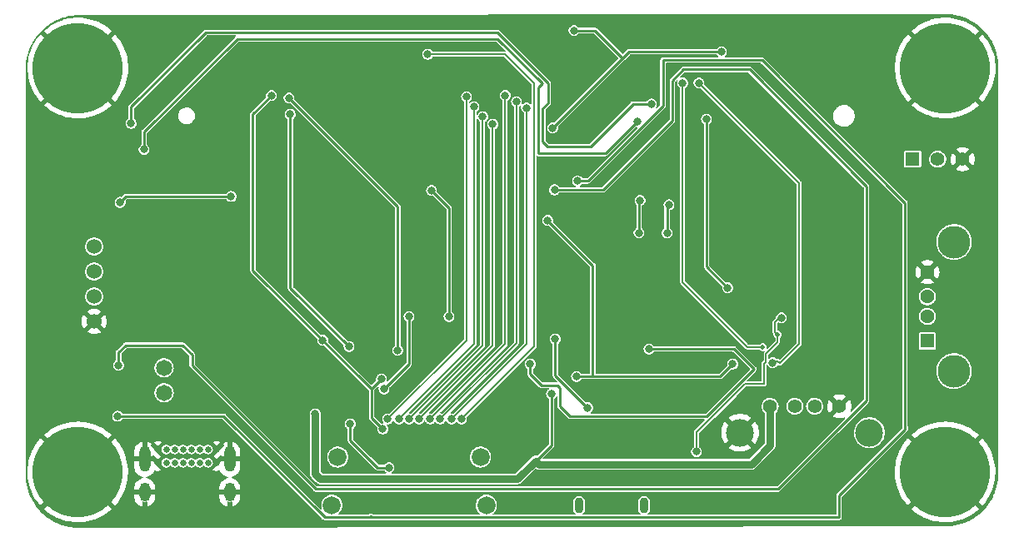
<source format=gbr>
%TF.GenerationSoftware,KiCad,Pcbnew,(6.0.9)*%
%TF.CreationDate,2023-01-10T21:20:11-08:00*%
%TF.ProjectId,RPCM1 IO Board,5250434d-3120-4494-9f20-426f6172642e,1*%
%TF.SameCoordinates,Original*%
%TF.FileFunction,Copper,L2,Bot*%
%TF.FilePolarity,Positive*%
%FSLAX46Y46*%
G04 Gerber Fmt 4.6, Leading zero omitted, Abs format (unit mm)*
G04 Created by KiCad (PCBNEW (6.0.9)) date 2023-01-10 21:20:11*
%MOMM*%
%LPD*%
G01*
G04 APERTURE LIST*
%TA.AperFunction,ComponentPad*%
%ADD10C,0.660400*%
%TD*%
%TA.AperFunction,ComponentPad*%
%ADD11O,1.117600X2.616200*%
%TD*%
%TA.AperFunction,ComponentPad*%
%ADD12O,1.117600X1.905000*%
%TD*%
%TA.AperFunction,ConnectorPad*%
%ADD13C,9.200000*%
%TD*%
%TA.AperFunction,ComponentPad*%
%ADD14C,5.700000*%
%TD*%
%TA.AperFunction,ComponentPad*%
%ADD15O,0.914400X1.600200*%
%TD*%
%TA.AperFunction,ComponentPad*%
%ADD16C,1.651000*%
%TD*%
%TA.AperFunction,ComponentPad*%
%ADD17R,1.428000X1.428000*%
%TD*%
%TA.AperFunction,ComponentPad*%
%ADD18C,1.428000*%
%TD*%
%TA.AperFunction,ComponentPad*%
%ADD19C,3.316000*%
%TD*%
%TA.AperFunction,ComponentPad*%
%ADD20C,1.828800*%
%TD*%
%TA.AperFunction,ComponentPad*%
%ADD21C,1.422400*%
%TD*%
%TA.AperFunction,ComponentPad*%
%ADD22C,2.819400*%
%TD*%
%TA.AperFunction,ComponentPad*%
%ADD23C,1.524000*%
%TD*%
%TA.AperFunction,ComponentPad*%
%ADD24R,1.422400X1.422400*%
%TD*%
%TA.AperFunction,ViaPad*%
%ADD25C,0.800000*%
%TD*%
%TA.AperFunction,ViaPad*%
%ADD26C,0.508000*%
%TD*%
%TA.AperFunction,Conductor*%
%ADD27C,0.781000*%
%TD*%
%TA.AperFunction,Conductor*%
%ADD28C,0.250000*%
%TD*%
%TA.AperFunction,Conductor*%
%ADD29C,0.200000*%
%TD*%
%TA.AperFunction,Conductor*%
%ADD30C,0.150000*%
%TD*%
G04 APERTURE END LIST*
D10*
%TO.P,J1,1,1*%
%TO.N,GND*%
X63522744Y-81027480D03*
%TO.P,J1,2,2*%
%TO.N,Net-(J1-Pad10)*%
X64372745Y-81027480D03*
%TO.P,J1,3,3*%
%TO.N,unconnected-(J1-Pad3)*%
X65222743Y-81027480D03*
%TO.P,J1,4,4*%
%TO.N,unconnected-(J1-Pad4)*%
X66072744Y-81027480D03*
%TO.P,J1,5,5*%
%TO.N,unconnected-(J1-Pad5)*%
X66922745Y-81027480D03*
%TO.P,J1,6,6*%
%TO.N,unconnected-(J1-Pad6)*%
X67772746Y-81027480D03*
%TO.P,J1,7,7*%
%TO.N,Net-(J1-Pad10)*%
X68622744Y-81027480D03*
%TO.P,J1,8,8*%
%TO.N,GND*%
X69472745Y-81027480D03*
%TO.P,J1,9,9*%
X63522744Y-82377480D03*
%TO.P,J1,10,10*%
%TO.N,Net-(J1-Pad10)*%
X64372745Y-82377480D03*
%TO.P,J1,11,11*%
%TO.N,unconnected-(J1-Pad11)*%
X65222743Y-82377480D03*
%TO.P,J1,12,12*%
%TO.N,unconnected-(J1-Pad12)*%
X66072744Y-82377480D03*
%TO.P,J1,13,13*%
%TO.N,unconnected-(J1-Pad13)*%
X66922745Y-82377480D03*
%TO.P,J1,14,14*%
%TO.N,unconnected-(J1-Pad14)*%
X67772746Y-82377480D03*
%TO.P,J1,15,15*%
%TO.N,Net-(J1-Pad10)*%
X68622744Y-82377480D03*
%TO.P,J1,16,16*%
%TO.N,GND*%
X69472745Y-82377480D03*
D11*
%TO.P,J1,17,17*%
X62172744Y-82007481D03*
%TO.P,J1,18,18*%
X70822729Y-82007480D03*
D12*
%TO.P,J1,19,19*%
X62172759Y-85392480D03*
%TO.P,J1,20,20*%
X70822729Y-85392480D03*
%TD*%
D13*
%TO.P,H4,1*%
%TO.N,GND*%
X143510000Y-83312000D03*
D14*
%TO.N,N/C*%
X143510000Y-83312000D03*
%TD*%
D13*
%TO.P,H3,1*%
%TO.N,GND*%
X143522700Y-42232580D03*
D14*
%TO.N,N/C*%
X143522700Y-42232580D03*
%TD*%
D15*
%TO.P,J7,S_1*%
%TO.N,N/C*%
X106313702Y-86698882D03*
%TO.P,J7,S_2*%
X112913698Y-86698882D03*
%TD*%
D13*
%TO.P,H2,1*%
%TO.N,GND*%
X55384700Y-42232580D03*
D14*
%TO.N,N/C*%
X55384700Y-42232580D03*
%TD*%
D16*
%TO.P,J3,1,1*%
%TO.N,Net-(J1-Pad10)*%
X64147700Y-75252580D03*
%TO.P,J3,2,2*%
%TO.N,Net-(F1-Pad1)*%
X64147700Y-72712580D03*
%TD*%
D17*
%TO.P,J5,1,VBUS*%
%TO.N,5V*%
X141714700Y-69989580D03*
D18*
%TO.P,J5,2,D-*%
%TO.N,Net-(J5-Pad2)*%
X141714700Y-67489580D03*
%TO.P,J5,3,D+*%
%TO.N,Net-(J5-Pad3)*%
X141714700Y-65489580D03*
%TO.P,J5,4,GND*%
%TO.N,GND*%
X141714700Y-62989580D03*
D19*
%TO.P,J5,SH1*%
%TO.N,N/C*%
X144424700Y-73059580D03*
%TO.P,J5,SH2*%
X144424700Y-59919580D03*
%TD*%
D20*
%TO.P,J2,20*%
%TO.N,N/C*%
X81789702Y-81796258D03*
%TO.P,J2,21*%
X96289698Y-81796258D03*
%TO.P,J2,22*%
X81189700Y-86696169D03*
%TO.P,J2,23*%
X96889699Y-86696169D03*
%TD*%
D14*
%TO.P,H1,1*%
%TO.N,N/C*%
X55372000Y-83312000D03*
D13*
%TO.N,GND*%
X55372000Y-83312000D03*
%TD*%
D21*
%TO.P,J6,1,VBUS*%
%TO.N,5V*%
X125731700Y-76630571D03*
%TO.P,J6,2,D-*%
%TO.N,Net-(J5-Pad2)*%
X128246300Y-76630571D03*
%TO.P,J6,3,D+*%
%TO.N,Net-(J5-Pad3)*%
X130252900Y-76630571D03*
%TO.P,J6,4,GND*%
%TO.N,GND*%
X132767500Y-76630571D03*
D22*
%TO.P,J6,5,Shield*%
X122679600Y-79322971D03*
%TO.P,J6,6*%
%TO.N,N/C*%
X135819600Y-79322971D03*
%TD*%
D23*
%TO.P,M1,1,-*%
%TO.N,GND*%
X57035700Y-68013580D03*
%TO.P,M1,2,+*%
%TO.N,5V*%
X57035700Y-65473580D03*
%TO.P,M1,3,Tacho*%
%TO.N,/GPIO15*%
X57035700Y-62933580D03*
%TO.P,M1,4,PWM*%
%TO.N,/GPIO14*%
X57035700Y-60393580D03*
%TD*%
D24*
%TO.P,J4,1,1*%
%TO.N,/VUSB_B*%
X140220700Y-51503580D03*
D21*
%TO.P,J4,2,2*%
%TO.N,Net-(J4-Pad2)*%
X142760700Y-51503580D03*
%TO.P,J4,3,3*%
%TO.N,GND*%
X145300700Y-51503580D03*
%TD*%
D25*
%TO.N,5V*%
X79514700Y-77411580D03*
X103517700Y-75379580D03*
D26*
%TO.N,GND*%
X132588000Y-69596000D03*
X84074000Y-46990000D03*
X106426000Y-68326000D03*
X77978000Y-58674000D03*
X86360000Y-82296000D03*
X119380000Y-75438000D03*
X108458000Y-46228000D03*
D25*
%TO.N,+5VD*%
X86499700Y-74871580D03*
X89039700Y-67505580D03*
%TO.N,3.3V*%
X121424700Y-64584580D03*
X103136700Y-57726580D03*
X59677300Y-55897780D03*
X106057700Y-73601580D03*
X70954900Y-55288180D03*
X121932700Y-72331580D03*
X119265700Y-47439580D03*
%TO.N,1.8V*%
X113423700Y-70807580D03*
X91325700Y-54678580D03*
X93103700Y-67505580D03*
X101358700Y-72331580D03*
%TO.N,/HDMI_D2+*%
X94373700Y-77919580D03*
X90944700Y-40835580D03*
%TO.N,/HDMI_D2-*%
X100977700Y-46296580D03*
X93357700Y-77919580D03*
%TO.N,/HDMI_D1+*%
X92214700Y-77919580D03*
X99961700Y-45661580D03*
%TO.N,/HDMI_D1-*%
X98818700Y-45026580D03*
X91198700Y-77919580D03*
%TO.N,/HDMI_D0+*%
X97548700Y-47947580D03*
X90055700Y-77919580D03*
%TO.N,/HDMI_D0-*%
X96532700Y-47185580D03*
X89039700Y-77919580D03*
%TO.N,/HDMI_CK+*%
X95643700Y-46169580D03*
X88023700Y-77919580D03*
%TO.N,/HDMI_CK-*%
X86880700Y-77919580D03*
X94881700Y-45153580D03*
%TO.N,Net-(J2-Pad13)*%
X87007700Y-82872580D03*
X83070700Y-78427580D03*
%TO.N,/HDMI_SCL*%
X86372700Y-78935580D03*
X75069700Y-45026580D03*
X86245700Y-73855580D03*
X80276700Y-69918580D03*
%TO.N,/HDMI_SDA*%
X76847700Y-45280580D03*
X87896700Y-70934580D03*
%TO.N,Net-(L2-Pad2)*%
X103898700Y-69791580D03*
X107200700Y-76776580D03*
%TO.N,/EMMC_ENABLE*%
X105803700Y-38422580D03*
X103644700Y-48328580D03*
X120789700Y-40581580D03*
%TO.N,Net-(R10-Pad1)*%
X115455700Y-56151780D03*
X115252500Y-58996580D03*
%TO.N,/USB_D+*%
X116852700Y-43756580D03*
D26*
X124968000Y-70612000D03*
D25*
%TO.N,/USB_D-*%
X118503700Y-43756580D03*
X125996700Y-72204580D03*
%TO.N,/HDMI_CEC*%
X76974700Y-46931580D03*
X82943700Y-70553580D03*
D26*
%TO.N,Net-(Q5-Pad3)*%
X126492000Y-69342000D03*
D25*
X126885700Y-67632580D03*
X118249700Y-81246980D03*
%TO.N,Net-(R9-Pad1)*%
X112407700Y-58996580D03*
X112509300Y-55694580D03*
%TO.N,Net-(R13-Pad1)*%
X59423300Y-77640180D03*
X106159300Y-53713380D03*
%TO.N,Net-(R12-Pad1)*%
X59524900Y-72458580D03*
X103822500Y-54627780D03*
%TO.N,/GPIO14*%
X60794900Y-47871380D03*
X113677700Y-45890180D03*
%TO.N,/GPIO15*%
X62115700Y-50512980D03*
X112255300Y-47668180D03*
%TD*%
D27*
%TO.N,5V*%
X100088700Y-84015580D02*
X101894640Y-82209640D01*
X125731700Y-80643300D02*
X125731700Y-76630571D01*
X123825000Y-82550000D02*
X125731700Y-80643300D01*
X101894640Y-82209640D02*
X102235000Y-82550000D01*
X79514700Y-77411580D02*
X79514700Y-83507580D01*
X80022700Y-84015580D02*
X100088700Y-84015580D01*
X102235000Y-82550000D02*
X123825000Y-82550000D01*
X79514700Y-83507580D02*
X80022700Y-84015580D01*
D28*
X103517700Y-80586580D02*
X103517700Y-75379580D01*
X101894640Y-82209640D02*
X103517700Y-80586580D01*
%TO.N,+5VD*%
X89039700Y-72331580D02*
X89039700Y-67505580D01*
X86499700Y-74871580D02*
X89039700Y-72331580D01*
%TO.N,3.3V*%
X107708700Y-73601580D02*
X120662700Y-73601580D01*
X119265700Y-47439580D02*
X119265700Y-62425580D01*
X107708700Y-62298580D02*
X103136700Y-57726580D01*
X106057700Y-73601580D02*
X107708700Y-73601580D01*
X120662700Y-73601580D02*
X121932700Y-72331580D01*
X107708700Y-73601580D02*
X107708700Y-62298580D01*
X119265700Y-62425580D02*
X121424700Y-64584580D01*
X70954900Y-55288180D02*
X60286900Y-55288180D01*
X60286900Y-55288180D02*
X59677300Y-55897780D01*
%TO.N,1.8V*%
X104152700Y-74490580D02*
X102501700Y-74490580D01*
X101358700Y-73347580D02*
X101358700Y-72331580D01*
X93103700Y-56456580D02*
X91325700Y-54678580D01*
X93103700Y-67505580D02*
X93103700Y-56456580D01*
X105422700Y-77665580D02*
X104406700Y-76649580D01*
X124091700Y-72839580D02*
X119265700Y-77665580D01*
X104406700Y-76649580D02*
X104406700Y-74744580D01*
X122059700Y-70807580D02*
X124091700Y-72839580D01*
X102501700Y-74490580D02*
X101358700Y-73347580D01*
X119265700Y-77665580D02*
X105422700Y-77665580D01*
X113423700Y-70807580D02*
X122059700Y-70807580D01*
X104406700Y-74744580D02*
X104152700Y-74490580D01*
D29*
%TO.N,/HDMI_D2+*%
X98818700Y-40835580D02*
X90944700Y-40835580D01*
X101739700Y-43756580D02*
X98818700Y-40835580D01*
X101739700Y-70553580D02*
X101739700Y-43756580D01*
X94373700Y-77919580D02*
X101739700Y-70553580D01*
%TO.N,/HDMI_D2-*%
X93357700Y-77919580D02*
X100977700Y-70299580D01*
X100977700Y-70299580D02*
X100977700Y-46296580D01*
%TO.N,/HDMI_D1+*%
X99961700Y-70172580D02*
X99961700Y-45661580D01*
X92214700Y-77919580D02*
X99961700Y-70172580D01*
%TO.N,/HDMI_D1-*%
X91198700Y-77919580D02*
X98818700Y-70299580D01*
X98818700Y-70299580D02*
X98818700Y-45026580D01*
%TO.N,/HDMI_D0+*%
X97548700Y-70426580D02*
X97548700Y-47947580D01*
X90055700Y-77919580D02*
X97548700Y-70426580D01*
%TO.N,/HDMI_D0-*%
X96532700Y-70426580D02*
X96532700Y-47185580D01*
X89039700Y-77919580D02*
X96532700Y-70426580D01*
%TO.N,/HDMI_CK+*%
X88023700Y-77919580D02*
X95643700Y-70299580D01*
X95643700Y-70299580D02*
X95643700Y-46169580D01*
%TO.N,/HDMI_CK-*%
X86880700Y-77919580D02*
X94881700Y-69918580D01*
X94881700Y-69918580D02*
X94881700Y-45153580D01*
D28*
%TO.N,Net-(J2-Pad13)*%
X83070700Y-80078580D02*
X85864700Y-82872580D01*
X85864700Y-82872580D02*
X87007700Y-82872580D01*
X83070700Y-78427580D02*
X83070700Y-80078580D01*
%TO.N,/HDMI_SCL*%
X85229700Y-77792580D02*
X85229700Y-74871580D01*
X85229700Y-74871580D02*
X73164700Y-62806580D01*
X86372700Y-78935580D02*
X85229700Y-77792580D01*
X73164700Y-62806580D02*
X73164700Y-46931580D01*
X73164700Y-46931580D02*
X75069700Y-45026580D01*
X85229700Y-74871580D02*
X86245700Y-73855580D01*
%TO.N,/HDMI_SDA*%
X87896700Y-56329580D02*
X76847700Y-45280580D01*
X87896700Y-70934580D02*
X87896700Y-56329580D01*
%TO.N,Net-(L2-Pad2)*%
X103898700Y-69791580D02*
X103898700Y-73474580D01*
X103898700Y-73474580D02*
X107200700Y-76776580D01*
%TO.N,/EMMC_ENABLE*%
X110756700Y-41216580D02*
X103644700Y-48328580D01*
X120789700Y-40581580D02*
X111391700Y-40581580D01*
X111391700Y-40581580D02*
X110756700Y-41216580D01*
X110756700Y-41216580D02*
X107962700Y-38422580D01*
X107962700Y-38422580D02*
X105803700Y-38422580D01*
%TO.N,Net-(R10-Pad1)*%
X115252500Y-56354980D02*
X115455700Y-56151780D01*
X115252500Y-58996580D02*
X115252500Y-56354980D01*
D29*
%TO.N,/USB_D+*%
X116852700Y-43756580D02*
X116852700Y-64020700D01*
X123444000Y-70612000D02*
X124968000Y-70612000D01*
X116852700Y-64020700D02*
X123444000Y-70612000D01*
%TO.N,/USB_D-*%
X126695200Y-72268080D02*
X126504700Y-72077580D01*
X128663700Y-53916580D02*
X128663700Y-70299580D01*
X126695200Y-72268080D02*
X128663700Y-70299580D01*
X126504700Y-72077580D02*
X125996700Y-72204580D01*
X118503700Y-43756580D02*
X128663700Y-53916580D01*
D28*
%TO.N,/HDMI_CEC*%
X82943700Y-70553580D02*
X76974700Y-64584580D01*
X76974700Y-64584580D02*
X76974700Y-46931580D01*
D30*
%TO.N,Net-(Q5-Pad3)*%
X125299700Y-71296300D02*
X125299700Y-72139580D01*
D29*
X118249700Y-79282620D02*
X118249700Y-81221580D01*
D30*
X126492000Y-69342000D02*
X126492000Y-70104000D01*
D29*
X126238000Y-68072000D02*
X126238000Y-69088000D01*
X125107700Y-72331580D02*
X125107700Y-74363580D01*
X126238000Y-69088000D02*
X126492000Y-69342000D01*
X123168740Y-74363580D02*
X118249700Y-79282620D01*
D30*
X126492000Y-70104000D02*
X125299700Y-71296300D01*
D29*
X125299700Y-72139580D02*
X125107700Y-72331580D01*
X126677420Y-67632580D02*
X126238000Y-68072000D01*
X126885700Y-67632580D02*
X126677420Y-67632580D01*
X125107700Y-74363580D02*
X123168740Y-74363580D01*
D28*
%TO.N,Net-(R9-Pad1)*%
X112407700Y-58996580D02*
X112407700Y-55796180D01*
X112407700Y-55796180D02*
X112509300Y-55694580D01*
%TO.N,Net-(R13-Pad1)*%
X139446000Y-78994000D02*
X132744711Y-85695289D01*
X84992711Y-87935569D02*
X80488289Y-87935569D01*
X124904500Y-41419780D02*
X139433300Y-55948580D01*
X85128100Y-87800180D02*
X84992711Y-87935569D01*
X107235405Y-53713380D02*
X114846100Y-46102685D01*
X70192900Y-77640180D02*
X59423300Y-77640180D01*
X114846100Y-46102685D02*
X114846100Y-41419780D01*
X139433300Y-55948580D02*
X139433300Y-78727300D01*
X139433300Y-78727300D02*
X139446000Y-78740000D01*
X85263489Y-87935569D02*
X85128100Y-87800180D01*
X80488289Y-87935569D02*
X70192900Y-77640180D01*
X114846100Y-41419780D02*
X124904500Y-41419780D01*
X139446000Y-78740000D02*
X139446000Y-78994000D01*
X106159300Y-53713380D02*
X107235405Y-53713380D01*
X132744711Y-87935569D02*
X85263489Y-87935569D01*
X132744711Y-85695289D02*
X132744711Y-87935569D01*
%TO.N,Net-(R12-Pad1)*%
X103822500Y-54627780D02*
X108750100Y-54627780D01*
X79590900Y-85056980D02*
X66992500Y-72458580D01*
X135521700Y-76065380D02*
X126530100Y-85056980D01*
X108750100Y-54627780D02*
X115811300Y-47566580D01*
X115811300Y-43502580D02*
X116928900Y-42384980D01*
X66992500Y-71391780D02*
X66027300Y-70426580D01*
X66027300Y-70426580D02*
X60236100Y-70426580D01*
X59524900Y-71137780D02*
X59524900Y-72458580D01*
X135521700Y-54272180D02*
X135521700Y-76065380D01*
X116928900Y-42384980D02*
X123634500Y-42384980D01*
X126530100Y-85056980D02*
X79590900Y-85056980D01*
X60236100Y-70426580D02*
X59524900Y-71137780D01*
X115811300Y-47566580D02*
X115811300Y-43502580D01*
X123634500Y-42384980D02*
X135521700Y-54272180D01*
X66992500Y-72458580D02*
X66992500Y-71391780D01*
%TO.N,/GPIO14*%
X60794900Y-46194980D02*
X68364100Y-38625780D01*
X103083300Y-50208180D02*
X107480100Y-50208180D01*
X60794900Y-47871380D02*
X60794900Y-46194980D01*
X98007296Y-38625780D02*
X103162100Y-43780584D01*
X102614700Y-46335980D02*
X102614700Y-49739580D01*
X107480100Y-50208180D02*
X111798100Y-45890180D01*
X103162100Y-45788580D02*
X102614700Y-46335980D01*
X111798100Y-45890180D02*
X113677700Y-45890180D01*
X103162100Y-43780584D02*
X103162100Y-45788580D01*
X102614700Y-49739580D02*
X103083300Y-50208180D01*
X68364100Y-38625780D02*
X98007296Y-38625780D01*
%TO.N,/GPIO15*%
X71564500Y-39286180D02*
X98031300Y-39286180D01*
X109004100Y-50919380D02*
X112255300Y-47668180D01*
X102164700Y-50919380D02*
X109004100Y-50919380D01*
X62115700Y-50512980D02*
X62115700Y-48734980D01*
X102164700Y-44195180D02*
X102164700Y-50919380D01*
X98031300Y-39286180D02*
X102552500Y-43807380D01*
X102552500Y-43807380D02*
X102164700Y-44195180D01*
X62115700Y-48734980D02*
X71564500Y-39286180D01*
%TD*%
%TA.AperFunction,Conductor*%
%TO.N,GND*%
G36*
X143502391Y-36730382D02*
G01*
X143510000Y-36731895D01*
X143517265Y-36730450D01*
X143521060Y-36730450D01*
X143531595Y-36729579D01*
X143736037Y-36736004D01*
X143848917Y-36739551D01*
X143853632Y-36739848D01*
X144188856Y-36771536D01*
X144193520Y-36772125D01*
X144518587Y-36823611D01*
X144526100Y-36824801D01*
X144530740Y-36825686D01*
X144859349Y-36899139D01*
X144863925Y-36900314D01*
X144981224Y-36934392D01*
X145187282Y-36994258D01*
X145191752Y-36995710D01*
X145504269Y-37108223D01*
X145508572Y-37109772D01*
X145512952Y-37111506D01*
X145768798Y-37222220D01*
X145821976Y-37245232D01*
X145826250Y-37247243D01*
X146126273Y-37400113D01*
X146130413Y-37402389D01*
X146420243Y-37573793D01*
X146424232Y-37576325D01*
X146702709Y-37765578D01*
X146706531Y-37768354D01*
X146844612Y-37875460D01*
X146972603Y-37974740D01*
X146976238Y-37977748D01*
X147199492Y-38174573D01*
X147228816Y-38200426D01*
X147232259Y-38203660D01*
X147470340Y-38441741D01*
X147473573Y-38445183D01*
X147649697Y-38644955D01*
X147696248Y-38697757D01*
X147699256Y-38701392D01*
X147856166Y-38903680D01*
X147905646Y-38967469D01*
X147908422Y-38971291D01*
X148097675Y-39249768D01*
X148100206Y-39253756D01*
X148123025Y-39292340D01*
X148271611Y-39543587D01*
X148273887Y-39547727D01*
X148426757Y-39847750D01*
X148428768Y-39852024D01*
X148440526Y-39879195D01*
X148558844Y-40152611D01*
X148562489Y-40161035D01*
X148564228Y-40165427D01*
X148676530Y-40477358D01*
X148678286Y-40482236D01*
X148679742Y-40486718D01*
X148710347Y-40592060D01*
X148773686Y-40810075D01*
X148774861Y-40814651D01*
X148848314Y-41143260D01*
X148849199Y-41147900D01*
X148896117Y-41444119D01*
X148901874Y-41480469D01*
X148902464Y-41485144D01*
X148922555Y-41697680D01*
X148934152Y-41820368D01*
X148934449Y-41825083D01*
X148944231Y-42136344D01*
X148944421Y-42142404D01*
X148943550Y-42152940D01*
X148943550Y-42156735D01*
X148942105Y-42164000D01*
X148943550Y-42171264D01*
X148943655Y-42171792D01*
X148945100Y-42186463D01*
X148945100Y-83402224D01*
X148943655Y-83416894D01*
X148942105Y-83424687D01*
X148943550Y-83431952D01*
X148943550Y-83435747D01*
X148944421Y-83446283D01*
X148934450Y-83763605D01*
X148934153Y-83768320D01*
X148906143Y-84064648D01*
X148902467Y-84103533D01*
X148901877Y-84108204D01*
X148852501Y-84419957D01*
X148849202Y-84440789D01*
X148848317Y-84445429D01*
X148774864Y-84774039D01*
X148773689Y-84778615D01*
X148756454Y-84837939D01*
X148692770Y-85057144D01*
X148679749Y-85101962D01*
X148678293Y-85106444D01*
X148600088Y-85323667D01*
X148564234Y-85423257D01*
X148562495Y-85427650D01*
X148428768Y-85736674D01*
X148426757Y-85740948D01*
X148375500Y-85841547D01*
X148284592Y-86019967D01*
X148273892Y-86040967D01*
X148271623Y-86045095D01*
X148222478Y-86128194D01*
X148100217Y-86334925D01*
X148097686Y-86338913D01*
X147908415Y-86617419D01*
X147905652Y-86621223D01*
X147749948Y-86821956D01*
X147699270Y-86887290D01*
X147696258Y-86890930D01*
X147473578Y-87143512D01*
X147470344Y-87146955D01*
X147232263Y-87385036D01*
X147228820Y-87388270D01*
X146976246Y-87610944D01*
X146972606Y-87613956D01*
X146706535Y-87820343D01*
X146702713Y-87823119D01*
X146424236Y-88012372D01*
X146420248Y-88014903D01*
X146324591Y-88071475D01*
X146130417Y-88186309D01*
X146126277Y-88188585D01*
X146106068Y-88198882D01*
X145826245Y-88341459D01*
X145821984Y-88343464D01*
X145512961Y-88477190D01*
X145508569Y-88478929D01*
X145191766Y-88592985D01*
X145187273Y-88594445D01*
X144863927Y-88688386D01*
X144859351Y-88689561D01*
X144530742Y-88763014D01*
X144526102Y-88763899D01*
X144193517Y-88816575D01*
X144188861Y-88817163D01*
X143911742Y-88843359D01*
X143853631Y-88848852D01*
X143848916Y-88849149D01*
X143774899Y-88851475D01*
X143531656Y-88859120D01*
X143520980Y-88858237D01*
X143517263Y-88858237D01*
X143510000Y-88856792D01*
X143502025Y-88858378D01*
X143487480Y-88859823D01*
X61007185Y-88992276D01*
X55535710Y-89001063D01*
X55520922Y-88999618D01*
X55513313Y-88998105D01*
X55506048Y-88999550D01*
X55502253Y-88999550D01*
X55491717Y-89000421D01*
X55308549Y-88994665D01*
X55174395Y-88990450D01*
X55169680Y-88990153D01*
X55146734Y-88987984D01*
X54834452Y-88958465D01*
X54829796Y-88957877D01*
X54497210Y-88905202D01*
X54492571Y-88904317D01*
X54163961Y-88830864D01*
X54159385Y-88829689D01*
X53937025Y-88765088D01*
X53836027Y-88735745D01*
X53831556Y-88734293D01*
X53514743Y-88620234D01*
X53510350Y-88618495D01*
X53201326Y-88484768D01*
X53197052Y-88482757D01*
X53007294Y-88386072D01*
X52897022Y-88329886D01*
X52892905Y-88327623D01*
X52703837Y-88215808D01*
X52603075Y-88156217D01*
X52599087Y-88153686D01*
X52320581Y-87964415D01*
X52316777Y-87961652D01*
X52050709Y-87755269D01*
X52047070Y-87752258D01*
X51794488Y-87529578D01*
X51791045Y-87526344D01*
X51552964Y-87288263D01*
X51549730Y-87284820D01*
X51327056Y-87032246D01*
X51324044Y-87028606D01*
X51117657Y-86762535D01*
X51114881Y-86758713D01*
X50925628Y-86480236D01*
X50923096Y-86476247D01*
X50751691Y-86186417D01*
X50749415Y-86182277D01*
X50693481Y-86072501D01*
X50596541Y-85882245D01*
X50594536Y-85877984D01*
X50587968Y-85862805D01*
X50540792Y-85753789D01*
X50460810Y-85568961D01*
X50459071Y-85564569D01*
X50356846Y-85280627D01*
X50345015Y-85247765D01*
X50343555Y-85243273D01*
X50249614Y-84919927D01*
X50248439Y-84915351D01*
X50174986Y-84586742D01*
X50174101Y-84582102D01*
X50170697Y-84560607D01*
X50121425Y-84249517D01*
X50120835Y-84244846D01*
X50113695Y-84169304D01*
X50091522Y-83934750D01*
X50089148Y-83909631D01*
X50088851Y-83904916D01*
X50085681Y-83804037D01*
X50078880Y-83587656D01*
X50079763Y-83576980D01*
X50079763Y-83573263D01*
X50081208Y-83566000D01*
X50079658Y-83558207D01*
X50078213Y-83543537D01*
X50078213Y-83259759D01*
X50261330Y-83259759D01*
X50269465Y-83604925D01*
X50269612Y-83607479D01*
X50301205Y-83951308D01*
X50301526Y-83953842D01*
X50356429Y-84294708D01*
X50356922Y-84297224D01*
X50434881Y-84633562D01*
X50435549Y-84636057D01*
X50536200Y-84966298D01*
X50537035Y-84968738D01*
X50659925Y-85291400D01*
X50660910Y-85293743D01*
X50805462Y-85607300D01*
X50806607Y-85609576D01*
X50972144Y-85912562D01*
X50973462Y-85914791D01*
X51159222Y-86205816D01*
X51160666Y-86207918D01*
X51365798Y-86485645D01*
X51367385Y-86487648D01*
X51576160Y-86733390D01*
X51583827Y-86738424D01*
X51589972Y-86734818D01*
X53019478Y-85305312D01*
X53056667Y-85285005D01*
X53098932Y-85288027D01*
X53128668Y-85308314D01*
X53153754Y-85336322D01*
X53224347Y-85415137D01*
X53225564Y-85416274D01*
X53225572Y-85416282D01*
X53251755Y-85440740D01*
X53376229Y-85557017D01*
X53397789Y-85593492D01*
X53396206Y-85635835D01*
X53378068Y-85665142D01*
X51951754Y-87091456D01*
X51947212Y-87099774D01*
X51950910Y-87105195D01*
X52092615Y-87232116D01*
X52094566Y-87233747D01*
X52366835Y-87446086D01*
X52368897Y-87447583D01*
X52654971Y-87640906D01*
X52657149Y-87642272D01*
X52955699Y-87815683D01*
X52957937Y-87816884D01*
X53267614Y-87969600D01*
X53269936Y-87970648D01*
X53589264Y-88101940D01*
X53591677Y-88102838D01*
X53919200Y-88212107D01*
X53921637Y-88212828D01*
X54255827Y-88299567D01*
X54258330Y-88300127D01*
X54597663Y-88363938D01*
X54600170Y-88364321D01*
X54943046Y-88404904D01*
X54945613Y-88405119D01*
X55290434Y-88422285D01*
X55293014Y-88422325D01*
X55638192Y-88416000D01*
X55640767Y-88415865D01*
X55984760Y-88386072D01*
X55987266Y-88385769D01*
X56328460Y-88332643D01*
X56330931Y-88332172D01*
X56667711Y-88255967D01*
X56670172Y-88255321D01*
X57000974Y-88156390D01*
X57003386Y-88155579D01*
X57326685Y-88034381D01*
X57329063Y-88033395D01*
X57643346Y-87890500D01*
X57645653Y-87889355D01*
X57949504Y-87725405D01*
X57951711Y-87724116D01*
X58243719Y-87539872D01*
X58245829Y-87538438D01*
X58524634Y-87334757D01*
X58526632Y-87333190D01*
X58790930Y-87111024D01*
X58792836Y-87109308D01*
X58793841Y-87108339D01*
X58798536Y-87100103D01*
X58798497Y-87099375D01*
X58795660Y-87094870D01*
X57366601Y-85665811D01*
X57346294Y-85628622D01*
X57349316Y-85586357D01*
X57367868Y-85558225D01*
X57491024Y-85440740D01*
X57541559Y-85392532D01*
X57542659Y-85391278D01*
X57614858Y-85308951D01*
X57650640Y-85286255D01*
X57693011Y-85286508D01*
X57724570Y-85305360D01*
X59151406Y-86732196D01*
X59159727Y-86736739D01*
X59159826Y-86736732D01*
X59165113Y-86733145D01*
X59274880Y-86611877D01*
X59276540Y-86609914D01*
X59490292Y-86338772D01*
X59491805Y-86336712D01*
X59686621Y-86051657D01*
X59687993Y-86049494D01*
X59862971Y-85751848D01*
X59864185Y-85749612D01*
X60018520Y-85440740D01*
X60019579Y-85438426D01*
X60152539Y-85119795D01*
X60153452Y-85117377D01*
X60264425Y-84790460D01*
X60265173Y-84787985D01*
X60353654Y-84454277D01*
X60354230Y-84451763D01*
X60419813Y-84112784D01*
X60420212Y-84110262D01*
X60462588Y-83767611D01*
X60462817Y-83765055D01*
X60481813Y-83419867D01*
X60481868Y-83418216D01*
X60482971Y-83312854D01*
X60482950Y-83311133D01*
X60471188Y-82965667D01*
X60471012Y-82963090D01*
X60453856Y-82795638D01*
X61105944Y-82795638D01*
X61106047Y-82798419D01*
X61114497Y-82912126D01*
X61115319Y-82917622D01*
X61149081Y-83066833D01*
X61150711Y-83072164D01*
X61206153Y-83214733D01*
X61208551Y-83219760D01*
X61284465Y-83352583D01*
X61287573Y-83357190D01*
X61382283Y-83477329D01*
X61386043Y-83481432D01*
X61497475Y-83586257D01*
X61501793Y-83589753D01*
X61627494Y-83676955D01*
X61632285Y-83679777D01*
X61769489Y-83747439D01*
X61774653Y-83749526D01*
X61920350Y-83796164D01*
X61925758Y-83797462D01*
X61958472Y-83802790D01*
X61996680Y-83821108D01*
X62018920Y-83857174D01*
X62018130Y-83899540D01*
X61994561Y-83934753D01*
X61956523Y-83951525D01*
X61953103Y-83951990D01*
X61947661Y-83953147D01*
X61800783Y-83995958D01*
X61795578Y-83997904D01*
X61656651Y-84061951D01*
X61651783Y-84064648D01*
X61523839Y-84148533D01*
X61519435Y-84151912D01*
X61405299Y-84253782D01*
X61401431Y-84257787D01*
X61303611Y-84375403D01*
X61300377Y-84379937D01*
X61221014Y-84510721D01*
X61218492Y-84515671D01*
X61159326Y-84656766D01*
X61157566Y-84662028D01*
X61119908Y-84810309D01*
X61118942Y-84815785D01*
X61106148Y-84942836D01*
X61105959Y-84946611D01*
X61105959Y-85127666D01*
X61108631Y-85136765D01*
X61109459Y-85137483D01*
X61114043Y-85138480D01*
X61578270Y-85138480D01*
X61618926Y-85150418D01*
X61646969Y-85183093D01*
X61689206Y-85277959D01*
X61691519Y-85281142D01*
X61691521Y-85281146D01*
X61740296Y-85348279D01*
X61754535Y-85388187D01*
X61744938Y-85429459D01*
X61740304Y-85436670D01*
X61689206Y-85507000D01*
X61650698Y-85593492D01*
X61646969Y-85601867D01*
X61619527Y-85634152D01*
X61578270Y-85646480D01*
X61116773Y-85646480D01*
X61107674Y-85649152D01*
X61106956Y-85649980D01*
X61105959Y-85654564D01*
X61105959Y-85825037D01*
X61106062Y-85827818D01*
X61114512Y-85941525D01*
X61115334Y-85947021D01*
X61149096Y-86096232D01*
X61150726Y-86101563D01*
X61206168Y-86244132D01*
X61208566Y-86249159D01*
X61284480Y-86381982D01*
X61287588Y-86386589D01*
X61382298Y-86506728D01*
X61386058Y-86510831D01*
X61497490Y-86615656D01*
X61501808Y-86619152D01*
X61627509Y-86706354D01*
X61632300Y-86709176D01*
X61769504Y-86776838D01*
X61774668Y-86778925D01*
X61908461Y-86821753D01*
X61916876Y-86821956D01*
X61918759Y-86818083D01*
X61918759Y-86391031D01*
X61930697Y-86350375D01*
X61962720Y-86322627D01*
X62004661Y-86316596D01*
X62017192Y-86319511D01*
X62056670Y-86332338D01*
X62060584Y-86332749D01*
X62060587Y-86332750D01*
X62141692Y-86341274D01*
X62141694Y-86341274D01*
X62143653Y-86341480D01*
X62201865Y-86341480D01*
X62203824Y-86341274D01*
X62203826Y-86341274D01*
X62284931Y-86332750D01*
X62284934Y-86332749D01*
X62288848Y-86332338D01*
X62328322Y-86319512D01*
X62370675Y-86318301D01*
X62406961Y-86340182D01*
X62425657Y-86378207D01*
X62426759Y-86391031D01*
X62426759Y-86812575D01*
X62429131Y-86820653D01*
X62433828Y-86821329D01*
X62544735Y-86789002D01*
X62549940Y-86787056D01*
X62688867Y-86723009D01*
X62693735Y-86720312D01*
X62821679Y-86636427D01*
X62826083Y-86633048D01*
X62940219Y-86531178D01*
X62944087Y-86527173D01*
X63041907Y-86409557D01*
X63045141Y-86405023D01*
X63124504Y-86274239D01*
X63127026Y-86269289D01*
X63186192Y-86128194D01*
X63187952Y-86122932D01*
X63225610Y-85974651D01*
X63226576Y-85969175D01*
X63239370Y-85842124D01*
X63239559Y-85838349D01*
X63239559Y-85657294D01*
X63236887Y-85648195D01*
X63236059Y-85647477D01*
X63231475Y-85646480D01*
X62767248Y-85646480D01*
X62726592Y-85634542D01*
X62698549Y-85601867D01*
X62694820Y-85593492D01*
X62656312Y-85507001D01*
X62653337Y-85502905D01*
X62605222Y-85436681D01*
X62590983Y-85396773D01*
X62600580Y-85355501D01*
X62605214Y-85348290D01*
X62656312Y-85277960D01*
X62698550Y-85183092D01*
X62725991Y-85150808D01*
X62767248Y-85138480D01*
X63228745Y-85138480D01*
X63237844Y-85135808D01*
X63238562Y-85134980D01*
X63239559Y-85130396D01*
X63239559Y-84959923D01*
X63239456Y-84957142D01*
X63231006Y-84843435D01*
X63230184Y-84837939D01*
X63196422Y-84688728D01*
X63194792Y-84683397D01*
X63139349Y-84540826D01*
X63136952Y-84535801D01*
X63061038Y-84402978D01*
X63057930Y-84398371D01*
X62963220Y-84278232D01*
X62959460Y-84274129D01*
X62848028Y-84169304D01*
X62843710Y-84165808D01*
X62718009Y-84078606D01*
X62713218Y-84075784D01*
X62576014Y-84008122D01*
X62570850Y-84006035D01*
X62425153Y-83959397D01*
X62419745Y-83958099D01*
X62387031Y-83952771D01*
X62348823Y-83934453D01*
X62326583Y-83898387D01*
X62327373Y-83856021D01*
X62350942Y-83820808D01*
X62388980Y-83804036D01*
X62392400Y-83803571D01*
X62397842Y-83802414D01*
X62544720Y-83759603D01*
X62549925Y-83757657D01*
X62688852Y-83693610D01*
X62693720Y-83690913D01*
X62821664Y-83607028D01*
X62826068Y-83603649D01*
X62940204Y-83501779D01*
X62944072Y-83497774D01*
X63041892Y-83380158D01*
X63045126Y-83375624D01*
X63124484Y-83244847D01*
X63127017Y-83239876D01*
X63140872Y-83206836D01*
X63167603Y-83173959D01*
X63207865Y-83160754D01*
X63237048Y-83165665D01*
X63285204Y-83184054D01*
X63291124Y-83185774D01*
X63420129Y-83212020D01*
X63426247Y-83212749D01*
X63557809Y-83217574D01*
X63563958Y-83217295D01*
X63694554Y-83200566D01*
X63700571Y-83199287D01*
X63826673Y-83161454D01*
X63832406Y-83159207D01*
X63898443Y-83126856D01*
X63903208Y-83122495D01*
X69090294Y-83122495D01*
X69093446Y-83126706D01*
X69106661Y-83134428D01*
X69112215Y-83137089D01*
X69235205Y-83184054D01*
X69241125Y-83185774D01*
X69370130Y-83212020D01*
X69376248Y-83212749D01*
X69507810Y-83217574D01*
X69513959Y-83217295D01*
X69644555Y-83200566D01*
X69650571Y-83199287D01*
X69762757Y-83165629D01*
X69805129Y-83165380D01*
X69840909Y-83188078D01*
X69854454Y-83210401D01*
X69856140Y-83214736D01*
X69858536Y-83219759D01*
X69934450Y-83352582D01*
X69937558Y-83357189D01*
X70032268Y-83477328D01*
X70036028Y-83481431D01*
X70147460Y-83586256D01*
X70151778Y-83589752D01*
X70277479Y-83676954D01*
X70282270Y-83679776D01*
X70419474Y-83747438D01*
X70424638Y-83749525D01*
X70570335Y-83796163D01*
X70575745Y-83797462D01*
X70608452Y-83802788D01*
X70646661Y-83821105D01*
X70668901Y-83857172D01*
X70668112Y-83899537D01*
X70644543Y-83934750D01*
X70606510Y-83951523D01*
X70603065Y-83951992D01*
X70597631Y-83953147D01*
X70450753Y-83995958D01*
X70445548Y-83997904D01*
X70306621Y-84061951D01*
X70301753Y-84064648D01*
X70173809Y-84148533D01*
X70169405Y-84151912D01*
X70055269Y-84253782D01*
X70051401Y-84257787D01*
X69953581Y-84375403D01*
X69950347Y-84379937D01*
X69870984Y-84510721D01*
X69868462Y-84515671D01*
X69809296Y-84656766D01*
X69807536Y-84662028D01*
X69769878Y-84810309D01*
X69768912Y-84815785D01*
X69756118Y-84942836D01*
X69755929Y-84946611D01*
X69755929Y-85127666D01*
X69758601Y-85136765D01*
X69759429Y-85137483D01*
X69764013Y-85138480D01*
X70228240Y-85138480D01*
X70268896Y-85150418D01*
X70296939Y-85183093D01*
X70339176Y-85277959D01*
X70341489Y-85281142D01*
X70341491Y-85281146D01*
X70390266Y-85348279D01*
X70404505Y-85388187D01*
X70394908Y-85429459D01*
X70390274Y-85436670D01*
X70339176Y-85507000D01*
X70300668Y-85593492D01*
X70296939Y-85601867D01*
X70269497Y-85634152D01*
X70228240Y-85646480D01*
X69766743Y-85646480D01*
X69757644Y-85649152D01*
X69756926Y-85649980D01*
X69755929Y-85654564D01*
X69755929Y-85825037D01*
X69756032Y-85827818D01*
X69764482Y-85941525D01*
X69765304Y-85947021D01*
X69799066Y-86096232D01*
X69800696Y-86101563D01*
X69856138Y-86244132D01*
X69858536Y-86249159D01*
X69934450Y-86381982D01*
X69937558Y-86386589D01*
X70032268Y-86506728D01*
X70036028Y-86510831D01*
X70147460Y-86615656D01*
X70151778Y-86619152D01*
X70277479Y-86706354D01*
X70282270Y-86709176D01*
X70419474Y-86776838D01*
X70424638Y-86778925D01*
X70558431Y-86821753D01*
X70566846Y-86821956D01*
X70568729Y-86818083D01*
X70568729Y-86391031D01*
X70580667Y-86350375D01*
X70612690Y-86322627D01*
X70654631Y-86316596D01*
X70667162Y-86319511D01*
X70706640Y-86332338D01*
X70710554Y-86332749D01*
X70710557Y-86332750D01*
X70791662Y-86341274D01*
X70791664Y-86341274D01*
X70793623Y-86341480D01*
X70851835Y-86341480D01*
X70853794Y-86341274D01*
X70853796Y-86341274D01*
X70934901Y-86332750D01*
X70934904Y-86332749D01*
X70938818Y-86332338D01*
X70978292Y-86319512D01*
X71020645Y-86318301D01*
X71056931Y-86340182D01*
X71075627Y-86378207D01*
X71076729Y-86391031D01*
X71076729Y-86812575D01*
X71079101Y-86820653D01*
X71083798Y-86821329D01*
X71194705Y-86789002D01*
X71199910Y-86787056D01*
X71338837Y-86723009D01*
X71343705Y-86720312D01*
X71471649Y-86636427D01*
X71476053Y-86633048D01*
X71590189Y-86531178D01*
X71594057Y-86527173D01*
X71691877Y-86409557D01*
X71695111Y-86405023D01*
X71774474Y-86274239D01*
X71776996Y-86269289D01*
X71836162Y-86128194D01*
X71837922Y-86122932D01*
X71875580Y-85974651D01*
X71876546Y-85969175D01*
X71889340Y-85842124D01*
X71889529Y-85838349D01*
X71889529Y-85657294D01*
X71886857Y-85648195D01*
X71886029Y-85647477D01*
X71881445Y-85646480D01*
X71417218Y-85646480D01*
X71376562Y-85634542D01*
X71348519Y-85601867D01*
X71344790Y-85593492D01*
X71306282Y-85507001D01*
X71303307Y-85502905D01*
X71255192Y-85436681D01*
X71240953Y-85396773D01*
X71250550Y-85355501D01*
X71255184Y-85348290D01*
X71306282Y-85277960D01*
X71348520Y-85183092D01*
X71375961Y-85150808D01*
X71417218Y-85138480D01*
X71878715Y-85138480D01*
X71887814Y-85135808D01*
X71888532Y-85134980D01*
X71889529Y-85130396D01*
X71889529Y-84959923D01*
X71889426Y-84957142D01*
X71880976Y-84843435D01*
X71880154Y-84837939D01*
X71846392Y-84688728D01*
X71844762Y-84683397D01*
X71789319Y-84540826D01*
X71786922Y-84535801D01*
X71711008Y-84402978D01*
X71707900Y-84398371D01*
X71613190Y-84278232D01*
X71609430Y-84274129D01*
X71497998Y-84169304D01*
X71493680Y-84165808D01*
X71367979Y-84078606D01*
X71363188Y-84075784D01*
X71225984Y-84008122D01*
X71220820Y-84006035D01*
X71075123Y-83959397D01*
X71069713Y-83958098D01*
X71037006Y-83952772D01*
X70998797Y-83934455D01*
X70976557Y-83898388D01*
X70977346Y-83856023D01*
X71000915Y-83820810D01*
X71038948Y-83804037D01*
X71042393Y-83803568D01*
X71047827Y-83802413D01*
X71194705Y-83759602D01*
X71199910Y-83757656D01*
X71338837Y-83693609D01*
X71343705Y-83690912D01*
X71471649Y-83607027D01*
X71476053Y-83603648D01*
X71590189Y-83501778D01*
X71594057Y-83497773D01*
X71691877Y-83380157D01*
X71695111Y-83375623D01*
X71774474Y-83244839D01*
X71776996Y-83239889D01*
X71836162Y-83098794D01*
X71837922Y-83093532D01*
X71875580Y-82945251D01*
X71876546Y-82939775D01*
X71889340Y-82812724D01*
X71889529Y-82808949D01*
X71889529Y-82272294D01*
X71886857Y-82263195D01*
X71886029Y-82262477D01*
X71881445Y-82261480D01*
X71095594Y-82261480D01*
X71057995Y-82251406D01*
X71049834Y-82246694D01*
X70938818Y-82210622D01*
X70934904Y-82210211D01*
X70934901Y-82210210D01*
X70853796Y-82201686D01*
X70853794Y-82201686D01*
X70851835Y-82201480D01*
X70793623Y-82201480D01*
X70791664Y-82201686D01*
X70791662Y-82201686D01*
X70710557Y-82210210D01*
X70710554Y-82210211D01*
X70706640Y-82210622D01*
X70595624Y-82246694D01*
X70587463Y-82251406D01*
X70549864Y-82261480D01*
X69958769Y-82261480D01*
X69943460Y-82265975D01*
X69094328Y-83115107D01*
X69090294Y-83122495D01*
X63903208Y-83122495D01*
X63904652Y-83121174D01*
X63903421Y-83117367D01*
X63158017Y-82371963D01*
X63884614Y-82371963D01*
X63885974Y-82390978D01*
X63889666Y-82401602D01*
X63897212Y-82478558D01*
X63898538Y-82482546D01*
X63898539Y-82482548D01*
X63904478Y-82500400D01*
X63931423Y-82581400D01*
X63987568Y-82674106D01*
X64062857Y-82752070D01*
X64082187Y-82764719D01*
X64149777Y-82808949D01*
X64153548Y-82811417D01*
X64157478Y-82812879D01*
X64157481Y-82812880D01*
X64163572Y-82815145D01*
X64255133Y-82849196D01*
X64362564Y-82863530D01*
X64366741Y-82863150D01*
X64366745Y-82863150D01*
X64466319Y-82854088D01*
X64466323Y-82854087D01*
X64470500Y-82853707D01*
X64541605Y-82830604D01*
X64569585Y-82821513D01*
X64569587Y-82821512D01*
X64573579Y-82820215D01*
X64577185Y-82818065D01*
X64577188Y-82818064D01*
X64663061Y-82766874D01*
X64663065Y-82766871D01*
X64666675Y-82764719D01*
X64669719Y-82761820D01*
X64669722Y-82761818D01*
X64745163Y-82689976D01*
X64745944Y-82690796D01*
X64776505Y-82670457D01*
X64818873Y-82669778D01*
X64852938Y-82690024D01*
X64912855Y-82752070D01*
X64932185Y-82764719D01*
X64999775Y-82808949D01*
X65003546Y-82811417D01*
X65007476Y-82812879D01*
X65007479Y-82812880D01*
X65013570Y-82815145D01*
X65105131Y-82849196D01*
X65212562Y-82863530D01*
X65216739Y-82863150D01*
X65216743Y-82863150D01*
X65316317Y-82854088D01*
X65316321Y-82854087D01*
X65320498Y-82853707D01*
X65391603Y-82830604D01*
X65419583Y-82821513D01*
X65419585Y-82821512D01*
X65423577Y-82820215D01*
X65427183Y-82818065D01*
X65427186Y-82818064D01*
X65513059Y-82766874D01*
X65513063Y-82766871D01*
X65516673Y-82764719D01*
X65519717Y-82761820D01*
X65519720Y-82761818D01*
X65595161Y-82689976D01*
X65595938Y-82690792D01*
X65626528Y-82670449D01*
X65668895Y-82669784D01*
X65702938Y-82690023D01*
X65762856Y-82752070D01*
X65782186Y-82764719D01*
X65849776Y-82808949D01*
X65853547Y-82811417D01*
X65857477Y-82812879D01*
X65857480Y-82812880D01*
X65863571Y-82815145D01*
X65955132Y-82849196D01*
X66062563Y-82863530D01*
X66066740Y-82863150D01*
X66066744Y-82863150D01*
X66166318Y-82854088D01*
X66166322Y-82854087D01*
X66170499Y-82853707D01*
X66241604Y-82830604D01*
X66269584Y-82821513D01*
X66269586Y-82821512D01*
X66273578Y-82820215D01*
X66277184Y-82818065D01*
X66277187Y-82818064D01*
X66363060Y-82766874D01*
X66363064Y-82766871D01*
X66366674Y-82764719D01*
X66369718Y-82761820D01*
X66369721Y-82761818D01*
X66445162Y-82689976D01*
X66445939Y-82690792D01*
X66476529Y-82670449D01*
X66518896Y-82669784D01*
X66552939Y-82690023D01*
X66612857Y-82752070D01*
X66632187Y-82764719D01*
X66699777Y-82808949D01*
X66703548Y-82811417D01*
X66707478Y-82812879D01*
X66707481Y-82812880D01*
X66713572Y-82815145D01*
X66805133Y-82849196D01*
X66912564Y-82863530D01*
X66916741Y-82863150D01*
X66916745Y-82863150D01*
X67016319Y-82854088D01*
X67016323Y-82854087D01*
X67020500Y-82853707D01*
X67091605Y-82830604D01*
X67119585Y-82821513D01*
X67119587Y-82821512D01*
X67123579Y-82820215D01*
X67127185Y-82818065D01*
X67127188Y-82818064D01*
X67213061Y-82766874D01*
X67213065Y-82766871D01*
X67216675Y-82764719D01*
X67219719Y-82761820D01*
X67219722Y-82761818D01*
X67295163Y-82689976D01*
X67295940Y-82690792D01*
X67326530Y-82670449D01*
X67368897Y-82669784D01*
X67402940Y-82690023D01*
X67462858Y-82752070D01*
X67482188Y-82764719D01*
X67549778Y-82808949D01*
X67553549Y-82811417D01*
X67557479Y-82812879D01*
X67557482Y-82812880D01*
X67563573Y-82815145D01*
X67655134Y-82849196D01*
X67762565Y-82863530D01*
X67766742Y-82863150D01*
X67766746Y-82863150D01*
X67866320Y-82854088D01*
X67866324Y-82854087D01*
X67870501Y-82853707D01*
X67941606Y-82830604D01*
X67969586Y-82821513D01*
X67969588Y-82821512D01*
X67973580Y-82820215D01*
X67977186Y-82818065D01*
X67977189Y-82818064D01*
X68063062Y-82766874D01*
X68063066Y-82766871D01*
X68066676Y-82764719D01*
X68069720Y-82761820D01*
X68069723Y-82761818D01*
X68145164Y-82689976D01*
X68145945Y-82690796D01*
X68176506Y-82670457D01*
X68218874Y-82669778D01*
X68252939Y-82690024D01*
X68312856Y-82752070D01*
X68332186Y-82764719D01*
X68399776Y-82808949D01*
X68403547Y-82811417D01*
X68407477Y-82812879D01*
X68407480Y-82812880D01*
X68413571Y-82815145D01*
X68505132Y-82849196D01*
X68612563Y-82863530D01*
X68616740Y-82863150D01*
X68616744Y-82863150D01*
X68716318Y-82854088D01*
X68716322Y-82854087D01*
X68720499Y-82853707D01*
X68791604Y-82830604D01*
X68819584Y-82821513D01*
X68819586Y-82821512D01*
X68823578Y-82820215D01*
X68827184Y-82818065D01*
X68827187Y-82818064D01*
X68913060Y-82766874D01*
X68913064Y-82766871D01*
X68916674Y-82764719D01*
X68919718Y-82761820D01*
X68919721Y-82761818D01*
X68980521Y-82703918D01*
X68995162Y-82689976D01*
X69021586Y-82650205D01*
X69052817Y-82603198D01*
X69052818Y-82603195D01*
X69055140Y-82599701D01*
X69062092Y-82581400D01*
X69092133Y-82502316D01*
X69092134Y-82502313D01*
X69093627Y-82498382D01*
X69095853Y-82482548D01*
X69108711Y-82391054D01*
X69109307Y-82391138D01*
X69111039Y-82385295D01*
X69109508Y-82363883D01*
X69106393Y-82355117D01*
X69097289Y-82273951D01*
X69097288Y-82273948D01*
X69096820Y-82269773D01*
X69061176Y-82167418D01*
X69058951Y-82163858D01*
X69058949Y-82163853D01*
X69005971Y-82079071D01*
X69005968Y-82079067D01*
X69003742Y-82075505D01*
X68995570Y-82067275D01*
X68946553Y-82017915D01*
X68927372Y-81998599D01*
X68835861Y-81940525D01*
X68831904Y-81939116D01*
X68831900Y-81939114D01*
X68773341Y-81918263D01*
X68733758Y-81904168D01*
X68626138Y-81891335D01*
X68621961Y-81891774D01*
X68621958Y-81891774D01*
X68522534Y-81902224D01*
X68522533Y-81902224D01*
X68518349Y-81902664D01*
X68415748Y-81937592D01*
X68412171Y-81939793D01*
X68412166Y-81939795D01*
X68327013Y-81992182D01*
X68327011Y-81992184D01*
X68323436Y-81994383D01*
X68320438Y-81997319D01*
X68320434Y-81997322D01*
X68249919Y-82066376D01*
X68212518Y-82086293D01*
X68170288Y-82082828D01*
X68143944Y-82065636D01*
X68096555Y-82017915D01*
X68077374Y-81998599D01*
X67985863Y-81940525D01*
X67981906Y-81939116D01*
X67981902Y-81939114D01*
X67923343Y-81918263D01*
X67883760Y-81904168D01*
X67776140Y-81891335D01*
X67771963Y-81891774D01*
X67771960Y-81891774D01*
X67672536Y-81902224D01*
X67672535Y-81902224D01*
X67668351Y-81902664D01*
X67565750Y-81937592D01*
X67562173Y-81939793D01*
X67562168Y-81939795D01*
X67477015Y-81992182D01*
X67477013Y-81992184D01*
X67473438Y-81994383D01*
X67470440Y-81997319D01*
X67470436Y-81997322D01*
X67399919Y-82066378D01*
X67362518Y-82086295D01*
X67320288Y-82082830D01*
X67293946Y-82065639D01*
X67227373Y-81998599D01*
X67135862Y-81940525D01*
X67131905Y-81939116D01*
X67131901Y-81939114D01*
X67073342Y-81918263D01*
X67033759Y-81904168D01*
X66926139Y-81891335D01*
X66921962Y-81891774D01*
X66921959Y-81891774D01*
X66822535Y-81902224D01*
X66822534Y-81902224D01*
X66818350Y-81902664D01*
X66715749Y-81937592D01*
X66712172Y-81939793D01*
X66712167Y-81939795D01*
X66627014Y-81992182D01*
X66627012Y-81992184D01*
X66623437Y-81994383D01*
X66620439Y-81997319D01*
X66620435Y-81997322D01*
X66549918Y-82066378D01*
X66512517Y-82086295D01*
X66470287Y-82082830D01*
X66443945Y-82065639D01*
X66377372Y-81998599D01*
X66285861Y-81940525D01*
X66281904Y-81939116D01*
X66281900Y-81939114D01*
X66223341Y-81918263D01*
X66183758Y-81904168D01*
X66076138Y-81891335D01*
X66071961Y-81891774D01*
X66071958Y-81891774D01*
X65972534Y-81902224D01*
X65972533Y-81902224D01*
X65968349Y-81902664D01*
X65865748Y-81937592D01*
X65862171Y-81939793D01*
X65862166Y-81939795D01*
X65777013Y-81992182D01*
X65777011Y-81992184D01*
X65773436Y-81994383D01*
X65770438Y-81997319D01*
X65770434Y-81997322D01*
X65699917Y-82066378D01*
X65662516Y-82086295D01*
X65620286Y-82082830D01*
X65593944Y-82065639D01*
X65527371Y-81998599D01*
X65435860Y-81940525D01*
X65431903Y-81939116D01*
X65431899Y-81939114D01*
X65373340Y-81918263D01*
X65333757Y-81904168D01*
X65226137Y-81891335D01*
X65221960Y-81891774D01*
X65221957Y-81891774D01*
X65122533Y-81902224D01*
X65122532Y-81902224D01*
X65118348Y-81902664D01*
X65015747Y-81937592D01*
X65012170Y-81939793D01*
X65012165Y-81939795D01*
X64927012Y-81992182D01*
X64927010Y-81992184D01*
X64923435Y-81994383D01*
X64920437Y-81997319D01*
X64920433Y-81997322D01*
X64849918Y-82066376D01*
X64812517Y-82086293D01*
X64770287Y-82082828D01*
X64743943Y-82065636D01*
X64696554Y-82017915D01*
X64677373Y-81998599D01*
X64585862Y-81940525D01*
X64581905Y-81939116D01*
X64581901Y-81939114D01*
X64523342Y-81918263D01*
X64483759Y-81904168D01*
X64376139Y-81891335D01*
X64371962Y-81891774D01*
X64371959Y-81891774D01*
X64272535Y-81902224D01*
X64272534Y-81902224D01*
X64268350Y-81902664D01*
X64165749Y-81937592D01*
X64162172Y-81939793D01*
X64162167Y-81939795D01*
X64077014Y-81992182D01*
X64077012Y-81992184D01*
X64073437Y-81994383D01*
X64070439Y-81997319D01*
X64070435Y-81997322D01*
X64000676Y-82065636D01*
X63996000Y-82070215D01*
X63993724Y-82073747D01*
X63993723Y-82073748D01*
X63947481Y-82145501D01*
X63937288Y-82161317D01*
X63900219Y-82263164D01*
X63887667Y-82362522D01*
X63884614Y-82371963D01*
X63158017Y-82371963D01*
X63055181Y-82269127D01*
X63041178Y-82261481D01*
X62445609Y-82261481D01*
X62408010Y-82251407D01*
X62399849Y-82246695D01*
X62288833Y-82210623D01*
X62284919Y-82210212D01*
X62284916Y-82210211D01*
X62203811Y-82201687D01*
X62203809Y-82201687D01*
X62201850Y-82201481D01*
X62143638Y-82201481D01*
X62141679Y-82201687D01*
X62141677Y-82201687D01*
X62060572Y-82210211D01*
X62060569Y-82210212D01*
X62056655Y-82210623D01*
X61945639Y-82246695D01*
X61937478Y-82251407D01*
X61899879Y-82261481D01*
X61116758Y-82261481D01*
X61107659Y-82264153D01*
X61106941Y-82264981D01*
X61105944Y-82269565D01*
X61105944Y-82795638D01*
X60453856Y-82795638D01*
X60435823Y-82619634D01*
X60435476Y-82617105D01*
X60377005Y-82276821D01*
X60376484Y-82274308D01*
X60295009Y-81938808D01*
X60294319Y-81936334D01*
X60233070Y-81742667D01*
X61105944Y-81742667D01*
X61108616Y-81751766D01*
X61109444Y-81752484D01*
X61114028Y-81753481D01*
X61899879Y-81753481D01*
X61937477Y-81763555D01*
X61945639Y-81768267D01*
X62056655Y-81804339D01*
X62060569Y-81804750D01*
X62060572Y-81804751D01*
X62141677Y-81813275D01*
X62141679Y-81813275D01*
X62143638Y-81813481D01*
X62201850Y-81813481D01*
X62203809Y-81813275D01*
X62203811Y-81813275D01*
X62284916Y-81804751D01*
X62284919Y-81804750D01*
X62288833Y-81804339D01*
X62399849Y-81768267D01*
X62408011Y-81763555D01*
X62445609Y-81753481D01*
X62893967Y-81753481D01*
X62909276Y-81748986D01*
X63028194Y-81630068D01*
X63065383Y-81609761D01*
X63107648Y-81612783D01*
X63134542Y-81630068D01*
X63250307Y-81745833D01*
X63251345Y-81746400D01*
X63274087Y-81769142D01*
X63274835Y-81768539D01*
X63280444Y-81775499D01*
X63281307Y-81776362D01*
X63281484Y-81776790D01*
X63282399Y-81777925D01*
X63515098Y-82010624D01*
X63523419Y-82015167D01*
X63524515Y-82015089D01*
X63528462Y-82012552D01*
X63830888Y-81710126D01*
X63834694Y-81703155D01*
X69160058Y-81703155D01*
X69160136Y-81704251D01*
X69162673Y-81708198D01*
X69465099Y-82010624D01*
X69473420Y-82015167D01*
X69474516Y-82015089D01*
X69478463Y-82012552D01*
X69708282Y-81782733D01*
X69708857Y-81781680D01*
X69731604Y-81758934D01*
X69731004Y-81758189D01*
X69737938Y-81752601D01*
X69738820Y-81751719D01*
X69739257Y-81751538D01*
X69740390Y-81750625D01*
X69860947Y-81630068D01*
X69898136Y-81609761D01*
X69940401Y-81612783D01*
X69967295Y-81630068D01*
X70083061Y-81745834D01*
X70097064Y-81753480D01*
X70549864Y-81753480D01*
X70587462Y-81763554D01*
X70595624Y-81768266D01*
X70706640Y-81804338D01*
X70710554Y-81804749D01*
X70710557Y-81804750D01*
X70791662Y-81813274D01*
X70791664Y-81813274D01*
X70793623Y-81813480D01*
X70851835Y-81813480D01*
X70853794Y-81813274D01*
X70853796Y-81813274D01*
X70934901Y-81804750D01*
X70934904Y-81804749D01*
X70938818Y-81804338D01*
X71049834Y-81768266D01*
X71057996Y-81763554D01*
X71095594Y-81753480D01*
X71878715Y-81753480D01*
X71887814Y-81750808D01*
X71888532Y-81749980D01*
X71889529Y-81745396D01*
X71889529Y-81219323D01*
X71889426Y-81216542D01*
X71880976Y-81102835D01*
X71880154Y-81097339D01*
X71846392Y-80948128D01*
X71844762Y-80942797D01*
X71789320Y-80800228D01*
X71786922Y-80795201D01*
X71711008Y-80662378D01*
X71707900Y-80657771D01*
X71613190Y-80537632D01*
X71609430Y-80533529D01*
X71497998Y-80428704D01*
X71493680Y-80425208D01*
X71367979Y-80338006D01*
X71363188Y-80335184D01*
X71225984Y-80267522D01*
X71220820Y-80265435D01*
X71087027Y-80222607D01*
X71078612Y-80222404D01*
X71076729Y-80226277D01*
X71076729Y-80653329D01*
X71064791Y-80693985D01*
X71032768Y-80721733D01*
X70990827Y-80727764D01*
X70978296Y-80724849D01*
X70938818Y-80712022D01*
X70934904Y-80711611D01*
X70934901Y-80711610D01*
X70853796Y-80703086D01*
X70853794Y-80703086D01*
X70851835Y-80702880D01*
X70793623Y-80702880D01*
X70791664Y-80703086D01*
X70791662Y-80703086D01*
X70710557Y-80711610D01*
X70710554Y-80711611D01*
X70706640Y-80712022D01*
X70667166Y-80724848D01*
X70624813Y-80726059D01*
X70588527Y-80704178D01*
X70569831Y-80666153D01*
X70568729Y-80653329D01*
X70568729Y-80231785D01*
X70566357Y-80223707D01*
X70561660Y-80223031D01*
X70450753Y-80255358D01*
X70445548Y-80257304D01*
X70306621Y-80321351D01*
X70301753Y-80324048D01*
X70173807Y-80407934D01*
X70169406Y-80411311D01*
X70140025Y-80437535D01*
X70135031Y-80445562D01*
X70138442Y-80451215D01*
X70220157Y-80532930D01*
X70240464Y-80570119D01*
X70237442Y-80612384D01*
X70220157Y-80639278D01*
X69164601Y-81694834D01*
X69160058Y-81703155D01*
X63834694Y-81703155D01*
X63835431Y-81701805D01*
X63835353Y-81700709D01*
X63832816Y-81696762D01*
X63158017Y-81021963D01*
X63884614Y-81021963D01*
X63885974Y-81040978D01*
X63889666Y-81051602D01*
X63897212Y-81128558D01*
X63898538Y-81132546D01*
X63898539Y-81132548D01*
X63912573Y-81174736D01*
X63931423Y-81231400D01*
X63959496Y-81277753D01*
X63983727Y-81317763D01*
X63987568Y-81324106D01*
X63990488Y-81327130D01*
X63990489Y-81327131D01*
X63999510Y-81336472D01*
X64062857Y-81402070D01*
X64082187Y-81414719D01*
X64142344Y-81454085D01*
X64153548Y-81461417D01*
X64157478Y-81462879D01*
X64157481Y-81462880D01*
X64177205Y-81470215D01*
X64255133Y-81499196D01*
X64362564Y-81513530D01*
X64366741Y-81513150D01*
X64366745Y-81513150D01*
X64466319Y-81504088D01*
X64466323Y-81504087D01*
X64470500Y-81503707D01*
X64524834Y-81486053D01*
X64569585Y-81471513D01*
X64569587Y-81471512D01*
X64573579Y-81470215D01*
X64577185Y-81468065D01*
X64577188Y-81468064D01*
X64663061Y-81416874D01*
X64663065Y-81416871D01*
X64666675Y-81414719D01*
X64669719Y-81411820D01*
X64669722Y-81411818D01*
X64745163Y-81339976D01*
X64745944Y-81340796D01*
X64776505Y-81320457D01*
X64818873Y-81319778D01*
X64852938Y-81340024D01*
X64912855Y-81402070D01*
X64932185Y-81414719D01*
X64992342Y-81454085D01*
X65003546Y-81461417D01*
X65007476Y-81462879D01*
X65007479Y-81462880D01*
X65027203Y-81470215D01*
X65105131Y-81499196D01*
X65212562Y-81513530D01*
X65216739Y-81513150D01*
X65216743Y-81513150D01*
X65316317Y-81504088D01*
X65316321Y-81504087D01*
X65320498Y-81503707D01*
X65374832Y-81486053D01*
X65419583Y-81471513D01*
X65419585Y-81471512D01*
X65423577Y-81470215D01*
X65427183Y-81468065D01*
X65427186Y-81468064D01*
X65513059Y-81416874D01*
X65513063Y-81416871D01*
X65516673Y-81414719D01*
X65519717Y-81411820D01*
X65519720Y-81411818D01*
X65595161Y-81339976D01*
X65595938Y-81340792D01*
X65626528Y-81320449D01*
X65668895Y-81319784D01*
X65702938Y-81340023D01*
X65762856Y-81402070D01*
X65782186Y-81414719D01*
X65842343Y-81454085D01*
X65853547Y-81461417D01*
X65857477Y-81462879D01*
X65857480Y-81462880D01*
X65877204Y-81470215D01*
X65955132Y-81499196D01*
X66062563Y-81513530D01*
X66066740Y-81513150D01*
X66066744Y-81513150D01*
X66166318Y-81504088D01*
X66166322Y-81504087D01*
X66170499Y-81503707D01*
X66224833Y-81486053D01*
X66269584Y-81471513D01*
X66269586Y-81471512D01*
X66273578Y-81470215D01*
X66277184Y-81468065D01*
X66277187Y-81468064D01*
X66363060Y-81416874D01*
X66363064Y-81416871D01*
X66366674Y-81414719D01*
X66369718Y-81411820D01*
X66369721Y-81411818D01*
X66445162Y-81339976D01*
X66445939Y-81340792D01*
X66476529Y-81320449D01*
X66518896Y-81319784D01*
X66552939Y-81340023D01*
X66612857Y-81402070D01*
X66632187Y-81414719D01*
X66692344Y-81454085D01*
X66703548Y-81461417D01*
X66707478Y-81462879D01*
X66707481Y-81462880D01*
X66727205Y-81470215D01*
X66805133Y-81499196D01*
X66912564Y-81513530D01*
X66916741Y-81513150D01*
X66916745Y-81513150D01*
X67016319Y-81504088D01*
X67016323Y-81504087D01*
X67020500Y-81503707D01*
X67074834Y-81486053D01*
X67119585Y-81471513D01*
X67119587Y-81471512D01*
X67123579Y-81470215D01*
X67127185Y-81468065D01*
X67127188Y-81468064D01*
X67213061Y-81416874D01*
X67213065Y-81416871D01*
X67216675Y-81414719D01*
X67219719Y-81411820D01*
X67219722Y-81411818D01*
X67295163Y-81339976D01*
X67295940Y-81340792D01*
X67326530Y-81320449D01*
X67368897Y-81319784D01*
X67402940Y-81340023D01*
X67462858Y-81402070D01*
X67482188Y-81414719D01*
X67542345Y-81454085D01*
X67553549Y-81461417D01*
X67557479Y-81462879D01*
X67557482Y-81462880D01*
X67577206Y-81470215D01*
X67655134Y-81499196D01*
X67762565Y-81513530D01*
X67766742Y-81513150D01*
X67766746Y-81513150D01*
X67866320Y-81504088D01*
X67866324Y-81504087D01*
X67870501Y-81503707D01*
X67924835Y-81486053D01*
X67969586Y-81471513D01*
X67969588Y-81471512D01*
X67973580Y-81470215D01*
X67977186Y-81468065D01*
X67977189Y-81468064D01*
X68063062Y-81416874D01*
X68063066Y-81416871D01*
X68066676Y-81414719D01*
X68069720Y-81411820D01*
X68069723Y-81411818D01*
X68145164Y-81339976D01*
X68145945Y-81340796D01*
X68176506Y-81320457D01*
X68218874Y-81319778D01*
X68252939Y-81340024D01*
X68312856Y-81402070D01*
X68332186Y-81414719D01*
X68392343Y-81454085D01*
X68403547Y-81461417D01*
X68407477Y-81462879D01*
X68407480Y-81462880D01*
X68427204Y-81470215D01*
X68505132Y-81499196D01*
X68612563Y-81513530D01*
X68616740Y-81513150D01*
X68616744Y-81513150D01*
X68716318Y-81504088D01*
X68716322Y-81504087D01*
X68720499Y-81503707D01*
X68774833Y-81486053D01*
X68819584Y-81471513D01*
X68819586Y-81471512D01*
X68823578Y-81470215D01*
X68827184Y-81468065D01*
X68827187Y-81468064D01*
X68913060Y-81416874D01*
X68913064Y-81416871D01*
X68916674Y-81414719D01*
X68919718Y-81411820D01*
X68919721Y-81411818D01*
X68975551Y-81358651D01*
X68995162Y-81339976D01*
X69009920Y-81317763D01*
X69052817Y-81253198D01*
X69052818Y-81253195D01*
X69055140Y-81249701D01*
X69062092Y-81231400D01*
X69092133Y-81152316D01*
X69092134Y-81152313D01*
X69093627Y-81148382D01*
X69095853Y-81132548D01*
X69108711Y-81041054D01*
X69109307Y-81041138D01*
X69111039Y-81035295D01*
X69109508Y-81013883D01*
X69106393Y-81005117D01*
X69097289Y-80923951D01*
X69097288Y-80923948D01*
X69096820Y-80919773D01*
X69061176Y-80817418D01*
X69058951Y-80813858D01*
X69058949Y-80813853D01*
X69005971Y-80729071D01*
X69005968Y-80729067D01*
X69003742Y-80725505D01*
X68995570Y-80717275D01*
X68956455Y-80677886D01*
X68927372Y-80648599D01*
X68835861Y-80590525D01*
X68831904Y-80589116D01*
X68831900Y-80589114D01*
X68753947Y-80561357D01*
X68733758Y-80554168D01*
X68626138Y-80541335D01*
X68621961Y-80541774D01*
X68621958Y-80541774D01*
X68522534Y-80552224D01*
X68522533Y-80552224D01*
X68518349Y-80552664D01*
X68415748Y-80587592D01*
X68412171Y-80589793D01*
X68412166Y-80589795D01*
X68327013Y-80642182D01*
X68327011Y-80642184D01*
X68323436Y-80644383D01*
X68320438Y-80647319D01*
X68320434Y-80647322D01*
X68249919Y-80716376D01*
X68212518Y-80736293D01*
X68170288Y-80732828D01*
X68143944Y-80715636D01*
X68106457Y-80677886D01*
X68077374Y-80648599D01*
X67985863Y-80590525D01*
X67981906Y-80589116D01*
X67981902Y-80589114D01*
X67903949Y-80561357D01*
X67883760Y-80554168D01*
X67776140Y-80541335D01*
X67771963Y-80541774D01*
X67771960Y-80541774D01*
X67672536Y-80552224D01*
X67672535Y-80552224D01*
X67668351Y-80552664D01*
X67565750Y-80587592D01*
X67562173Y-80589793D01*
X67562168Y-80589795D01*
X67477015Y-80642182D01*
X67477013Y-80642184D01*
X67473438Y-80644383D01*
X67470440Y-80647319D01*
X67470436Y-80647322D01*
X67399919Y-80716378D01*
X67362518Y-80736295D01*
X67320288Y-80732830D01*
X67293946Y-80715639D01*
X67227373Y-80648599D01*
X67135862Y-80590525D01*
X67131905Y-80589116D01*
X67131901Y-80589114D01*
X67053948Y-80561357D01*
X67033759Y-80554168D01*
X66926139Y-80541335D01*
X66921962Y-80541774D01*
X66921959Y-80541774D01*
X66822535Y-80552224D01*
X66822534Y-80552224D01*
X66818350Y-80552664D01*
X66715749Y-80587592D01*
X66712172Y-80589793D01*
X66712167Y-80589795D01*
X66627014Y-80642182D01*
X66627012Y-80642184D01*
X66623437Y-80644383D01*
X66620439Y-80647319D01*
X66620435Y-80647322D01*
X66549918Y-80716378D01*
X66512517Y-80736295D01*
X66470287Y-80732830D01*
X66443945Y-80715639D01*
X66377372Y-80648599D01*
X66285861Y-80590525D01*
X66281904Y-80589116D01*
X66281900Y-80589114D01*
X66203947Y-80561357D01*
X66183758Y-80554168D01*
X66076138Y-80541335D01*
X66071961Y-80541774D01*
X66071958Y-80541774D01*
X65972534Y-80552224D01*
X65972533Y-80552224D01*
X65968349Y-80552664D01*
X65865748Y-80587592D01*
X65862171Y-80589793D01*
X65862166Y-80589795D01*
X65777013Y-80642182D01*
X65777011Y-80642184D01*
X65773436Y-80644383D01*
X65770438Y-80647319D01*
X65770434Y-80647322D01*
X65699917Y-80716378D01*
X65662516Y-80736295D01*
X65620286Y-80732830D01*
X65593944Y-80715639D01*
X65527371Y-80648599D01*
X65435860Y-80590525D01*
X65431903Y-80589116D01*
X65431899Y-80589114D01*
X65353946Y-80561357D01*
X65333757Y-80554168D01*
X65226137Y-80541335D01*
X65221960Y-80541774D01*
X65221957Y-80541774D01*
X65122533Y-80552224D01*
X65122532Y-80552224D01*
X65118348Y-80552664D01*
X65015747Y-80587592D01*
X65012170Y-80589793D01*
X65012165Y-80589795D01*
X64927012Y-80642182D01*
X64927010Y-80642184D01*
X64923435Y-80644383D01*
X64920437Y-80647319D01*
X64920433Y-80647322D01*
X64849918Y-80716376D01*
X64812517Y-80736293D01*
X64770287Y-80732828D01*
X64743943Y-80715636D01*
X64706456Y-80677886D01*
X64677373Y-80648599D01*
X64585862Y-80590525D01*
X64581905Y-80589116D01*
X64581901Y-80589114D01*
X64503948Y-80561357D01*
X64483759Y-80554168D01*
X64376139Y-80541335D01*
X64371962Y-80541774D01*
X64371959Y-80541774D01*
X64272535Y-80552224D01*
X64272534Y-80552224D01*
X64268350Y-80552664D01*
X64165749Y-80587592D01*
X64162172Y-80589793D01*
X64162167Y-80589795D01*
X64077014Y-80642182D01*
X64077012Y-80642184D01*
X64073437Y-80644383D01*
X64070439Y-80647319D01*
X64070435Y-80647322D01*
X64002463Y-80713886D01*
X63996000Y-80720215D01*
X63993724Y-80723747D01*
X63993723Y-80723748D01*
X63940419Y-80806459D01*
X63937288Y-80811317D01*
X63900219Y-80913164D01*
X63887667Y-81012522D01*
X63884614Y-81021963D01*
X63158017Y-81021963D01*
X62775332Y-80639278D01*
X62755025Y-80602089D01*
X62758047Y-80559824D01*
X62775332Y-80532930D01*
X62856621Y-80451641D01*
X62861164Y-80443320D01*
X62861130Y-80442835D01*
X62857955Y-80438057D01*
X62848020Y-80428711D01*
X62843693Y-80425207D01*
X62717994Y-80338007D01*
X62713203Y-80335185D01*
X62609109Y-80283851D01*
X63141007Y-80283851D01*
X63142454Y-80287980D01*
X63515098Y-80660624D01*
X63523419Y-80665167D01*
X63524515Y-80665089D01*
X63528462Y-80662552D01*
X63900578Y-80290436D01*
X63904174Y-80283851D01*
X69091008Y-80283851D01*
X69092455Y-80287980D01*
X69465099Y-80660624D01*
X69473420Y-80665167D01*
X69474516Y-80665089D01*
X69478463Y-80662552D01*
X69850579Y-80290436D01*
X69854613Y-80283048D01*
X69851740Y-80279210D01*
X69820222Y-80261812D01*
X69814614Y-80259291D01*
X69690497Y-80215339D01*
X69684561Y-80213771D01*
X69554938Y-80190682D01*
X69548804Y-80190102D01*
X69417163Y-80188494D01*
X69411026Y-80188923D01*
X69280876Y-80208838D01*
X69274898Y-80210262D01*
X69149754Y-80251166D01*
X69144071Y-80253555D01*
X69097077Y-80278018D01*
X69091008Y-80283851D01*
X63904174Y-80283851D01*
X63904612Y-80283048D01*
X63901739Y-80279210D01*
X63870221Y-80261812D01*
X63864613Y-80259291D01*
X63740496Y-80215339D01*
X63734560Y-80213771D01*
X63604937Y-80190682D01*
X63598803Y-80190102D01*
X63467162Y-80188494D01*
X63461025Y-80188923D01*
X63330875Y-80208838D01*
X63324897Y-80210262D01*
X63199753Y-80251166D01*
X63194070Y-80253555D01*
X63147076Y-80278018D01*
X63141007Y-80283851D01*
X62609109Y-80283851D01*
X62575999Y-80267523D01*
X62570835Y-80265436D01*
X62437042Y-80222608D01*
X62428627Y-80222405D01*
X62426744Y-80226278D01*
X62426744Y-80653330D01*
X62414806Y-80693986D01*
X62382783Y-80721734D01*
X62340842Y-80727765D01*
X62328311Y-80724850D01*
X62288833Y-80712023D01*
X62284919Y-80711612D01*
X62284916Y-80711611D01*
X62203811Y-80703087D01*
X62203809Y-80703087D01*
X62201850Y-80702881D01*
X62143638Y-80702881D01*
X62141679Y-80703087D01*
X62141677Y-80703087D01*
X62060572Y-80711611D01*
X62060569Y-80711612D01*
X62056655Y-80712023D01*
X62017181Y-80724849D01*
X61974828Y-80726060D01*
X61938542Y-80704179D01*
X61919846Y-80666154D01*
X61918744Y-80653330D01*
X61918744Y-80231786D01*
X61916372Y-80223708D01*
X61911675Y-80223032D01*
X61800768Y-80255359D01*
X61795563Y-80257305D01*
X61656636Y-80321352D01*
X61651768Y-80324049D01*
X61523824Y-80407934D01*
X61519420Y-80411313D01*
X61405284Y-80513183D01*
X61401416Y-80517188D01*
X61303596Y-80634804D01*
X61300362Y-80639338D01*
X61220999Y-80770122D01*
X61218477Y-80775072D01*
X61159311Y-80916167D01*
X61157551Y-80921429D01*
X61119893Y-81069710D01*
X61118927Y-81075186D01*
X61106133Y-81202237D01*
X61105944Y-81206012D01*
X61105944Y-81742667D01*
X60233070Y-81742667D01*
X60190205Y-81607130D01*
X60189354Y-81604729D01*
X60063092Y-81283371D01*
X60062084Y-81281040D01*
X59914248Y-80968997D01*
X59913085Y-80966743D01*
X59744370Y-80665482D01*
X59743059Y-80663315D01*
X59554250Y-80374236D01*
X59552770Y-80372131D01*
X59344746Y-80096575D01*
X59343137Y-80094588D01*
X59166932Y-79891530D01*
X59159109Y-79886510D01*
X59153177Y-79890033D01*
X57725447Y-81317763D01*
X57688258Y-81338070D01*
X57645993Y-81335048D01*
X57617590Y-81316210D01*
X57513562Y-81206012D01*
X57463863Y-81153365D01*
X57460318Y-81150223D01*
X57368602Y-81068936D01*
X57346094Y-81033035D01*
X57346568Y-80990666D01*
X57365306Y-80959484D01*
X58792643Y-79532147D01*
X58797127Y-79523935D01*
X58793272Y-79518348D01*
X58610163Y-79357765D01*
X58608175Y-79356138D01*
X58333716Y-79146678D01*
X58331620Y-79145188D01*
X58043550Y-78954880D01*
X58041361Y-78953539D01*
X57741037Y-78783277D01*
X57738718Y-78782065D01*
X57427510Y-78632626D01*
X57425148Y-78631589D01*
X57104487Y-78503657D01*
X57102056Y-78502782D01*
X56773414Y-78396950D01*
X56770962Y-78396251D01*
X56435879Y-78313017D01*
X56433366Y-78312483D01*
X56093407Y-78252233D01*
X56090865Y-78251871D01*
X55747601Y-78214884D01*
X55745033Y-78214695D01*
X55400040Y-78201140D01*
X55397484Y-78201127D01*
X55052357Y-78211068D01*
X55049797Y-78211230D01*
X54706182Y-78244619D01*
X54703596Y-78244959D01*
X54363062Y-78301640D01*
X54360515Y-78302153D01*
X54024596Y-78381870D01*
X54022121Y-78382548D01*
X53692394Y-78484931D01*
X53689973Y-78485774D01*
X53367966Y-78610350D01*
X53365623Y-78611348D01*
X53052817Y-78757544D01*
X53050544Y-78758703D01*
X52748420Y-78925828D01*
X52746233Y-78927137D01*
X52456173Y-79114426D01*
X52454060Y-79115895D01*
X52177429Y-79322465D01*
X52175418Y-79324077D01*
X51951122Y-79516662D01*
X51946093Y-79524409D01*
X51949658Y-79530448D01*
X53377825Y-80958615D01*
X53398132Y-80995804D01*
X53395110Y-81038069D01*
X53373040Y-81069353D01*
X53338638Y-81098271D01*
X53338629Y-81098280D01*
X53337360Y-81099346D01*
X53336185Y-81100527D01*
X53336183Y-81100529D01*
X53301585Y-81135309D01*
X53148723Y-81288974D01*
X53147653Y-81290261D01*
X53129253Y-81312384D01*
X53094077Y-81336009D01*
X53051713Y-81336866D01*
X53018262Y-81317472D01*
X51592395Y-79891605D01*
X51584130Y-79887092D01*
X51578626Y-79890867D01*
X51434772Y-80053180D01*
X51433140Y-80055153D01*
X51222240Y-80328518D01*
X51220742Y-80330603D01*
X51028938Y-80617657D01*
X51027566Y-80619869D01*
X50855739Y-80919293D01*
X50854527Y-80921580D01*
X50703445Y-81232031D01*
X50702409Y-81234357D01*
X50572785Y-81554385D01*
X50571909Y-81556778D01*
X50464363Y-81884848D01*
X50463640Y-81887336D01*
X50378653Y-82221974D01*
X50378111Y-82224459D01*
X50316083Y-82564092D01*
X50315703Y-82566662D01*
X50276919Y-82909719D01*
X50276718Y-82912275D01*
X50261357Y-83257209D01*
X50261330Y-83259759D01*
X50078213Y-83259759D01*
X50078213Y-77640180D01*
X58867354Y-77640180D01*
X58867766Y-77644100D01*
X58878975Y-77750740D01*
X58879503Y-77755768D01*
X58880718Y-77759508D01*
X58880719Y-77759512D01*
X58895906Y-77806251D01*
X58915418Y-77866304D01*
X58917389Y-77869718D01*
X58917390Y-77869720D01*
X58933732Y-77898025D01*
X58973530Y-77966957D01*
X59014194Y-78012118D01*
X59038320Y-78038912D01*
X59051300Y-78053328D01*
X59145327Y-78121643D01*
X59251503Y-78168916D01*
X59365188Y-78193080D01*
X59481412Y-78193080D01*
X59595097Y-78168916D01*
X59701273Y-78121643D01*
X59795300Y-78053328D01*
X59808281Y-78038912D01*
X59832406Y-78012118D01*
X59873070Y-77966957D01*
X59879582Y-77955678D01*
X59910248Y-77926439D01*
X59944706Y-77918080D01*
X70046642Y-77918080D01*
X70087298Y-77930018D01*
X70099816Y-77940106D01*
X80276966Y-88117256D01*
X80282848Y-88123875D01*
X80295905Y-88140438D01*
X80300524Y-88143630D01*
X80300530Y-88143636D01*
X80325725Y-88161049D01*
X80327647Y-88162422D01*
X80351078Y-88179728D01*
X80356783Y-88183942D01*
X80360985Y-88185418D01*
X80364649Y-88187950D01*
X80370007Y-88189645D01*
X80370008Y-88189645D01*
X80399215Y-88198882D01*
X80401424Y-88199619D01*
X80419122Y-88205834D01*
X80430327Y-88209769D01*
X80430328Y-88209769D01*
X80435627Y-88211630D01*
X80439956Y-88211800D01*
X80440234Y-88211854D01*
X80444325Y-88213148D01*
X80448404Y-88213469D01*
X80480952Y-88213469D01*
X80483905Y-88213527D01*
X80519128Y-88214911D01*
X80523481Y-88213757D01*
X80528711Y-88213469D01*
X84971755Y-88213469D01*
X84980594Y-88213990D01*
X85001539Y-88216469D01*
X85007069Y-88215459D01*
X85007070Y-88215459D01*
X85017648Y-88213527D01*
X85037207Y-88209955D01*
X85039489Y-88209575D01*
X85075348Y-88204184D01*
X85079362Y-88202256D01*
X85083745Y-88201456D01*
X85088735Y-88198864D01*
X85093496Y-88196391D01*
X85135078Y-88188244D01*
X85150835Y-88191425D01*
X85174415Y-88198882D01*
X85176624Y-88199619D01*
X85194322Y-88205834D01*
X85205527Y-88209769D01*
X85205528Y-88209769D01*
X85210827Y-88211630D01*
X85215156Y-88211800D01*
X85215434Y-88211854D01*
X85219525Y-88213148D01*
X85223604Y-88213469D01*
X85256152Y-88213469D01*
X85259105Y-88213527D01*
X85294328Y-88214911D01*
X85298681Y-88213757D01*
X85303911Y-88213469D01*
X132704252Y-88213469D01*
X132711558Y-88214304D01*
X132711579Y-88214032D01*
X132717188Y-88214473D01*
X132722661Y-88215742D01*
X132752109Y-88213657D01*
X132757420Y-88213469D01*
X132765590Y-88213469D01*
X132772316Y-88212458D01*
X132778173Y-88211811D01*
X132806018Y-88209840D01*
X132811261Y-88207811D01*
X132816573Y-88206624D01*
X132821789Y-88205020D01*
X132827348Y-88204184D01*
X132838390Y-88198882D01*
X132852510Y-88192102D01*
X132857926Y-88189758D01*
X132863731Y-88187512D01*
X132883954Y-88179688D01*
X132888367Y-88176209D01*
X132893108Y-88173505D01*
X132897612Y-88170444D01*
X132902678Y-88168011D01*
X132923183Y-88149056D01*
X132927656Y-88145237D01*
X132945163Y-88131436D01*
X132945166Y-88131433D01*
X132949580Y-88127953D01*
X132952778Y-88123326D01*
X132956505Y-88119356D01*
X132959911Y-88115105D01*
X132964042Y-88111287D01*
X132968950Y-88102838D01*
X132978061Y-88087151D01*
X132981226Y-88082165D01*
X132993894Y-88063836D01*
X132997092Y-88059209D01*
X132998789Y-88053844D01*
X133001181Y-88048960D01*
X133003189Y-88043889D01*
X133006014Y-88039026D01*
X133007283Y-88033552D01*
X133007284Y-88033549D01*
X133012316Y-88011837D01*
X133013871Y-88006153D01*
X133022290Y-87979533D01*
X133022611Y-87975454D01*
X133022611Y-87973977D01*
X133022642Y-87973188D01*
X133023244Y-87968707D01*
X133023174Y-87968701D01*
X133023615Y-87963092D01*
X133024884Y-87957619D01*
X133022799Y-87928171D01*
X133022611Y-87922860D01*
X133022611Y-85841547D01*
X133034549Y-85800891D01*
X133044637Y-85788373D01*
X135573251Y-83259759D01*
X138399330Y-83259759D01*
X138407465Y-83604925D01*
X138407612Y-83607479D01*
X138439205Y-83951308D01*
X138439526Y-83953842D01*
X138494429Y-84294708D01*
X138494922Y-84297224D01*
X138572881Y-84633562D01*
X138573549Y-84636057D01*
X138674200Y-84966298D01*
X138675035Y-84968738D01*
X138797925Y-85291400D01*
X138798910Y-85293743D01*
X138943462Y-85607300D01*
X138944607Y-85609576D01*
X139110144Y-85912562D01*
X139111462Y-85914791D01*
X139297222Y-86205816D01*
X139298666Y-86207918D01*
X139503798Y-86485645D01*
X139505385Y-86487648D01*
X139714160Y-86733390D01*
X139721827Y-86738424D01*
X139727972Y-86734818D01*
X141157478Y-85305312D01*
X141194667Y-85285005D01*
X141236932Y-85288027D01*
X141266668Y-85308314D01*
X141291754Y-85336322D01*
X141362347Y-85415137D01*
X141363564Y-85416274D01*
X141363572Y-85416282D01*
X141389755Y-85440740D01*
X141514229Y-85557017D01*
X141535789Y-85593492D01*
X141534206Y-85635835D01*
X141516068Y-85665142D01*
X140089754Y-87091456D01*
X140085212Y-87099774D01*
X140088910Y-87105195D01*
X140230615Y-87232116D01*
X140232566Y-87233747D01*
X140504835Y-87446086D01*
X140506897Y-87447583D01*
X140792971Y-87640906D01*
X140795149Y-87642272D01*
X141093699Y-87815683D01*
X141095937Y-87816884D01*
X141405614Y-87969600D01*
X141407936Y-87970648D01*
X141727264Y-88101940D01*
X141729677Y-88102838D01*
X142057200Y-88212107D01*
X142059637Y-88212828D01*
X142393827Y-88299567D01*
X142396330Y-88300127D01*
X142735663Y-88363938D01*
X142738170Y-88364321D01*
X143081046Y-88404904D01*
X143083613Y-88405119D01*
X143428434Y-88422285D01*
X143431014Y-88422325D01*
X143776192Y-88416000D01*
X143778767Y-88415865D01*
X144122760Y-88386072D01*
X144125266Y-88385769D01*
X144466460Y-88332643D01*
X144468931Y-88332172D01*
X144805711Y-88255967D01*
X144808172Y-88255321D01*
X145138974Y-88156390D01*
X145141386Y-88155579D01*
X145464685Y-88034381D01*
X145467063Y-88033395D01*
X145781346Y-87890500D01*
X145783653Y-87889355D01*
X146087504Y-87725405D01*
X146089711Y-87724116D01*
X146381719Y-87539872D01*
X146383829Y-87538438D01*
X146662634Y-87334757D01*
X146664632Y-87333190D01*
X146928930Y-87111024D01*
X146930836Y-87109308D01*
X146931841Y-87108339D01*
X146936536Y-87100103D01*
X146936497Y-87099375D01*
X146933660Y-87094870D01*
X145504601Y-85665811D01*
X145484294Y-85628622D01*
X145487316Y-85586357D01*
X145505868Y-85558225D01*
X145629024Y-85440740D01*
X145679559Y-85392532D01*
X145680659Y-85391278D01*
X145752858Y-85308951D01*
X145788640Y-85286255D01*
X145831011Y-85286508D01*
X145862570Y-85305360D01*
X147289406Y-86732196D01*
X147297727Y-86736739D01*
X147297826Y-86736732D01*
X147303113Y-86733145D01*
X147412880Y-86611877D01*
X147414540Y-86609914D01*
X147628292Y-86338772D01*
X147629805Y-86336712D01*
X147824621Y-86051657D01*
X147825993Y-86049494D01*
X148000971Y-85751848D01*
X148002185Y-85749612D01*
X148156520Y-85440740D01*
X148157579Y-85438426D01*
X148290539Y-85119795D01*
X148291452Y-85117377D01*
X148402425Y-84790460D01*
X148403173Y-84787985D01*
X148491654Y-84454277D01*
X148492230Y-84451763D01*
X148557813Y-84112784D01*
X148558212Y-84110262D01*
X148600588Y-83767611D01*
X148600817Y-83765055D01*
X148619813Y-83419867D01*
X148619868Y-83418216D01*
X148620971Y-83312854D01*
X148620950Y-83311133D01*
X148609188Y-82965667D01*
X148609012Y-82963090D01*
X148573823Y-82619634D01*
X148573476Y-82617105D01*
X148515005Y-82276821D01*
X148514484Y-82274308D01*
X148433009Y-81938808D01*
X148432319Y-81936334D01*
X148328205Y-81607130D01*
X148327354Y-81604729D01*
X148201092Y-81283371D01*
X148200084Y-81281040D01*
X148052248Y-80968997D01*
X148051085Y-80966743D01*
X147882370Y-80665482D01*
X147881059Y-80663315D01*
X147692250Y-80374236D01*
X147690770Y-80372131D01*
X147482746Y-80096575D01*
X147481137Y-80094588D01*
X147304932Y-79891530D01*
X147297109Y-79886510D01*
X147291177Y-79890033D01*
X145863447Y-81317763D01*
X145826258Y-81338070D01*
X145783993Y-81335048D01*
X145755590Y-81316210D01*
X145651562Y-81206012D01*
X145601863Y-81153365D01*
X145598318Y-81150223D01*
X145506602Y-81068936D01*
X145484094Y-81033035D01*
X145484568Y-80990666D01*
X145503306Y-80959484D01*
X146930643Y-79532147D01*
X146935127Y-79523935D01*
X146931272Y-79518348D01*
X146748163Y-79357765D01*
X146746175Y-79356138D01*
X146471716Y-79146678D01*
X146469620Y-79145188D01*
X146181550Y-78954880D01*
X146179361Y-78953539D01*
X145879037Y-78783277D01*
X145876718Y-78782065D01*
X145565510Y-78632626D01*
X145563148Y-78631589D01*
X145242487Y-78503657D01*
X145240056Y-78502782D01*
X144911414Y-78396950D01*
X144908962Y-78396251D01*
X144573879Y-78313017D01*
X144571366Y-78312483D01*
X144231407Y-78252233D01*
X144228865Y-78251871D01*
X143885601Y-78214884D01*
X143883033Y-78214695D01*
X143538040Y-78201140D01*
X143535484Y-78201127D01*
X143190357Y-78211068D01*
X143187797Y-78211230D01*
X142844182Y-78244619D01*
X142841596Y-78244959D01*
X142501062Y-78301640D01*
X142498515Y-78302153D01*
X142162596Y-78381870D01*
X142160121Y-78382548D01*
X141830394Y-78484931D01*
X141827973Y-78485774D01*
X141505966Y-78610350D01*
X141503623Y-78611348D01*
X141190817Y-78757544D01*
X141188544Y-78758703D01*
X140886420Y-78925828D01*
X140884233Y-78927137D01*
X140594173Y-79114426D01*
X140592060Y-79115895D01*
X140315429Y-79322465D01*
X140313418Y-79324077D01*
X140089122Y-79516662D01*
X140084093Y-79524409D01*
X140087658Y-79530448D01*
X141515825Y-80958615D01*
X141536132Y-80995804D01*
X141533110Y-81038069D01*
X141511040Y-81069353D01*
X141476638Y-81098271D01*
X141476629Y-81098280D01*
X141475360Y-81099346D01*
X141474185Y-81100527D01*
X141474183Y-81100529D01*
X141439585Y-81135309D01*
X141286723Y-81288974D01*
X141285653Y-81290261D01*
X141267253Y-81312384D01*
X141232077Y-81336009D01*
X141189713Y-81336866D01*
X141156262Y-81317472D01*
X139730395Y-79891605D01*
X139722130Y-79887092D01*
X139716626Y-79890867D01*
X139572772Y-80053180D01*
X139571140Y-80055153D01*
X139360240Y-80328518D01*
X139358742Y-80330603D01*
X139166938Y-80617657D01*
X139165566Y-80619869D01*
X138993739Y-80919293D01*
X138992527Y-80921580D01*
X138841445Y-81232031D01*
X138840409Y-81234357D01*
X138710785Y-81554385D01*
X138709909Y-81556778D01*
X138602363Y-81884848D01*
X138601640Y-81887336D01*
X138516653Y-82221974D01*
X138516111Y-82224459D01*
X138454083Y-82564092D01*
X138453703Y-82566662D01*
X138414919Y-82909719D01*
X138414718Y-82912275D01*
X138399357Y-83257209D01*
X138399330Y-83259759D01*
X135573251Y-83259759D01*
X139627687Y-79205323D01*
X139634306Y-79199441D01*
X139646455Y-79189864D01*
X139646456Y-79189863D01*
X139650869Y-79186384D01*
X139654061Y-79181765D01*
X139654067Y-79181759D01*
X139671480Y-79156564D01*
X139672853Y-79154642D01*
X139691034Y-79130027D01*
X139691035Y-79130026D01*
X139694373Y-79125506D01*
X139695849Y-79121304D01*
X139698381Y-79117640D01*
X139709313Y-79083074D01*
X139710050Y-79080865D01*
X139722061Y-79046662D01*
X139722231Y-79042333D01*
X139722285Y-79042055D01*
X139723579Y-79037964D01*
X139723900Y-79033885D01*
X139723900Y-79001337D01*
X139723958Y-78998384D01*
X139725121Y-78968779D01*
X139725342Y-78963161D01*
X139724188Y-78958808D01*
X139723900Y-78953578D01*
X139723900Y-78760963D01*
X139724421Y-78752123D01*
X139726240Y-78736755D01*
X139726901Y-78731172D01*
X139720388Y-78695509D01*
X139720001Y-78693186D01*
X139719426Y-78689363D01*
X139714615Y-78657363D01*
X139713925Y-78655926D01*
X139711200Y-78637799D01*
X139711200Y-73034256D01*
X142611124Y-73034256D01*
X142611212Y-73036357D01*
X142611212Y-73036360D01*
X142618796Y-73217307D01*
X142619603Y-73236571D01*
X142633544Y-73326624D01*
X142641255Y-73376429D01*
X142650582Y-73436680D01*
X142703673Y-73632089D01*
X142704445Y-73634038D01*
X142704447Y-73634045D01*
X142777443Y-73818410D01*
X142778216Y-73820362D01*
X142779199Y-73822210D01*
X142779200Y-73822213D01*
X142833822Y-73924941D01*
X142873281Y-73999153D01*
X142890827Y-74024778D01*
X142957050Y-74121495D01*
X142987682Y-74166233D01*
X143119995Y-74319519D01*
X143268570Y-74457101D01*
X143270258Y-74458345D01*
X143270261Y-74458348D01*
X143334163Y-74505460D01*
X143431556Y-74577264D01*
X143433381Y-74578317D01*
X143433383Y-74578319D01*
X143605104Y-74677462D01*
X143605110Y-74677465D01*
X143606920Y-74678510D01*
X143608845Y-74679351D01*
X143779464Y-74753893D01*
X143792476Y-74759578D01*
X143985913Y-74819457D01*
X144075760Y-74836596D01*
X144182753Y-74857006D01*
X144182758Y-74857007D01*
X144184820Y-74857400D01*
X144186917Y-74857561D01*
X144186922Y-74857562D01*
X144361087Y-74870963D01*
X144386716Y-74872935D01*
X144388808Y-74872862D01*
X144388811Y-74872862D01*
X144487901Y-74869401D01*
X144589085Y-74865868D01*
X144591153Y-74865563D01*
X144591160Y-74865562D01*
X144700172Y-74849465D01*
X144789406Y-74836288D01*
X144791436Y-74835752D01*
X144791444Y-74835750D01*
X144959792Y-74791270D01*
X144985181Y-74784562D01*
X145173969Y-74711335D01*
X145175825Y-74710365D01*
X145175831Y-74710362D01*
X145351569Y-74618488D01*
X145353419Y-74617521D01*
X145521293Y-74504289D01*
X145654832Y-74390639D01*
X145673908Y-74374404D01*
X145673909Y-74374403D01*
X145675500Y-74373049D01*
X145814115Y-74225438D01*
X145815365Y-74223768D01*
X145815371Y-74223760D01*
X145934160Y-74064971D01*
X145934161Y-74064970D01*
X145935413Y-74063296D01*
X146037882Y-73888643D01*
X146120243Y-73703656D01*
X146120874Y-73701667D01*
X146120877Y-73701659D01*
X146180838Y-73512639D01*
X146180840Y-73512631D01*
X146181471Y-73510642D01*
X146181972Y-73508111D01*
X146220393Y-73314074D01*
X146220394Y-73314066D01*
X146220802Y-73312006D01*
X146221517Y-73303499D01*
X146231373Y-73186118D01*
X146237746Y-73110223D01*
X146238453Y-73059580D01*
X146236188Y-73019067D01*
X146227267Y-72859493D01*
X146227267Y-72859490D01*
X146227150Y-72857403D01*
X146224136Y-72839580D01*
X146197306Y-72680955D01*
X146193380Y-72657746D01*
X146137565Y-72463097D01*
X146136693Y-72460980D01*
X146061201Y-72277823D01*
X146061198Y-72277817D01*
X146060401Y-72275883D01*
X146059394Y-72274051D01*
X146059390Y-72274043D01*
X145963857Y-72100269D01*
X145962850Y-72098437D01*
X145893117Y-71999585D01*
X145847334Y-71934683D01*
X145847331Y-71934679D01*
X145846126Y-71932971D01*
X145711686Y-71781548D01*
X145594291Y-71675844D01*
X145562766Y-71647458D01*
X145562760Y-71647453D01*
X145561205Y-71646053D01*
X145396557Y-71528178D01*
X145394734Y-71527159D01*
X145394729Y-71527156D01*
X145319056Y-71484864D01*
X145219797Y-71429390D01*
X145033126Y-71350920D01*
X145031116Y-71350328D01*
X145031112Y-71350327D01*
X144960679Y-71329598D01*
X144838872Y-71293748D01*
X144836803Y-71293383D01*
X144836798Y-71293382D01*
X144641517Y-71258949D01*
X144641510Y-71258948D01*
X144639456Y-71258586D01*
X144530638Y-71251740D01*
X144439450Y-71246002D01*
X144439443Y-71246002D01*
X144437362Y-71245871D01*
X144435275Y-71245973D01*
X144435267Y-71245973D01*
X144257246Y-71254680D01*
X144235111Y-71255763D01*
X144035223Y-71288138D01*
X143840190Y-71342592D01*
X143838253Y-71343375D01*
X143838246Y-71343377D01*
X143775637Y-71368673D01*
X143652442Y-71418447D01*
X143650606Y-71419440D01*
X143650599Y-71419443D01*
X143476160Y-71513762D01*
X143476152Y-71513767D01*
X143474319Y-71514758D01*
X143472606Y-71515948D01*
X143472602Y-71515951D01*
X143309756Y-71629131D01*
X143309747Y-71629138D01*
X143308042Y-71630323D01*
X143155684Y-71763703D01*
X143154275Y-71765246D01*
X143154271Y-71765250D01*
X143097489Y-71827434D01*
X143019142Y-71913235D01*
X143017910Y-71914931D01*
X143017909Y-71914932D01*
X142954744Y-72001872D01*
X142900120Y-72077055D01*
X142899083Y-72078880D01*
X142899082Y-72078882D01*
X142883986Y-72105456D01*
X142800100Y-72253122D01*
X142799275Y-72255048D01*
X142799273Y-72255051D01*
X142721576Y-72436334D01*
X142720330Y-72439240D01*
X142661803Y-72633090D01*
X142661425Y-72635150D01*
X142661423Y-72635158D01*
X142626740Y-72824130D01*
X142625249Y-72832256D01*
X142625103Y-72834337D01*
X142625103Y-72834341D01*
X142622681Y-72868983D01*
X142611124Y-73034256D01*
X139711200Y-73034256D01*
X139711200Y-69260523D01*
X140847800Y-69260523D01*
X140847801Y-70718636D01*
X140856672Y-70763238D01*
X140890466Y-70813814D01*
X140896623Y-70817928D01*
X140934883Y-70843493D01*
X140934884Y-70843494D01*
X140941042Y-70847608D01*
X140985643Y-70856480D01*
X141714601Y-70856480D01*
X142443756Y-70856479D01*
X142488358Y-70847608D01*
X142538934Y-70813814D01*
X142572728Y-70763238D01*
X142574174Y-70755971D01*
X142580879Y-70722262D01*
X142580879Y-70722261D01*
X142581600Y-70718637D01*
X142581599Y-69260524D01*
X142572728Y-69215922D01*
X142538934Y-69165346D01*
X142503396Y-69141600D01*
X142494517Y-69135667D01*
X142494516Y-69135666D01*
X142488358Y-69131552D01*
X142443757Y-69122680D01*
X141714799Y-69122680D01*
X140985644Y-69122681D01*
X140941042Y-69131552D01*
X140890466Y-69165346D01*
X140886352Y-69171503D01*
X140864474Y-69204246D01*
X140856672Y-69215922D01*
X140855227Y-69223186D01*
X140851347Y-69242694D01*
X140847800Y-69260523D01*
X139711200Y-69260523D01*
X139711200Y-67468327D01*
X140845089Y-67468327D01*
X140845267Y-67471415D01*
X140845267Y-67471417D01*
X140848879Y-67534049D01*
X140853295Y-67610643D01*
X140884634Y-67749707D01*
X140885798Y-67752573D01*
X140927371Y-67854955D01*
X140938265Y-67881785D01*
X140970772Y-67934831D01*
X141003748Y-67988642D01*
X141012749Y-68003331D01*
X141014769Y-68005663D01*
X141014772Y-68005667D01*
X141053917Y-68050857D01*
X141106083Y-68111079D01*
X141215762Y-68202137D01*
X141338841Y-68274058D01*
X141472014Y-68324912D01*
X141475044Y-68325529D01*
X141475046Y-68325529D01*
X141608675Y-68352716D01*
X141608678Y-68352716D01*
X141611704Y-68353332D01*
X141663542Y-68355233D01*
X141751065Y-68358443D01*
X141751071Y-68358443D01*
X141754160Y-68358556D01*
X141757226Y-68358163D01*
X141757231Y-68358163D01*
X141892490Y-68340835D01*
X141892493Y-68340834D01*
X141895556Y-68340442D01*
X141963826Y-68319960D01*
X142029137Y-68300366D01*
X142029140Y-68300365D01*
X142032096Y-68299478D01*
X142160111Y-68236764D01*
X142162613Y-68234980D01*
X142162617Y-68234977D01*
X142257571Y-68167247D01*
X142276165Y-68153984D01*
X142377140Y-68053361D01*
X142420603Y-67992876D01*
X142458525Y-67940103D01*
X142458529Y-67940097D01*
X142460325Y-67937597D01*
X142509395Y-67838311D01*
X142522121Y-67812563D01*
X142522121Y-67812562D01*
X142523486Y-67809801D01*
X142564926Y-67673405D01*
X142567841Y-67651267D01*
X142583272Y-67534049D01*
X142583272Y-67534046D01*
X142583532Y-67532073D01*
X142584571Y-67489580D01*
X142572891Y-67347507D01*
X142538163Y-67209250D01*
X142529452Y-67189215D01*
X142482548Y-67081346D01*
X142482548Y-67081345D01*
X142481320Y-67078522D01*
X142403890Y-66958832D01*
X142307951Y-66853397D01*
X142196079Y-66765046D01*
X142193378Y-66763555D01*
X142193375Y-66763553D01*
X142073979Y-66697643D01*
X142073980Y-66697643D01*
X142071280Y-66696153D01*
X141936905Y-66648568D01*
X141796562Y-66623570D01*
X141793471Y-66623532D01*
X141793469Y-66623532D01*
X141734312Y-66622809D01*
X141654021Y-66621828D01*
X141650979Y-66622294D01*
X141650972Y-66622294D01*
X141518417Y-66642578D01*
X141513109Y-66643390D01*
X141510178Y-66644348D01*
X141510174Y-66644349D01*
X141443299Y-66666208D01*
X141377611Y-66687678D01*
X141374866Y-66689107D01*
X141269383Y-66744018D01*
X141251166Y-66753501D01*
X141248698Y-66755354D01*
X141139640Y-66837237D01*
X141139637Y-66837240D01*
X141137170Y-66839092D01*
X141038683Y-66942152D01*
X141036948Y-66944696D01*
X141036946Y-66944698D01*
X141030750Y-66953781D01*
X140958352Y-67059914D01*
X140898332Y-67189215D01*
X140897506Y-67192194D01*
X140861793Y-67320972D01*
X140860237Y-67326582D01*
X140845089Y-67468327D01*
X139711200Y-67468327D01*
X139711200Y-65468327D01*
X140845089Y-65468327D01*
X140845267Y-65471415D01*
X140845267Y-65471417D01*
X140848879Y-65534049D01*
X140853295Y-65610643D01*
X140884634Y-65749707D01*
X140938265Y-65881785D01*
X141012749Y-66003331D01*
X141014769Y-66005663D01*
X141014772Y-66005667D01*
X141053917Y-66050857D01*
X141106083Y-66111079D01*
X141215762Y-66202137D01*
X141338841Y-66274058D01*
X141472014Y-66324912D01*
X141475044Y-66325529D01*
X141475046Y-66325529D01*
X141608675Y-66352716D01*
X141608678Y-66352716D01*
X141611704Y-66353332D01*
X141663542Y-66355233D01*
X141751065Y-66358443D01*
X141751071Y-66358443D01*
X141754160Y-66358556D01*
X141757226Y-66358163D01*
X141757231Y-66358163D01*
X141892490Y-66340835D01*
X141892493Y-66340834D01*
X141895556Y-66340442D01*
X141963826Y-66319960D01*
X142029137Y-66300366D01*
X142029140Y-66300365D01*
X142032096Y-66299478D01*
X142160111Y-66236764D01*
X142162613Y-66234980D01*
X142162617Y-66234977D01*
X142273658Y-66155772D01*
X142276165Y-66153984D01*
X142305827Y-66124426D01*
X142374957Y-66055536D01*
X142377140Y-66053361D01*
X142414984Y-66000696D01*
X142458525Y-65940103D01*
X142458529Y-65940097D01*
X142460325Y-65937597D01*
X142523486Y-65809801D01*
X142564926Y-65673405D01*
X142572721Y-65614198D01*
X142583272Y-65534049D01*
X142583272Y-65534046D01*
X142583532Y-65532073D01*
X142584571Y-65489580D01*
X142572891Y-65347507D01*
X142538163Y-65209250D01*
X142531040Y-65192867D01*
X142482548Y-65081346D01*
X142482548Y-65081345D01*
X142481320Y-65078522D01*
X142403890Y-64958832D01*
X142307951Y-64853397D01*
X142196079Y-64765046D01*
X142193378Y-64763555D01*
X142193375Y-64763553D01*
X142073979Y-64697643D01*
X142073980Y-64697643D01*
X142071280Y-64696153D01*
X141936905Y-64648568D01*
X141796562Y-64623570D01*
X141793471Y-64623532D01*
X141793469Y-64623532D01*
X141734312Y-64622809D01*
X141654021Y-64621828D01*
X141650979Y-64622294D01*
X141650972Y-64622294D01*
X141518417Y-64642578D01*
X141513109Y-64643390D01*
X141510178Y-64644348D01*
X141510174Y-64644349D01*
X141474905Y-64655877D01*
X141377611Y-64687678D01*
X141374866Y-64689107D01*
X141297124Y-64729577D01*
X141251166Y-64753501D01*
X141248698Y-64755354D01*
X141139640Y-64837237D01*
X141139637Y-64837240D01*
X141137170Y-64839092D01*
X141135037Y-64841324D01*
X141068112Y-64911357D01*
X141038683Y-64942152D01*
X141036948Y-64944696D01*
X141036946Y-64944698D01*
X140994646Y-65006709D01*
X140958352Y-65059914D01*
X140898332Y-65189215D01*
X140860237Y-65326582D01*
X140845089Y-65468327D01*
X139711200Y-65468327D01*
X139711200Y-64014263D01*
X141052581Y-64014263D01*
X141056143Y-64019021D01*
X141133733Y-64067694D01*
X141138224Y-64070101D01*
X141285412Y-64136560D01*
X141290208Y-64138343D01*
X141445054Y-64184211D01*
X141450032Y-64185323D01*
X141609682Y-64209753D01*
X141614760Y-64210179D01*
X141776242Y-64212716D01*
X141781353Y-64212448D01*
X141941670Y-64193047D01*
X141946690Y-64192090D01*
X142102912Y-64151106D01*
X142107735Y-64149483D01*
X142256955Y-64087674D01*
X142261521Y-64085408D01*
X142371980Y-64020860D01*
X142377756Y-64014738D01*
X142375776Y-64009866D01*
X141722346Y-63356436D01*
X141714025Y-63351893D01*
X141712929Y-63351971D01*
X141708982Y-63354508D01*
X141056615Y-64006875D01*
X141052581Y-64014263D01*
X139711200Y-64014263D01*
X139711200Y-62979316D01*
X140490060Y-62979316D01*
X140499356Y-63140538D01*
X140499996Y-63145608D01*
X140531087Y-63304080D01*
X140532410Y-63309017D01*
X140584722Y-63461807D01*
X140586705Y-63466524D01*
X140659265Y-63610793D01*
X140661865Y-63615190D01*
X140683445Y-63646590D01*
X140689564Y-63651570D01*
X140697766Y-63647304D01*
X141347844Y-62997226D01*
X141351650Y-62990255D01*
X142077013Y-62990255D01*
X142077091Y-62991351D01*
X142079628Y-62995298D01*
X142733331Y-63649001D01*
X142740618Y-63652980D01*
X142747449Y-63647817D01*
X142750103Y-63643636D01*
X142827161Y-63501713D01*
X142829286Y-63497071D01*
X142886375Y-63345993D01*
X142887849Y-63341111D01*
X142923904Y-63183684D01*
X142924702Y-63178641D01*
X142939154Y-63016714D01*
X142939302Y-63013748D01*
X142939540Y-62991057D01*
X142939455Y-62988107D01*
X142928396Y-62825904D01*
X142927703Y-62820841D01*
X142894951Y-62662690D01*
X142893582Y-62657786D01*
X142839670Y-62505542D01*
X142837642Y-62500856D01*
X142763574Y-62357352D01*
X142760922Y-62352973D01*
X142746335Y-62332218D01*
X142740056Y-62327216D01*
X142732064Y-62331426D01*
X142081556Y-62981934D01*
X142077013Y-62990255D01*
X141351650Y-62990255D01*
X141352387Y-62988905D01*
X141352309Y-62987809D01*
X141349772Y-62983862D01*
X140696546Y-62330636D01*
X140689379Y-62326722D01*
X140682371Y-62332076D01*
X140675203Y-62342052D01*
X140672504Y-62346404D01*
X140596937Y-62489124D01*
X140594859Y-62493792D01*
X140539359Y-62645451D01*
X140537934Y-62650357D01*
X140503531Y-62808143D01*
X140502784Y-62813208D01*
X140490113Y-62974197D01*
X140490060Y-62979316D01*
X139711200Y-62979316D01*
X139711200Y-61964778D01*
X141052045Y-61964778D01*
X141054160Y-61969830D01*
X141707054Y-62622724D01*
X141715375Y-62627267D01*
X141716471Y-62627189D01*
X141720418Y-62624652D01*
X142372980Y-61972090D01*
X142377014Y-61964702D01*
X142373596Y-61960136D01*
X142284358Y-61905450D01*
X142279826Y-61903080D01*
X142131950Y-61838166D01*
X142127140Y-61836435D01*
X141971816Y-61792190D01*
X141966837Y-61791132D01*
X141806936Y-61768374D01*
X141801850Y-61768001D01*
X141640353Y-61767155D01*
X141635254Y-61767476D01*
X141475129Y-61788557D01*
X141470135Y-61789564D01*
X141314356Y-61832180D01*
X141309533Y-61833860D01*
X141160981Y-61897222D01*
X141156427Y-61899543D01*
X141057756Y-61958597D01*
X141052045Y-61964778D01*
X139711200Y-61964778D01*
X139711200Y-59894256D01*
X142611124Y-59894256D01*
X142611212Y-59896357D01*
X142611212Y-59896360D01*
X142614704Y-59979671D01*
X142619603Y-60096571D01*
X142650582Y-60296680D01*
X142703673Y-60492089D01*
X142704445Y-60494038D01*
X142704447Y-60494045D01*
X142732766Y-60565569D01*
X142778216Y-60680362D01*
X142779199Y-60682210D01*
X142779200Y-60682213D01*
X142845811Y-60807489D01*
X142873281Y-60859153D01*
X142987682Y-61026233D01*
X143119995Y-61179519D01*
X143268570Y-61317101D01*
X143270258Y-61318345D01*
X143270261Y-61318348D01*
X143334163Y-61365460D01*
X143431556Y-61437264D01*
X143433381Y-61438317D01*
X143433383Y-61438319D01*
X143605104Y-61537462D01*
X143605110Y-61537465D01*
X143606920Y-61538510D01*
X143792476Y-61619578D01*
X143985913Y-61679457D01*
X144075760Y-61696596D01*
X144182753Y-61717006D01*
X144182758Y-61717007D01*
X144184820Y-61717400D01*
X144186917Y-61717561D01*
X144186922Y-61717562D01*
X144364266Y-61731208D01*
X144386716Y-61732935D01*
X144388808Y-61732862D01*
X144388811Y-61732862D01*
X144487900Y-61729402D01*
X144589085Y-61725868D01*
X144591153Y-61725563D01*
X144591160Y-61725562D01*
X144700172Y-61709465D01*
X144789406Y-61696288D01*
X144791436Y-61695752D01*
X144791444Y-61695750D01*
X144938172Y-61656982D01*
X144985181Y-61644562D01*
X145173969Y-61571335D01*
X145175825Y-61570365D01*
X145175831Y-61570362D01*
X145351569Y-61478488D01*
X145353419Y-61477521D01*
X145521293Y-61364289D01*
X145675500Y-61233049D01*
X145814115Y-61085438D01*
X145815365Y-61083768D01*
X145815371Y-61083760D01*
X145934160Y-60924971D01*
X145934161Y-60924970D01*
X145935413Y-60923296D01*
X146037882Y-60748643D01*
X146120243Y-60563656D01*
X146120874Y-60561667D01*
X146120877Y-60561659D01*
X146180838Y-60372639D01*
X146180840Y-60372631D01*
X146181471Y-60370642D01*
X146181878Y-60368588D01*
X146220393Y-60174074D01*
X146220394Y-60174066D01*
X146220802Y-60172006D01*
X146226240Y-60107252D01*
X146228518Y-60080123D01*
X146237746Y-59970223D01*
X146238453Y-59919580D01*
X146234670Y-59851905D01*
X146227267Y-59719493D01*
X146227267Y-59719490D01*
X146227150Y-59717403D01*
X146223250Y-59694341D01*
X146193729Y-59519810D01*
X146193380Y-59517746D01*
X146137565Y-59323097D01*
X146136265Y-59319941D01*
X146061201Y-59137823D01*
X146061198Y-59137817D01*
X146060401Y-59135883D01*
X146059394Y-59134051D01*
X146059390Y-59134043D01*
X145963857Y-58960269D01*
X145962850Y-58958437D01*
X145927469Y-58908282D01*
X145847334Y-58794683D01*
X145847331Y-58794679D01*
X145846126Y-58792971D01*
X145711686Y-58641548D01*
X145643866Y-58580482D01*
X145562766Y-58507458D01*
X145562760Y-58507453D01*
X145561205Y-58506053D01*
X145396557Y-58388178D01*
X145394734Y-58387159D01*
X145394729Y-58387156D01*
X145334822Y-58353676D01*
X145219797Y-58289390D01*
X145033126Y-58210920D01*
X145031116Y-58210328D01*
X145031112Y-58210327D01*
X144960679Y-58189598D01*
X144838872Y-58153748D01*
X144836803Y-58153383D01*
X144836798Y-58153382D01*
X144641517Y-58118949D01*
X144641510Y-58118948D01*
X144639456Y-58118586D01*
X144530638Y-58111740D01*
X144439450Y-58106002D01*
X144439443Y-58106002D01*
X144437362Y-58105871D01*
X144435275Y-58105973D01*
X144435267Y-58105973D01*
X144257246Y-58114680D01*
X144235111Y-58115763D01*
X144035223Y-58148138D01*
X143840190Y-58202592D01*
X143838253Y-58203375D01*
X143838246Y-58203377D01*
X143748441Y-58239661D01*
X143652442Y-58278447D01*
X143650606Y-58279440D01*
X143650599Y-58279443D01*
X143476160Y-58373762D01*
X143476152Y-58373767D01*
X143474319Y-58374758D01*
X143472606Y-58375948D01*
X143472602Y-58375951D01*
X143309756Y-58489131D01*
X143309747Y-58489138D01*
X143308042Y-58490323D01*
X143155684Y-58623703D01*
X143154275Y-58625246D01*
X143154271Y-58625250D01*
X143053798Y-58735282D01*
X143019142Y-58773235D01*
X142900120Y-58937055D01*
X142800100Y-59113122D01*
X142799275Y-59115048D01*
X142799273Y-59115051D01*
X142790345Y-59135883D01*
X142720330Y-59299240D01*
X142661803Y-59493090D01*
X142661425Y-59495150D01*
X142661423Y-59495158D01*
X142632446Y-59653041D01*
X142625249Y-59692256D01*
X142625103Y-59694337D01*
X142625103Y-59694341D01*
X142623344Y-59719493D01*
X142611124Y-59894256D01*
X139711200Y-59894256D01*
X139711200Y-55969536D01*
X139711721Y-55960697D01*
X139713539Y-55945335D01*
X139714200Y-55939752D01*
X139707686Y-55904084D01*
X139707303Y-55901783D01*
X139702751Y-55871505D01*
X139701915Y-55865943D01*
X139699987Y-55861929D01*
X139699187Y-55857546D01*
X139696594Y-55852554D01*
X139682477Y-55825377D01*
X139681421Y-55823264D01*
X139668174Y-55795678D01*
X139665742Y-55790613D01*
X139662803Y-55787433D01*
X139662642Y-55787194D01*
X139660665Y-55783389D01*
X139658008Y-55780278D01*
X139635002Y-55757272D01*
X139632955Y-55755144D01*
X139612832Y-55733375D01*
X139609018Y-55729249D01*
X139605125Y-55726988D01*
X139601220Y-55723490D01*
X136403962Y-52526232D01*
X144640612Y-52526232D01*
X144644174Y-52530990D01*
X144721049Y-52579214D01*
X144725555Y-52581630D01*
X144872390Y-52647930D01*
X144877185Y-52649713D01*
X145031663Y-52695471D01*
X145036645Y-52696585D01*
X145195920Y-52720957D01*
X145200994Y-52721383D01*
X145362095Y-52723914D01*
X145367206Y-52723646D01*
X145527150Y-52704290D01*
X145532156Y-52703336D01*
X145688007Y-52662449D01*
X145692852Y-52660818D01*
X145841708Y-52599161D01*
X145846272Y-52596895D01*
X145955933Y-52532813D01*
X145961709Y-52526691D01*
X145959729Y-52521819D01*
X145308346Y-51870436D01*
X145300025Y-51865893D01*
X145298929Y-51865971D01*
X145294982Y-51868508D01*
X144644646Y-52518844D01*
X144640612Y-52526232D01*
X136403962Y-52526232D01*
X134655053Y-50777323D01*
X139356600Y-50777323D01*
X139356601Y-52229836D01*
X139365472Y-52274438D01*
X139399266Y-52325014D01*
X139405423Y-52329128D01*
X139443683Y-52354693D01*
X139443684Y-52354694D01*
X139449842Y-52358808D01*
X139457106Y-52360253D01*
X139479236Y-52364655D01*
X139494443Y-52367680D01*
X140220601Y-52367680D01*
X140946956Y-52367679D01*
X140991558Y-52358808D01*
X141042134Y-52325014D01*
X141068521Y-52285524D01*
X141071813Y-52280597D01*
X141071814Y-52280596D01*
X141075928Y-52274438D01*
X141077374Y-52267171D01*
X141084079Y-52233462D01*
X141084079Y-52233461D01*
X141084800Y-52229837D01*
X141084799Y-51482396D01*
X141893898Y-51482396D01*
X141894076Y-51485484D01*
X141894076Y-51485486D01*
X141897562Y-51545936D01*
X141902077Y-51624252D01*
X141933315Y-51762867D01*
X141986774Y-51894518D01*
X142061016Y-52015671D01*
X142063033Y-52017999D01*
X142152031Y-52120742D01*
X142152035Y-52120746D01*
X142154049Y-52123071D01*
X142263374Y-52213835D01*
X142386055Y-52285524D01*
X142388946Y-52286628D01*
X142473347Y-52318857D01*
X142518798Y-52336213D01*
X142590529Y-52350807D01*
X142655018Y-52363928D01*
X142655021Y-52363928D01*
X142658037Y-52364542D01*
X142661107Y-52364655D01*
X142661111Y-52364655D01*
X142796949Y-52369635D01*
X142800032Y-52369748D01*
X142840673Y-52364542D01*
X142937913Y-52352086D01*
X142937915Y-52352086D01*
X142940972Y-52351694D01*
X142943927Y-52350807D01*
X142943929Y-52350807D01*
X143074110Y-52311750D01*
X143074109Y-52311750D01*
X143077070Y-52310862D01*
X143204672Y-52248351D01*
X143256049Y-52211704D01*
X143317841Y-52167629D01*
X143317846Y-52167625D01*
X143320351Y-52165838D01*
X143327638Y-52158577D01*
X143418817Y-52067714D01*
X143421000Y-52065539D01*
X143458719Y-52013047D01*
X143502116Y-51952655D01*
X143502120Y-51952649D01*
X143503916Y-51950149D01*
X143566873Y-51822766D01*
X143608179Y-51686811D01*
X143626726Y-51545936D01*
X143627100Y-51530655D01*
X143627712Y-51505582D01*
X143627761Y-51503580D01*
X143626920Y-51493345D01*
X144078866Y-51493345D01*
X144088140Y-51654186D01*
X144088780Y-51659256D01*
X144119797Y-51817355D01*
X144121120Y-51822291D01*
X144173312Y-51974730D01*
X144175284Y-51979421D01*
X144247681Y-52123368D01*
X144250282Y-52127765D01*
X144271458Y-52158577D01*
X144277577Y-52163557D01*
X144285779Y-52159291D01*
X144933844Y-51511226D01*
X144937650Y-51504255D01*
X145663013Y-51504255D01*
X145663091Y-51505351D01*
X145665628Y-51509298D01*
X146317329Y-52160999D01*
X146324616Y-52164978D01*
X146331353Y-52159886D01*
X146333730Y-52156141D01*
X146410611Y-52014542D01*
X146412735Y-52009903D01*
X146469686Y-51859187D01*
X146471162Y-51854299D01*
X146507131Y-51697255D01*
X146507933Y-51692190D01*
X146522349Y-51530655D01*
X146522497Y-51527690D01*
X146522734Y-51505057D01*
X146522649Y-51502106D01*
X146511615Y-51340273D01*
X146510925Y-51335233D01*
X146478251Y-51177453D01*
X146476874Y-51172523D01*
X146423095Y-51020657D01*
X146421067Y-51015971D01*
X146347176Y-50872810D01*
X146344519Y-50868423D01*
X146330326Y-50848229D01*
X146324045Y-50843227D01*
X146316053Y-50847437D01*
X145667556Y-51495934D01*
X145663013Y-51504255D01*
X144937650Y-51504255D01*
X144938387Y-51502905D01*
X144938309Y-51501809D01*
X144935772Y-51497862D01*
X144284551Y-50846641D01*
X144277384Y-50842727D01*
X144270376Y-50848081D01*
X144263584Y-50857533D01*
X144260889Y-50861881D01*
X144185505Y-51004257D01*
X144183421Y-51008939D01*
X144128054Y-51160234D01*
X144126629Y-51165141D01*
X144092307Y-51322554D01*
X144091560Y-51327618D01*
X144078919Y-51488226D01*
X144078866Y-51493345D01*
X143626920Y-51493345D01*
X143616118Y-51361966D01*
X143609403Y-51335233D01*
X143582256Y-51227153D01*
X143582255Y-51227151D01*
X143581503Y-51224156D01*
X143572820Y-51204185D01*
X143526075Y-51096681D01*
X143524844Y-51093850D01*
X143520607Y-51087300D01*
X143449341Y-50977140D01*
X143449338Y-50977136D01*
X143447663Y-50974547D01*
X143352034Y-50869452D01*
X143240524Y-50781386D01*
X143116128Y-50712716D01*
X142982187Y-50665285D01*
X142979153Y-50664745D01*
X142979151Y-50664744D01*
X142845337Y-50640908D01*
X142845333Y-50640908D01*
X142842298Y-50640367D01*
X142839210Y-50640329D01*
X142839207Y-50640329D01*
X142776212Y-50639560D01*
X142700217Y-50638631D01*
X142697174Y-50639097D01*
X142697169Y-50639097D01*
X142569907Y-50658571D01*
X142559760Y-50660124D01*
X142556828Y-50661082D01*
X142556825Y-50661083D01*
X142540818Y-50666315D01*
X142424700Y-50704268D01*
X142421956Y-50705696D01*
X142421957Y-50705696D01*
X142301395Y-50768457D01*
X142301392Y-50768459D01*
X142298664Y-50769879D01*
X142185035Y-50855193D01*
X142086867Y-50957921D01*
X142085134Y-50960462D01*
X142085132Y-50960464D01*
X142055259Y-51004257D01*
X142006795Y-51075302D01*
X141973632Y-51146745D01*
X141948782Y-51200280D01*
X141946969Y-51204185D01*
X141937843Y-51237091D01*
X141910627Y-51335233D01*
X141908997Y-51341109D01*
X141893898Y-51482396D01*
X141084799Y-51482396D01*
X141084799Y-50777324D01*
X141075928Y-50732722D01*
X141042134Y-50682146D01*
X141035977Y-50678032D01*
X140997717Y-50652467D01*
X140997716Y-50652466D01*
X140991558Y-50648352D01*
X140984294Y-50646907D01*
X140950582Y-50640201D01*
X140950581Y-50640201D01*
X140946957Y-50639480D01*
X140220799Y-50639480D01*
X139494444Y-50639481D01*
X139449842Y-50648352D01*
X139399266Y-50682146D01*
X139395152Y-50688303D01*
X139378840Y-50712716D01*
X139365472Y-50732722D01*
X139356600Y-50777323D01*
X134655053Y-50777323D01*
X134358549Y-50480819D01*
X144640086Y-50480819D01*
X144642201Y-50485871D01*
X145293054Y-51136724D01*
X145301375Y-51141267D01*
X145302471Y-51141189D01*
X145306418Y-51138652D01*
X145956945Y-50488125D01*
X145960979Y-50480737D01*
X145957561Y-50476171D01*
X145869043Y-50421928D01*
X145864533Y-50419570D01*
X145716999Y-50354807D01*
X145712192Y-50353077D01*
X145557232Y-50308935D01*
X145552253Y-50307877D01*
X145392731Y-50285173D01*
X145387644Y-50284800D01*
X145226529Y-50283955D01*
X145221430Y-50284276D01*
X145061684Y-50305308D01*
X145056689Y-50306315D01*
X144901276Y-50348831D01*
X144896456Y-50350510D01*
X144748253Y-50413723D01*
X144743706Y-50416040D01*
X144645797Y-50474638D01*
X144640086Y-50480819D01*
X134358549Y-50480819D01*
X130997344Y-47119614D01*
X132128540Y-47119614D01*
X132128799Y-47122328D01*
X132128799Y-47122332D01*
X132142057Y-47261288D01*
X132143709Y-47278600D01*
X132144356Y-47281242D01*
X132144356Y-47281245D01*
X132161559Y-47351547D01*
X132181669Y-47433731D01*
X132182688Y-47436246D01*
X132182689Y-47436250D01*
X132198024Y-47474109D01*
X132241626Y-47581757D01*
X132267406Y-47625786D01*
X132314676Y-47706517D01*
X132322323Y-47719578D01*
X132324023Y-47721704D01*
X132324026Y-47721708D01*
X132329973Y-47729144D01*
X132422070Y-47844305D01*
X132424064Y-47846167D01*
X132424067Y-47846171D01*
X132505951Y-47922663D01*
X132538778Y-47953328D01*
X132670001Y-48044361D01*
X132672435Y-48045572D01*
X132672442Y-48045576D01*
X132810544Y-48114280D01*
X132810548Y-48114282D01*
X132812991Y-48115497D01*
X132964753Y-48165247D01*
X133122106Y-48192568D01*
X133172564Y-48195080D01*
X133272273Y-48195080D01*
X133390989Y-48186466D01*
X133546941Y-48152035D01*
X133549483Y-48151072D01*
X133549486Y-48151071D01*
X133693743Y-48096417D01*
X133693748Y-48096415D01*
X133696289Y-48095452D01*
X133835905Y-48017903D01*
X133922956Y-47951468D01*
X133960700Y-47922663D01*
X133960704Y-47922659D01*
X133962864Y-47921011D01*
X134039936Y-47842170D01*
X134072600Y-47808756D01*
X134072602Y-47808754D01*
X134074506Y-47806806D01*
X134168493Y-47677682D01*
X134171430Y-47672101D01*
X134241588Y-47538752D01*
X134241590Y-47538747D01*
X134242855Y-47536343D01*
X134296035Y-47385749D01*
X134326919Y-47229056D01*
X134328594Y-47195425D01*
X134332583Y-47115280D01*
X134334860Y-47069546D01*
X134334546Y-47066248D01*
X134319950Y-46913272D01*
X134319949Y-46913269D01*
X134319691Y-46910560D01*
X134313038Y-46883369D01*
X134297509Y-46819909D01*
X134281731Y-46755429D01*
X134277030Y-46743821D01*
X134222794Y-46609922D01*
X134221774Y-46607403D01*
X134172181Y-46522704D01*
X134142455Y-46471935D01*
X134142453Y-46471932D01*
X134141077Y-46469582D01*
X134127360Y-46452429D01*
X134069759Y-46380404D01*
X134041330Y-46344855D01*
X134039336Y-46342993D01*
X134039333Y-46342989D01*
X133926613Y-46237692D01*
X133924622Y-46235832D01*
X133793399Y-46144799D01*
X133790965Y-46143588D01*
X133790958Y-46143584D01*
X133652856Y-46074880D01*
X133652852Y-46074878D01*
X133650409Y-46073663D01*
X133498647Y-46023913D01*
X133341294Y-45996592D01*
X133290836Y-45994080D01*
X133191127Y-45994080D01*
X133072411Y-46002694D01*
X132916459Y-46037125D01*
X132913917Y-46038088D01*
X132913914Y-46038089D01*
X132769657Y-46092743D01*
X132769652Y-46092745D01*
X132767111Y-46093708D01*
X132627495Y-46171257D01*
X132572090Y-46213541D01*
X132502700Y-46266497D01*
X132502696Y-46266501D01*
X132500536Y-46268149D01*
X132448580Y-46321298D01*
X132392486Y-46378680D01*
X132388894Y-46382354D01*
X132294907Y-46511478D01*
X132293640Y-46513886D01*
X132293637Y-46513891D01*
X132221812Y-46650408D01*
X132220545Y-46652817D01*
X132167365Y-46803411D01*
X132136481Y-46960104D01*
X132136346Y-46962821D01*
X132136345Y-46962827D01*
X132133374Y-47022520D01*
X132128540Y-47119614D01*
X130997344Y-47119614D01*
X126058069Y-42180339D01*
X138412030Y-42180339D01*
X138420165Y-42525505D01*
X138420312Y-42528059D01*
X138451905Y-42871888D01*
X138452226Y-42874422D01*
X138507129Y-43215288D01*
X138507622Y-43217804D01*
X138585581Y-43554142D01*
X138586249Y-43556637D01*
X138686900Y-43886878D01*
X138687735Y-43889318D01*
X138810625Y-44211980D01*
X138811610Y-44214323D01*
X138956162Y-44527880D01*
X138957307Y-44530156D01*
X139122844Y-44833142D01*
X139124162Y-44835371D01*
X139309922Y-45126396D01*
X139311366Y-45128498D01*
X139516498Y-45406225D01*
X139518085Y-45408228D01*
X139726860Y-45653970D01*
X139734527Y-45659004D01*
X139740672Y-45655398D01*
X141170178Y-44225892D01*
X141207367Y-44205585D01*
X141249632Y-44208607D01*
X141279368Y-44228894D01*
X141313761Y-44267293D01*
X141375047Y-44335717D01*
X141376264Y-44336854D01*
X141376272Y-44336862D01*
X141402455Y-44361320D01*
X141526929Y-44477597D01*
X141548489Y-44514072D01*
X141546906Y-44556415D01*
X141528768Y-44585722D01*
X140102454Y-46012036D01*
X140097912Y-46020354D01*
X140101610Y-46025775D01*
X140243315Y-46152696D01*
X140245266Y-46154327D01*
X140517535Y-46366666D01*
X140519597Y-46368163D01*
X140805671Y-46561486D01*
X140807849Y-46562852D01*
X141106399Y-46736263D01*
X141108637Y-46737464D01*
X141418314Y-46890180D01*
X141420636Y-46891228D01*
X141739964Y-47022520D01*
X141742377Y-47023418D01*
X142069900Y-47132687D01*
X142072337Y-47133408D01*
X142406527Y-47220147D01*
X142409030Y-47220707D01*
X142748363Y-47284518D01*
X142750870Y-47284901D01*
X143093746Y-47325484D01*
X143096313Y-47325699D01*
X143441134Y-47342865D01*
X143443714Y-47342905D01*
X143788892Y-47336580D01*
X143791467Y-47336445D01*
X144135460Y-47306652D01*
X144137966Y-47306349D01*
X144479160Y-47253223D01*
X144481631Y-47252752D01*
X144818411Y-47176547D01*
X144820872Y-47175901D01*
X145151674Y-47076970D01*
X145154086Y-47076159D01*
X145477385Y-46954961D01*
X145479763Y-46953975D01*
X145794046Y-46811080D01*
X145796353Y-46809935D01*
X146100204Y-46645985D01*
X146102411Y-46644696D01*
X146394419Y-46460452D01*
X146396529Y-46459018D01*
X146675334Y-46255337D01*
X146677332Y-46253770D01*
X146941630Y-46031604D01*
X146943536Y-46029888D01*
X146944541Y-46028919D01*
X146949236Y-46020683D01*
X146949197Y-46019955D01*
X146946360Y-46015450D01*
X145517301Y-44586391D01*
X145496994Y-44549202D01*
X145500016Y-44506937D01*
X145518568Y-44478805D01*
X145641724Y-44361320D01*
X145692259Y-44313112D01*
X145695444Y-44309480D01*
X145765558Y-44229531D01*
X145801340Y-44206835D01*
X145843711Y-44207088D01*
X145875270Y-44225940D01*
X147302106Y-45652776D01*
X147310427Y-45657319D01*
X147310526Y-45657312D01*
X147315813Y-45653725D01*
X147425580Y-45532457D01*
X147427240Y-45530494D01*
X147640992Y-45259352D01*
X147642505Y-45257292D01*
X147837321Y-44972237D01*
X147838693Y-44970074D01*
X148013671Y-44672428D01*
X148014885Y-44670192D01*
X148169220Y-44361320D01*
X148170279Y-44359006D01*
X148303239Y-44040375D01*
X148304152Y-44037957D01*
X148415125Y-43711040D01*
X148415873Y-43708565D01*
X148504354Y-43374857D01*
X148504930Y-43372343D01*
X148570513Y-43033364D01*
X148570912Y-43030842D01*
X148613288Y-42688191D01*
X148613517Y-42685635D01*
X148632513Y-42340447D01*
X148632568Y-42338796D01*
X148633671Y-42233434D01*
X148633650Y-42231713D01*
X148621888Y-41886247D01*
X148621712Y-41883670D01*
X148586523Y-41540214D01*
X148586176Y-41537685D01*
X148527705Y-41197401D01*
X148527185Y-41194889D01*
X148445709Y-40859388D01*
X148445019Y-40856914D01*
X148340905Y-40527710D01*
X148340054Y-40525309D01*
X148213792Y-40203951D01*
X148212784Y-40201620D01*
X148064948Y-39889577D01*
X148063785Y-39887323D01*
X147895070Y-39586062D01*
X147893759Y-39583895D01*
X147704950Y-39294816D01*
X147703470Y-39292711D01*
X147495446Y-39017155D01*
X147493837Y-39015168D01*
X147317632Y-38812110D01*
X147309809Y-38807090D01*
X147303877Y-38810613D01*
X145876147Y-40238343D01*
X145838958Y-40258650D01*
X145796693Y-40255628D01*
X145768290Y-40236790D01*
X145641452Y-40102429D01*
X145614563Y-40073945D01*
X145590755Y-40052844D01*
X145519302Y-39989516D01*
X145496794Y-39953615D01*
X145497268Y-39911246D01*
X145516006Y-39880064D01*
X146943343Y-38452727D01*
X146947827Y-38444515D01*
X146943972Y-38438928D01*
X146760863Y-38278345D01*
X146758875Y-38276718D01*
X146484416Y-38067258D01*
X146482320Y-38065768D01*
X146194250Y-37875460D01*
X146192061Y-37874119D01*
X145891737Y-37703857D01*
X145889418Y-37702645D01*
X145578210Y-37553206D01*
X145575848Y-37552169D01*
X145255187Y-37424237D01*
X145252756Y-37423362D01*
X144924114Y-37317530D01*
X144921662Y-37316831D01*
X144586579Y-37233597D01*
X144584066Y-37233063D01*
X144244107Y-37172813D01*
X144241565Y-37172451D01*
X143898301Y-37135464D01*
X143895733Y-37135275D01*
X143550740Y-37121720D01*
X143548184Y-37121707D01*
X143203057Y-37131648D01*
X143200497Y-37131810D01*
X142856882Y-37165199D01*
X142854296Y-37165539D01*
X142513762Y-37222220D01*
X142511215Y-37222733D01*
X142175296Y-37302450D01*
X142172821Y-37303128D01*
X141843094Y-37405511D01*
X141840673Y-37406354D01*
X141518666Y-37530930D01*
X141516323Y-37531928D01*
X141203517Y-37678124D01*
X141201244Y-37679283D01*
X140899120Y-37846408D01*
X140896933Y-37847717D01*
X140606873Y-38035006D01*
X140604760Y-38036475D01*
X140328129Y-38243045D01*
X140326118Y-38244657D01*
X140101822Y-38437242D01*
X140096793Y-38444989D01*
X140100358Y-38451028D01*
X141528525Y-39879195D01*
X141548832Y-39916384D01*
X141545810Y-39958649D01*
X141523740Y-39989933D01*
X141489338Y-40018851D01*
X141489329Y-40018860D01*
X141488060Y-40019926D01*
X141299423Y-40209554D01*
X141298353Y-40210841D01*
X141279953Y-40232964D01*
X141244777Y-40256589D01*
X141202413Y-40257446D01*
X141168962Y-40238052D01*
X139743095Y-38812185D01*
X139734830Y-38807672D01*
X139729326Y-38811447D01*
X139585472Y-38973760D01*
X139583840Y-38975733D01*
X139372940Y-39249098D01*
X139371442Y-39251183D01*
X139179638Y-39538237D01*
X139178266Y-39540449D01*
X139006439Y-39839873D01*
X139005227Y-39842160D01*
X138854145Y-40152611D01*
X138853109Y-40154937D01*
X138723485Y-40474965D01*
X138722609Y-40477358D01*
X138615063Y-40805428D01*
X138614340Y-40807916D01*
X138529353Y-41142554D01*
X138528811Y-41145039D01*
X138466783Y-41484672D01*
X138466403Y-41487242D01*
X138427619Y-41830299D01*
X138427418Y-41832855D01*
X138412057Y-42177789D01*
X138412030Y-42180339D01*
X126058069Y-42180339D01*
X125115823Y-41238093D01*
X125109941Y-41231474D01*
X125100364Y-41219325D01*
X125100363Y-41219324D01*
X125096884Y-41214911D01*
X125092265Y-41211719D01*
X125092259Y-41211713D01*
X125067064Y-41194300D01*
X125065142Y-41192927D01*
X125040527Y-41174746D01*
X125040526Y-41174745D01*
X125036006Y-41171407D01*
X125031804Y-41169931D01*
X125028140Y-41167399D01*
X125022424Y-41165591D01*
X124993574Y-41156467D01*
X124991365Y-41155730D01*
X124969068Y-41147900D01*
X124962462Y-41145580D01*
X124962461Y-41145580D01*
X124957162Y-41143719D01*
X124952833Y-41143549D01*
X124952555Y-41143495D01*
X124948464Y-41142201D01*
X124944385Y-41141880D01*
X124911837Y-41141880D01*
X124908884Y-41141822D01*
X124905575Y-41141692D01*
X124873661Y-41140438D01*
X124869308Y-41141592D01*
X124864078Y-41141880D01*
X121190605Y-41141880D01*
X121149949Y-41129942D01*
X121122201Y-41097919D01*
X121116170Y-41055978D01*
X121133773Y-41017434D01*
X121146403Y-41005842D01*
X121158515Y-40997042D01*
X121161700Y-40994728D01*
X121239470Y-40908357D01*
X121297582Y-40807704D01*
X121321013Y-40735591D01*
X121332281Y-40700912D01*
X121332282Y-40700908D01*
X121333497Y-40697168D01*
X121344545Y-40592060D01*
X121345234Y-40585500D01*
X121345646Y-40581580D01*
X121338356Y-40512219D01*
X121333909Y-40469909D01*
X121333908Y-40469906D01*
X121333497Y-40465992D01*
X121316494Y-40413660D01*
X121298800Y-40359205D01*
X121297582Y-40355456D01*
X121293935Y-40349138D01*
X121266338Y-40301340D01*
X121239470Y-40254803D01*
X121189900Y-40199751D01*
X121164336Y-40171359D01*
X121164333Y-40171357D01*
X121161700Y-40168432D01*
X121067673Y-40100117D01*
X120961497Y-40052844D01*
X120847812Y-40028680D01*
X120731588Y-40028680D01*
X120617903Y-40052844D01*
X120511727Y-40100117D01*
X120417700Y-40168432D01*
X120415067Y-40171357D01*
X120415064Y-40171359D01*
X120389500Y-40199751D01*
X120339930Y-40254803D01*
X120337960Y-40258216D01*
X120333419Y-40266081D01*
X120302752Y-40295321D01*
X120268294Y-40303680D01*
X111412663Y-40303680D01*
X111403823Y-40303159D01*
X111382872Y-40300679D01*
X111377342Y-40301689D01*
X111377340Y-40301689D01*
X111361857Y-40304517D01*
X111347209Y-40307192D01*
X111344886Y-40307579D01*
X111309063Y-40312965D01*
X111305048Y-40314893D01*
X111300667Y-40315693D01*
X111271746Y-40330716D01*
X111268509Y-40332397D01*
X111266400Y-40333451D01*
X111233733Y-40349138D01*
X111230552Y-40352078D01*
X111230319Y-40352235D01*
X111226510Y-40354214D01*
X111223398Y-40356872D01*
X111200392Y-40379878D01*
X111198264Y-40381925D01*
X111172369Y-40405862D01*
X111170108Y-40409755D01*
X111166610Y-40413660D01*
X110809874Y-40770396D01*
X110772685Y-40790703D01*
X110730420Y-40787681D01*
X110703526Y-40770396D01*
X108174023Y-38240893D01*
X108168141Y-38234274D01*
X108158564Y-38222125D01*
X108158563Y-38222124D01*
X108155084Y-38217711D01*
X108150465Y-38214519D01*
X108150459Y-38214513D01*
X108125264Y-38197100D01*
X108123342Y-38195727D01*
X108098727Y-38177546D01*
X108098726Y-38177545D01*
X108094206Y-38174207D01*
X108090004Y-38172731D01*
X108086340Y-38170199D01*
X108051774Y-38159267D01*
X108049565Y-38158530D01*
X108027891Y-38150919D01*
X108020662Y-38148380D01*
X108020661Y-38148380D01*
X108015362Y-38146519D01*
X108011033Y-38146349D01*
X108010755Y-38146295D01*
X108006664Y-38145001D01*
X108002585Y-38144680D01*
X107970037Y-38144680D01*
X107967084Y-38144622D01*
X107966615Y-38144604D01*
X107931861Y-38143238D01*
X107927508Y-38144392D01*
X107922278Y-38144680D01*
X106325106Y-38144680D01*
X106284450Y-38132742D01*
X106259981Y-38107081D01*
X106255440Y-38099216D01*
X106253470Y-38095803D01*
X106175700Y-38009432D01*
X106081673Y-37941117D01*
X105975497Y-37893844D01*
X105861812Y-37869680D01*
X105745588Y-37869680D01*
X105631903Y-37893844D01*
X105525727Y-37941117D01*
X105431700Y-38009432D01*
X105353930Y-38095803D01*
X105332603Y-38132742D01*
X105309516Y-38172731D01*
X105295818Y-38196456D01*
X105294600Y-38200205D01*
X105269740Y-38276718D01*
X105259903Y-38306992D01*
X105259492Y-38310906D01*
X105259491Y-38310909D01*
X105250677Y-38394772D01*
X105247754Y-38422580D01*
X105248166Y-38426500D01*
X105250643Y-38450062D01*
X105259903Y-38538168D01*
X105261118Y-38541908D01*
X105261119Y-38541912D01*
X105275031Y-38584727D01*
X105295818Y-38648704D01*
X105353930Y-38749357D01*
X105431700Y-38835728D01*
X105525727Y-38904043D01*
X105631903Y-38951316D01*
X105745588Y-38975480D01*
X105861812Y-38975480D01*
X105975497Y-38951316D01*
X106081673Y-38904043D01*
X106175700Y-38835728D01*
X106253470Y-38749357D01*
X106259982Y-38738078D01*
X106290648Y-38708839D01*
X106325106Y-38700480D01*
X107816442Y-38700480D01*
X107857098Y-38712418D01*
X107869616Y-38722506D01*
X110310516Y-41163406D01*
X110330823Y-41200595D01*
X110327801Y-41242860D01*
X110310516Y-41269754D01*
X103815621Y-47764649D01*
X103778432Y-47784956D01*
X103746813Y-47785032D01*
X103706665Y-47776499D01*
X103702812Y-47775680D01*
X103586588Y-47775680D01*
X103502651Y-47793521D01*
X103481419Y-47798034D01*
X103472903Y-47799844D01*
X103366727Y-47847117D01*
X103272700Y-47915432D01*
X103270067Y-47918357D01*
X103270064Y-47918359D01*
X103267618Y-47921076D01*
X103194930Y-48001803D01*
X103185635Y-48017903D01*
X103140305Y-48096417D01*
X103136818Y-48102456D01*
X103135600Y-48106205D01*
X103104072Y-48203239D01*
X103100903Y-48212992D01*
X103088754Y-48328580D01*
X103089166Y-48332500D01*
X103100487Y-48440206D01*
X103100903Y-48444168D01*
X103136818Y-48554704D01*
X103194930Y-48655357D01*
X103244500Y-48710409D01*
X103262677Y-48730596D01*
X103272700Y-48741728D01*
X103366727Y-48810043D01*
X103472903Y-48857316D01*
X103586588Y-48881480D01*
X103702812Y-48881480D01*
X103816497Y-48857316D01*
X103922673Y-48810043D01*
X104016700Y-48741728D01*
X104026724Y-48730596D01*
X104044900Y-48710409D01*
X104094470Y-48655357D01*
X104152582Y-48554704D01*
X104188497Y-48444168D01*
X104188914Y-48440206D01*
X104200234Y-48332500D01*
X104200646Y-48328580D01*
X104196016Y-48284528D01*
X104188899Y-48216811D01*
X104196522Y-48175130D01*
X104210513Y-48155777D01*
X110924594Y-41441696D01*
X110930353Y-41437119D01*
X110930175Y-41436911D01*
X110934453Y-41433258D01*
X110939221Y-41430284D01*
X110958580Y-41407975D01*
X110962203Y-41404087D01*
X111484784Y-40881506D01*
X111521973Y-40861199D01*
X111537958Y-40859480D01*
X120268294Y-40859480D01*
X120308950Y-40871418D01*
X120333418Y-40897078D01*
X120339930Y-40908357D01*
X120417700Y-40994728D01*
X120420885Y-40997042D01*
X120432997Y-41005842D01*
X120458871Y-41039397D01*
X120462497Y-41081614D01*
X120442723Y-41119090D01*
X120405827Y-41139926D01*
X120388795Y-41141880D01*
X114886559Y-41141880D01*
X114879253Y-41141045D01*
X114879232Y-41141317D01*
X114873623Y-41140876D01*
X114868150Y-41139607D01*
X114847840Y-41141045D01*
X114838702Y-41141692D01*
X114833391Y-41141880D01*
X114825221Y-41141880D01*
X114818495Y-41142891D01*
X114812638Y-41143538D01*
X114784793Y-41145509D01*
X114779550Y-41147538D01*
X114774238Y-41148725D01*
X114769022Y-41150329D01*
X114763463Y-41151165D01*
X114758399Y-41153597D01*
X114758398Y-41153597D01*
X114738301Y-41163247D01*
X114732887Y-41165590D01*
X114706857Y-41175661D01*
X114702444Y-41179140D01*
X114697703Y-41181844D01*
X114693199Y-41184905D01*
X114688133Y-41187338D01*
X114667628Y-41206293D01*
X114663155Y-41210112D01*
X114645648Y-41223913D01*
X114645645Y-41223916D01*
X114641231Y-41227396D01*
X114638033Y-41232023D01*
X114634306Y-41235993D01*
X114630900Y-41240244D01*
X114626769Y-41244062D01*
X114623947Y-41248921D01*
X114623946Y-41248922D01*
X114612750Y-41268198D01*
X114609585Y-41273184D01*
X114593719Y-41296140D01*
X114592022Y-41301505D01*
X114589630Y-41306389D01*
X114587622Y-41311460D01*
X114584797Y-41316323D01*
X114583528Y-41321797D01*
X114583527Y-41321800D01*
X114578495Y-41343512D01*
X114576940Y-41349196D01*
X114568521Y-41375816D01*
X114568200Y-41379895D01*
X114568200Y-41381372D01*
X114568169Y-41382161D01*
X114567567Y-41386642D01*
X114567637Y-41386648D01*
X114567196Y-41392257D01*
X114565927Y-41397730D01*
X114566652Y-41407975D01*
X114568012Y-41427178D01*
X114568200Y-41432489D01*
X114568200Y-45956427D01*
X114556262Y-45997083D01*
X114546174Y-46009601D01*
X114239724Y-46316051D01*
X114202535Y-46336358D01*
X114160270Y-46333336D01*
X114126349Y-46307943D01*
X114111542Y-46268242D01*
X114120549Y-46226837D01*
X114125214Y-46219463D01*
X114127470Y-46216957D01*
X114163699Y-46154206D01*
X114183610Y-46119720D01*
X114183611Y-46119718D01*
X114185582Y-46116304D01*
X114200479Y-46070456D01*
X114220281Y-46009512D01*
X114220282Y-46009508D01*
X114221497Y-46005768D01*
X114222114Y-45999903D01*
X114233234Y-45894100D01*
X114233646Y-45890180D01*
X114229060Y-45846545D01*
X114221909Y-45778509D01*
X114221908Y-45778506D01*
X114221497Y-45774592D01*
X114219305Y-45767844D01*
X114186800Y-45667805D01*
X114185582Y-45664056D01*
X114181935Y-45657738D01*
X114133981Y-45574681D01*
X114127470Y-45563403D01*
X114049700Y-45477032D01*
X113955673Y-45408717D01*
X113849497Y-45361444D01*
X113735812Y-45337280D01*
X113619588Y-45337280D01*
X113505903Y-45361444D01*
X113399727Y-45408717D01*
X113305700Y-45477032D01*
X113227930Y-45563403D01*
X113221419Y-45574681D01*
X113190752Y-45603921D01*
X113156294Y-45612280D01*
X111819056Y-45612280D01*
X111810217Y-45611759D01*
X111789272Y-45609280D01*
X111783742Y-45610290D01*
X111783741Y-45610290D01*
X111777955Y-45611347D01*
X111753604Y-45615794D01*
X111751322Y-45616174D01*
X111715463Y-45621565D01*
X111711449Y-45623493D01*
X111707066Y-45624293D01*
X111702075Y-45626886D01*
X111702074Y-45626886D01*
X111674897Y-45641003D01*
X111672784Y-45642059D01*
X111664148Y-45646206D01*
X111640133Y-45657738D01*
X111636953Y-45660677D01*
X111636714Y-45660838D01*
X111632909Y-45662815D01*
X111629798Y-45665472D01*
X111606792Y-45688478D01*
X111604664Y-45690525D01*
X111578769Y-45714462D01*
X111576508Y-45718355D01*
X111573010Y-45722260D01*
X107387016Y-49908254D01*
X107349827Y-49928561D01*
X107333842Y-49930280D01*
X103229558Y-49930280D01*
X103188902Y-49918342D01*
X103176384Y-49908254D01*
X102914626Y-49646496D01*
X102894319Y-49609307D01*
X102892600Y-49593322D01*
X102892600Y-46482238D01*
X102904538Y-46441582D01*
X102914626Y-46429064D01*
X103343787Y-45999903D01*
X103350406Y-45994021D01*
X103362555Y-45984444D01*
X103362556Y-45984443D01*
X103366969Y-45980964D01*
X103370161Y-45976345D01*
X103370167Y-45976339D01*
X103387580Y-45951144D01*
X103388953Y-45949222D01*
X103407134Y-45924607D01*
X103407135Y-45924606D01*
X103410473Y-45920086D01*
X103411949Y-45915884D01*
X103414481Y-45912220D01*
X103425419Y-45877635D01*
X103426163Y-45875407D01*
X103438161Y-45841241D01*
X103438331Y-45836916D01*
X103438387Y-45836631D01*
X103439679Y-45832544D01*
X103440000Y-45828465D01*
X103440000Y-45795916D01*
X103440058Y-45792963D01*
X103440117Y-45791455D01*
X103441442Y-45757741D01*
X103440288Y-45753388D01*
X103440000Y-45748155D01*
X103440000Y-43801540D01*
X103440521Y-43792701D01*
X103442339Y-43777339D01*
X103443000Y-43771756D01*
X103436484Y-43736079D01*
X103436102Y-43733782D01*
X103431551Y-43703508D01*
X103430715Y-43697947D01*
X103428787Y-43693932D01*
X103427987Y-43689551D01*
X103411286Y-43657401D01*
X103410231Y-43655288D01*
X103396976Y-43627684D01*
X103396973Y-43627679D01*
X103394542Y-43622617D01*
X103391603Y-43619437D01*
X103391442Y-43619198D01*
X103389465Y-43615393D01*
X103386808Y-43612282D01*
X103363802Y-43589276D01*
X103361755Y-43587148D01*
X103341632Y-43565379D01*
X103337818Y-43561253D01*
X103333925Y-43558992D01*
X103330020Y-43555494D01*
X98218619Y-38444093D01*
X98212737Y-38437474D01*
X98203160Y-38425325D01*
X98203159Y-38425324D01*
X98199680Y-38420911D01*
X98195061Y-38417719D01*
X98195055Y-38417713D01*
X98169860Y-38400300D01*
X98167938Y-38398927D01*
X98143323Y-38380746D01*
X98143322Y-38380745D01*
X98138802Y-38377407D01*
X98134600Y-38375931D01*
X98130936Y-38373399D01*
X98096370Y-38362467D01*
X98094161Y-38361730D01*
X98072487Y-38354119D01*
X98065258Y-38351580D01*
X98065257Y-38351580D01*
X98059958Y-38349719D01*
X98055629Y-38349549D01*
X98055351Y-38349495D01*
X98051260Y-38348201D01*
X98047181Y-38347880D01*
X98014633Y-38347880D01*
X98011680Y-38347822D01*
X98011211Y-38347804D01*
X97976457Y-38346438D01*
X97972104Y-38347592D01*
X97966874Y-38347880D01*
X68385056Y-38347880D01*
X68376217Y-38347359D01*
X68355272Y-38344880D01*
X68349742Y-38345890D01*
X68349741Y-38345890D01*
X68346741Y-38346438D01*
X68319604Y-38351394D01*
X68317322Y-38351774D01*
X68281463Y-38357165D01*
X68277449Y-38359093D01*
X68273066Y-38359893D01*
X68268075Y-38362486D01*
X68268074Y-38362486D01*
X68240897Y-38376603D01*
X68238784Y-38377659D01*
X68232356Y-38380746D01*
X68206133Y-38393338D01*
X68202953Y-38396277D01*
X68202714Y-38396438D01*
X68198909Y-38398415D01*
X68195798Y-38401072D01*
X68172792Y-38424078D01*
X68170664Y-38426125D01*
X68144769Y-38450062D01*
X68142508Y-38453955D01*
X68139010Y-38457860D01*
X60613213Y-45983657D01*
X60606594Y-45989539D01*
X60597792Y-45996478D01*
X60590031Y-46002596D01*
X60586839Y-46007215D01*
X60586833Y-46007221D01*
X60569420Y-46032416D01*
X60568047Y-46034338D01*
X60553531Y-46053992D01*
X60546527Y-46063474D01*
X60545051Y-46067676D01*
X60542519Y-46071340D01*
X60540824Y-46076698D01*
X60540824Y-46076699D01*
X60531587Y-46105906D01*
X60530850Y-46108115D01*
X60518839Y-46142318D01*
X60518669Y-46146647D01*
X60518615Y-46146925D01*
X60517321Y-46151016D01*
X60517000Y-46155095D01*
X60517000Y-46187643D01*
X60516942Y-46190596D01*
X60515558Y-46225819D01*
X60516712Y-46230172D01*
X60517000Y-46235402D01*
X60517000Y-47351547D01*
X60505062Y-47392203D01*
X60486002Y-47412385D01*
X60453155Y-47436250D01*
X60422900Y-47458232D01*
X60420267Y-47461157D01*
X60420264Y-47461159D01*
X60394700Y-47489551D01*
X60345130Y-47544603D01*
X60287018Y-47645256D01*
X60285800Y-47649005D01*
X60260074Y-47728183D01*
X60251103Y-47755792D01*
X60250692Y-47759706D01*
X60250691Y-47759709D01*
X60247137Y-47793521D01*
X60238954Y-47871380D01*
X60239366Y-47875300D01*
X60246638Y-47944483D01*
X60251103Y-47986968D01*
X60252318Y-47990708D01*
X60252319Y-47990712D01*
X60269751Y-48044361D01*
X60287018Y-48097504D01*
X60288989Y-48100918D01*
X60288990Y-48100920D01*
X60316074Y-48147831D01*
X60345130Y-48198157D01*
X60375703Y-48232111D01*
X60413742Y-48274357D01*
X60422900Y-48284528D01*
X60516927Y-48352843D01*
X60623103Y-48400116D01*
X60736788Y-48424280D01*
X60853012Y-48424280D01*
X60966697Y-48400116D01*
X61072873Y-48352843D01*
X61166900Y-48284528D01*
X61176059Y-48274357D01*
X61214097Y-48232111D01*
X61244670Y-48198157D01*
X61273726Y-48147831D01*
X61300810Y-48100920D01*
X61300811Y-48100918D01*
X61302782Y-48097504D01*
X61320049Y-48044361D01*
X61337481Y-47990712D01*
X61337482Y-47990708D01*
X61338697Y-47986968D01*
X61343163Y-47944483D01*
X61350434Y-47875300D01*
X61350846Y-47871380D01*
X61342663Y-47793521D01*
X61339109Y-47759709D01*
X61339108Y-47759706D01*
X61338697Y-47755792D01*
X61329727Y-47728183D01*
X61304000Y-47649005D01*
X61302782Y-47645256D01*
X61244670Y-47544603D01*
X61195100Y-47489551D01*
X61169536Y-47461159D01*
X61169533Y-47461157D01*
X61166900Y-47458232D01*
X61136645Y-47436250D01*
X61103798Y-47412385D01*
X61077924Y-47378830D01*
X61072800Y-47351547D01*
X61072800Y-46341238D01*
X61084738Y-46300582D01*
X61094826Y-46288064D01*
X68457184Y-38925706D01*
X68494373Y-38905399D01*
X68510358Y-38903680D01*
X71388702Y-38903680D01*
X71429358Y-38915618D01*
X71457106Y-38947641D01*
X71463137Y-38989582D01*
X71445534Y-39028126D01*
X71421254Y-39046669D01*
X71406533Y-39053738D01*
X71403353Y-39056677D01*
X71403114Y-39056838D01*
X71399309Y-39058815D01*
X71396198Y-39061472D01*
X71373192Y-39084478D01*
X71371064Y-39086525D01*
X71345169Y-39110462D01*
X71342908Y-39114355D01*
X71339410Y-39118260D01*
X61934013Y-48523657D01*
X61927394Y-48529539D01*
X61910831Y-48542596D01*
X61907639Y-48547215D01*
X61907633Y-48547221D01*
X61890220Y-48572416D01*
X61888847Y-48574338D01*
X61867327Y-48603474D01*
X61865851Y-48607676D01*
X61863319Y-48611340D01*
X61861624Y-48616698D01*
X61861624Y-48616699D01*
X61852387Y-48645906D01*
X61851650Y-48648115D01*
X61839639Y-48682318D01*
X61839469Y-48686647D01*
X61839415Y-48686925D01*
X61838121Y-48691016D01*
X61837800Y-48695095D01*
X61837800Y-48727643D01*
X61837742Y-48730596D01*
X61836358Y-48765819D01*
X61837512Y-48770172D01*
X61837800Y-48775402D01*
X61837800Y-49993147D01*
X61825862Y-50033803D01*
X61806802Y-50053985D01*
X61788059Y-50067603D01*
X61743700Y-50099832D01*
X61665930Y-50186203D01*
X61607818Y-50286856D01*
X61606600Y-50290605D01*
X61573329Y-50393004D01*
X61571903Y-50397392D01*
X61571492Y-50401306D01*
X61571491Y-50401309D01*
X61562266Y-50489080D01*
X61559754Y-50512980D01*
X61560166Y-50516900D01*
X61568640Y-50597519D01*
X61571903Y-50628568D01*
X61573118Y-50632308D01*
X61573119Y-50632312D01*
X61589311Y-50682146D01*
X61607818Y-50739104D01*
X61609789Y-50742518D01*
X61609790Y-50742520D01*
X61633334Y-50783299D01*
X61665930Y-50839757D01*
X61743700Y-50926128D01*
X61837727Y-50994443D01*
X61943903Y-51041716D01*
X62057588Y-51065880D01*
X62173812Y-51065880D01*
X62287497Y-51041716D01*
X62393673Y-50994443D01*
X62487700Y-50926128D01*
X62565470Y-50839757D01*
X62598066Y-50783299D01*
X62621610Y-50742520D01*
X62621611Y-50742518D01*
X62623582Y-50739104D01*
X62642089Y-50682146D01*
X62658281Y-50632312D01*
X62658282Y-50632308D01*
X62659497Y-50628568D01*
X62662761Y-50597519D01*
X62671234Y-50516900D01*
X62671646Y-50512980D01*
X62669134Y-50489080D01*
X62659909Y-50401309D01*
X62659908Y-50401306D01*
X62659497Y-50397392D01*
X62658072Y-50393004D01*
X62624800Y-50290605D01*
X62623582Y-50286856D01*
X62565470Y-50186203D01*
X62487700Y-50099832D01*
X62443341Y-50067603D01*
X62424598Y-50053985D01*
X62398724Y-50020430D01*
X62393600Y-49993147D01*
X62393600Y-48881238D01*
X62405538Y-48840582D01*
X62415626Y-48828064D01*
X64189319Y-47054371D01*
X65579073Y-47054371D01*
X65584487Y-47198605D01*
X65614127Y-47339864D01*
X65615295Y-47342822D01*
X65615297Y-47342828D01*
X65663355Y-47464518D01*
X65667143Y-47474109D01*
X65742020Y-47597503D01*
X65744111Y-47599913D01*
X65744112Y-47599914D01*
X65765203Y-47624219D01*
X65836617Y-47706517D01*
X65839077Y-47708534D01*
X65839078Y-47708535D01*
X65892146Y-47752048D01*
X65948230Y-47798034D01*
X66001121Y-47828141D01*
X66070900Y-47867862D01*
X66070905Y-47867864D01*
X66073666Y-47869436D01*
X66209340Y-47918683D01*
X66212475Y-47919250D01*
X66212479Y-47919251D01*
X66306324Y-47936221D01*
X66351371Y-47944367D01*
X66360267Y-47944786D01*
X66365636Y-47945040D01*
X66365649Y-47945040D01*
X66366491Y-47945080D01*
X66467940Y-47945080D01*
X66519359Y-47940717D01*
X66572352Y-47936221D01*
X66572356Y-47936220D01*
X66575518Y-47935952D01*
X66578595Y-47935153D01*
X66578597Y-47935153D01*
X66712136Y-47900493D01*
X66712141Y-47900491D01*
X66715224Y-47899691D01*
X66846824Y-47840410D01*
X66966553Y-47759803D01*
X67062600Y-47668180D01*
X67068686Y-47662374D01*
X67068687Y-47662373D01*
X67070990Y-47660176D01*
X67157147Y-47544376D01*
X67222562Y-47415716D01*
X67245637Y-47341403D01*
X67264419Y-47280915D01*
X67264420Y-47280909D01*
X67265363Y-47277873D01*
X67268630Y-47253223D01*
X67283908Y-47137953D01*
X67283908Y-47137949D01*
X67284327Y-47134789D01*
X67278913Y-46990555D01*
X67249273Y-46849296D01*
X67248105Y-46846338D01*
X67248103Y-46846332D01*
X67197429Y-46718018D01*
X67197428Y-46718015D01*
X67196257Y-46715051D01*
X67121380Y-46591657D01*
X67116220Y-46585710D01*
X67028869Y-46485047D01*
X67026783Y-46482643D01*
X66978533Y-46443080D01*
X66917630Y-46393143D01*
X66917629Y-46393143D01*
X66915170Y-46391126D01*
X66862279Y-46361019D01*
X66792500Y-46321298D01*
X66792495Y-46321296D01*
X66789734Y-46319724D01*
X66654060Y-46270477D01*
X66650925Y-46269910D01*
X66650921Y-46269909D01*
X66514462Y-46245233D01*
X66512029Y-46244793D01*
X66503133Y-46244374D01*
X66497764Y-46244120D01*
X66497751Y-46244120D01*
X66496909Y-46244080D01*
X66395460Y-46244080D01*
X66344041Y-46248443D01*
X66291048Y-46252939D01*
X66291044Y-46252940D01*
X66287882Y-46253208D01*
X66284805Y-46254007D01*
X66284803Y-46254007D01*
X66151264Y-46288667D01*
X66151259Y-46288669D01*
X66148176Y-46289469D01*
X66016576Y-46348750D01*
X65896847Y-46429357D01*
X65792410Y-46528984D01*
X65706253Y-46644784D01*
X65640838Y-46773444D01*
X65639896Y-46776478D01*
X65598981Y-46908245D01*
X65598980Y-46908251D01*
X65598037Y-46911287D01*
X65597618Y-46914447D01*
X65597618Y-46914448D01*
X65580028Y-47047168D01*
X65579073Y-47054371D01*
X64189319Y-47054371D01*
X71657584Y-39586106D01*
X71694773Y-39565799D01*
X71710758Y-39564080D01*
X97885042Y-39564080D01*
X97925698Y-39576018D01*
X97938216Y-39586106D01*
X98806416Y-40454306D01*
X98826723Y-40491495D01*
X98823701Y-40533760D01*
X98798308Y-40567681D01*
X98758607Y-40582488D01*
X98753242Y-40582680D01*
X91480540Y-40582680D01*
X91439884Y-40570742D01*
X91415415Y-40545081D01*
X91405386Y-40527710D01*
X91394470Y-40508803D01*
X91316700Y-40422432D01*
X91222673Y-40354117D01*
X91116497Y-40306844D01*
X91002812Y-40282680D01*
X90886588Y-40282680D01*
X90772903Y-40306844D01*
X90666727Y-40354117D01*
X90572700Y-40422432D01*
X90494930Y-40508803D01*
X90492960Y-40512216D01*
X90492958Y-40512219D01*
X90446862Y-40592060D01*
X90436818Y-40609456D01*
X90435600Y-40613205D01*
X90409592Y-40693251D01*
X90400903Y-40719992D01*
X90388754Y-40835580D01*
X90389166Y-40839500D01*
X90396045Y-40904944D01*
X90400903Y-40951168D01*
X90402118Y-40954908D01*
X90402119Y-40954912D01*
X90414105Y-40991801D01*
X90436818Y-41061704D01*
X90438789Y-41065118D01*
X90438790Y-41065120D01*
X90464884Y-41110316D01*
X90494930Y-41162357D01*
X90539371Y-41211713D01*
X90568499Y-41244062D01*
X90572700Y-41248728D01*
X90666727Y-41317043D01*
X90772903Y-41364316D01*
X90886588Y-41388480D01*
X91002812Y-41388480D01*
X91116497Y-41364316D01*
X91222673Y-41317043D01*
X91316700Y-41248728D01*
X91320902Y-41244062D01*
X91350029Y-41211713D01*
X91394470Y-41162357D01*
X91415415Y-41126079D01*
X91446082Y-41096839D01*
X91480540Y-41088480D01*
X98682798Y-41088480D01*
X98723454Y-41100418D01*
X98735972Y-41110506D01*
X101464774Y-43839309D01*
X101485081Y-43876498D01*
X101486800Y-43892483D01*
X101486800Y-45839794D01*
X101474862Y-45880450D01*
X101442839Y-45908198D01*
X101400898Y-45914229D01*
X101362354Y-45896626D01*
X101355717Y-45890114D01*
X101352337Y-45886360D01*
X101352334Y-45886357D01*
X101349700Y-45883432D01*
X101255673Y-45815117D01*
X101149497Y-45767844D01*
X101035812Y-45743680D01*
X100919588Y-45743680D01*
X100805903Y-45767844D01*
X100699727Y-45815117D01*
X100616577Y-45875529D01*
X100576670Y-45889768D01*
X100535398Y-45880171D01*
X100505867Y-45849785D01*
X100497452Y-45808256D01*
X100500856Y-45791455D01*
X100504279Y-45780918D01*
X100504280Y-45780914D01*
X100505497Y-45777168D01*
X100506162Y-45770848D01*
X100517234Y-45665500D01*
X100517646Y-45661580D01*
X100515467Y-45640844D01*
X100505909Y-45549909D01*
X100505908Y-45549906D01*
X100505497Y-45545992D01*
X100501100Y-45532457D01*
X100470800Y-45439205D01*
X100469582Y-45435456D01*
X100452706Y-45406225D01*
X100413442Y-45338219D01*
X100411470Y-45334803D01*
X100341678Y-45257292D01*
X100336336Y-45251359D01*
X100336333Y-45251357D01*
X100333700Y-45248432D01*
X100239673Y-45180117D01*
X100133497Y-45132844D01*
X100019812Y-45108680D01*
X99903588Y-45108680D01*
X99789903Y-45132844D01*
X99683727Y-45180117D01*
X99589700Y-45248432D01*
X99587067Y-45251357D01*
X99587064Y-45251359D01*
X99581722Y-45257292D01*
X99511930Y-45334803D01*
X99509958Y-45338219D01*
X99470695Y-45406225D01*
X99453818Y-45435456D01*
X99452600Y-45439205D01*
X99422301Y-45532457D01*
X99417903Y-45545992D01*
X99417492Y-45549906D01*
X99417491Y-45549909D01*
X99407933Y-45640844D01*
X99405754Y-45661580D01*
X99406166Y-45665500D01*
X99417239Y-45770848D01*
X99417903Y-45777168D01*
X99419118Y-45780908D01*
X99419119Y-45780912D01*
X99438721Y-45841241D01*
X99453818Y-45887704D01*
X99511930Y-45988357D01*
X99551602Y-46032416D01*
X99585907Y-46070515D01*
X99589700Y-46074728D01*
X99675435Y-46137018D01*
X99677802Y-46138738D01*
X99703676Y-46172293D01*
X99708800Y-46199576D01*
X99708800Y-70036677D01*
X99696862Y-70077333D01*
X99686774Y-70089851D01*
X92414779Y-77361847D01*
X92377590Y-77382154D01*
X92345970Y-77382230D01*
X92316356Y-77375935D01*
X92273398Y-77366805D01*
X92236114Y-77346675D01*
X92215630Y-77309583D01*
X92218451Y-77267304D01*
X92235860Y-77240074D01*
X99025850Y-70450084D01*
X99029954Y-70442030D01*
X99032311Y-70437404D01*
X99038477Y-70427342D01*
X99042134Y-70422309D01*
X99043366Y-70420613D01*
X99046844Y-70415826D01*
X99051245Y-70402281D01*
X99055758Y-70391388D01*
X99059533Y-70383978D01*
X99059534Y-70383976D01*
X99062220Y-70378704D01*
X99064447Y-70364644D01*
X99067200Y-70353174D01*
X99071599Y-70339635D01*
X99071599Y-70319487D01*
X99071600Y-70319481D01*
X99071600Y-45564576D01*
X99083538Y-45523920D01*
X99102598Y-45503738D01*
X99142541Y-45474718D01*
X99190700Y-45439728D01*
X99197623Y-45432040D01*
X99233449Y-45392251D01*
X99268470Y-45353357D01*
X99326582Y-45252704D01*
X99350195Y-45180030D01*
X99361281Y-45145912D01*
X99361282Y-45145908D01*
X99362497Y-45142168D01*
X99374646Y-45026580D01*
X99366689Y-44950872D01*
X99362909Y-44914909D01*
X99362908Y-44914906D01*
X99362497Y-44910992D01*
X99337927Y-44835371D01*
X99327800Y-44804205D01*
X99326582Y-44800456D01*
X99268470Y-44699803D01*
X99190700Y-44613432D01*
X99096673Y-44545117D01*
X98990497Y-44497844D01*
X98876812Y-44473680D01*
X98760588Y-44473680D01*
X98646903Y-44497844D01*
X98540727Y-44545117D01*
X98446700Y-44613432D01*
X98368930Y-44699803D01*
X98310818Y-44800456D01*
X98309600Y-44804205D01*
X98299474Y-44835371D01*
X98274903Y-44910992D01*
X98274492Y-44914906D01*
X98274491Y-44914909D01*
X98270711Y-44950872D01*
X98262754Y-45026580D01*
X98274903Y-45142168D01*
X98276118Y-45145908D01*
X98276119Y-45145912D01*
X98287205Y-45180030D01*
X98310818Y-45252704D01*
X98368930Y-45353357D01*
X98403951Y-45392251D01*
X98439778Y-45432040D01*
X98446700Y-45439728D01*
X98494860Y-45474718D01*
X98534802Y-45503738D01*
X98560676Y-45537293D01*
X98565800Y-45564576D01*
X98565800Y-70163678D01*
X98553862Y-70204334D01*
X98543774Y-70216852D01*
X91398779Y-77361847D01*
X91361590Y-77382154D01*
X91329970Y-77382230D01*
X91304738Y-77376867D01*
X91256812Y-77366680D01*
X91147802Y-77366680D01*
X91107146Y-77354742D01*
X91079398Y-77322719D01*
X91073367Y-77280778D01*
X91090970Y-77242234D01*
X91094628Y-77238306D01*
X97755850Y-70577084D01*
X97762311Y-70564404D01*
X97768478Y-70554340D01*
X97769086Y-70553504D01*
X97776844Y-70542826D01*
X97781245Y-70529281D01*
X97785758Y-70518388D01*
X97789533Y-70510978D01*
X97792220Y-70505704D01*
X97794447Y-70491644D01*
X97797200Y-70480176D01*
X97801599Y-70466635D01*
X97801599Y-70446487D01*
X97801600Y-70446481D01*
X97801600Y-48485576D01*
X97813538Y-48444920D01*
X97832598Y-48424738D01*
X97833229Y-48424280D01*
X97920700Y-48360728D01*
X97998470Y-48274357D01*
X98045691Y-48192568D01*
X98054610Y-48177120D01*
X98054611Y-48177118D01*
X98056582Y-48173704D01*
X98075218Y-48116348D01*
X98091281Y-48066912D01*
X98091282Y-48066908D01*
X98092497Y-48063168D01*
X98104646Y-47947580D01*
X98101857Y-47921043D01*
X98092909Y-47835909D01*
X98092908Y-47835906D01*
X98092497Y-47831992D01*
X98089131Y-47821630D01*
X98057800Y-47725205D01*
X98056582Y-47721456D01*
X98043624Y-47699011D01*
X98001347Y-47625786D01*
X97998470Y-47620803D01*
X97942742Y-47558912D01*
X97923336Y-47537359D01*
X97923333Y-47537357D01*
X97920700Y-47534432D01*
X97826673Y-47466117D01*
X97720497Y-47418844D01*
X97606812Y-47394680D01*
X97490588Y-47394680D01*
X97376903Y-47418844D01*
X97270727Y-47466117D01*
X97176700Y-47534432D01*
X97174067Y-47537357D01*
X97174064Y-47537359D01*
X97154658Y-47558912D01*
X97098930Y-47620803D01*
X97096053Y-47625786D01*
X97053777Y-47699011D01*
X97040818Y-47721456D01*
X97039600Y-47725205D01*
X97008270Y-47821630D01*
X97004903Y-47831992D01*
X97004492Y-47835906D01*
X97004491Y-47835909D01*
X96995543Y-47921043D01*
X96992754Y-47947580D01*
X97004903Y-48063168D01*
X97006118Y-48066908D01*
X97006119Y-48066912D01*
X97022182Y-48116348D01*
X97040818Y-48173704D01*
X97042789Y-48177118D01*
X97042790Y-48177120D01*
X97051709Y-48192568D01*
X97098930Y-48274357D01*
X97176700Y-48360728D01*
X97264172Y-48424280D01*
X97264802Y-48424738D01*
X97290676Y-48458293D01*
X97295800Y-48485576D01*
X97295800Y-70290678D01*
X97283862Y-70331334D01*
X97273774Y-70343852D01*
X90255779Y-77361847D01*
X90218590Y-77382154D01*
X90186970Y-77382230D01*
X90157356Y-77375935D01*
X90114398Y-77366805D01*
X90077114Y-77346675D01*
X90056630Y-77309583D01*
X90059451Y-77267304D01*
X90076860Y-77240074D01*
X96739850Y-70577084D01*
X96746311Y-70564404D01*
X96752478Y-70554340D01*
X96753086Y-70553504D01*
X96760844Y-70542826D01*
X96765245Y-70529281D01*
X96769758Y-70518388D01*
X96773533Y-70510978D01*
X96776220Y-70505704D01*
X96778447Y-70491644D01*
X96781200Y-70480176D01*
X96785599Y-70466635D01*
X96785599Y-70446487D01*
X96785600Y-70446481D01*
X96785600Y-47723576D01*
X96797538Y-47682920D01*
X96816598Y-47662738D01*
X96820125Y-47660176D01*
X96904700Y-47598728D01*
X96908260Y-47594775D01*
X96943922Y-47555168D01*
X96982470Y-47512357D01*
X97028475Y-47432674D01*
X97038610Y-47415120D01*
X97038611Y-47415118D01*
X97040582Y-47411704D01*
X97063924Y-47339864D01*
X97075281Y-47304912D01*
X97075282Y-47304908D01*
X97076497Y-47301168D01*
X97078946Y-47277873D01*
X97088234Y-47189500D01*
X97088646Y-47185580D01*
X97083308Y-47134789D01*
X97076909Y-47073909D01*
X97076908Y-47073906D01*
X97076497Y-47069992D01*
X97071422Y-47054371D01*
X97041800Y-46963205D01*
X97040582Y-46959456D01*
X96982470Y-46858803D01*
X96929589Y-46800074D01*
X96907336Y-46775359D01*
X96907333Y-46775357D01*
X96904700Y-46772432D01*
X96810673Y-46704117D01*
X96704497Y-46656844D01*
X96590812Y-46632680D01*
X96474588Y-46632680D01*
X96360903Y-46656844D01*
X96254727Y-46704117D01*
X96160700Y-46772432D01*
X96158067Y-46775357D01*
X96158064Y-46775359D01*
X96135811Y-46800074D01*
X96082930Y-46858803D01*
X96063940Y-46891695D01*
X96036925Y-46938486D01*
X96006259Y-46967726D01*
X95964652Y-46975745D01*
X95925314Y-46959997D01*
X95900736Y-46925482D01*
X95896600Y-46900886D01*
X95896600Y-46707576D01*
X95908538Y-46666920D01*
X95927598Y-46646738D01*
X95928635Y-46645985D01*
X96015700Y-46582728D01*
X96018337Y-46579800D01*
X96066071Y-46526786D01*
X96093470Y-46496357D01*
X96130882Y-46431557D01*
X96149610Y-46399120D01*
X96149611Y-46399118D01*
X96151582Y-46395704D01*
X96165772Y-46352032D01*
X96186281Y-46288912D01*
X96186282Y-46288908D01*
X96187497Y-46285168D01*
X96189082Y-46270095D01*
X96199234Y-46173500D01*
X96199646Y-46169580D01*
X96197236Y-46146649D01*
X96187909Y-46057909D01*
X96187908Y-46057906D01*
X96187497Y-46053992D01*
X96181827Y-46036539D01*
X96152800Y-45947205D01*
X96151582Y-45943456D01*
X96138624Y-45921011D01*
X96095442Y-45846219D01*
X96093470Y-45842803D01*
X96030844Y-45773251D01*
X96018336Y-45759359D01*
X96018333Y-45759357D01*
X96015700Y-45756432D01*
X95921673Y-45688117D01*
X95815497Y-45640844D01*
X95701812Y-45616680D01*
X95585588Y-45616680D01*
X95471903Y-45640844D01*
X95365727Y-45688117D01*
X95271700Y-45756432D01*
X95269066Y-45759357D01*
X95269063Y-45759360D01*
X95265683Y-45763114D01*
X95229606Y-45785339D01*
X95187241Y-45784531D01*
X95152039Y-45760947D01*
X95135175Y-45722075D01*
X95134600Y-45712794D01*
X95134600Y-45691576D01*
X95146538Y-45650920D01*
X95165598Y-45630738D01*
X95172713Y-45625569D01*
X95253700Y-45566728D01*
X95258283Y-45561639D01*
X95292245Y-45523920D01*
X95331470Y-45480357D01*
X95380077Y-45396168D01*
X95387610Y-45383120D01*
X95387611Y-45383118D01*
X95389582Y-45379704D01*
X95398143Y-45353357D01*
X95424281Y-45272912D01*
X95424282Y-45272908D01*
X95425497Y-45269168D01*
X95426746Y-45257292D01*
X95437234Y-45157500D01*
X95437646Y-45153580D01*
X95435467Y-45132844D01*
X95425909Y-45041909D01*
X95425908Y-45041906D01*
X95425497Y-45037992D01*
X95423064Y-45030501D01*
X95390800Y-44931205D01*
X95389582Y-44927456D01*
X95331470Y-44826803D01*
X95253700Y-44740432D01*
X95159673Y-44672117D01*
X95053497Y-44624844D01*
X94939812Y-44600680D01*
X94823588Y-44600680D01*
X94709903Y-44624844D01*
X94603727Y-44672117D01*
X94509700Y-44740432D01*
X94431930Y-44826803D01*
X94373818Y-44927456D01*
X94372600Y-44931205D01*
X94340337Y-45030501D01*
X94337903Y-45037992D01*
X94337492Y-45041906D01*
X94337491Y-45041909D01*
X94327933Y-45132844D01*
X94325754Y-45153580D01*
X94326166Y-45157500D01*
X94336655Y-45257292D01*
X94337903Y-45269168D01*
X94339118Y-45272908D01*
X94339119Y-45272912D01*
X94365257Y-45353357D01*
X94373818Y-45379704D01*
X94375789Y-45383118D01*
X94375790Y-45383120D01*
X94383323Y-45396168D01*
X94431930Y-45480357D01*
X94471155Y-45523920D01*
X94505118Y-45561639D01*
X94509700Y-45566728D01*
X94590688Y-45625569D01*
X94597802Y-45630738D01*
X94623676Y-45664293D01*
X94628800Y-45691576D01*
X94628800Y-69782677D01*
X94616862Y-69823333D01*
X94606774Y-69835851D01*
X90841046Y-73601580D01*
X87080779Y-77361847D01*
X87043590Y-77382154D01*
X87011970Y-77382230D01*
X86986738Y-77376867D01*
X86938812Y-77366680D01*
X86822588Y-77366680D01*
X86708903Y-77390844D01*
X86602727Y-77438117D01*
X86508700Y-77506432D01*
X86506067Y-77509357D01*
X86506064Y-77509359D01*
X86480500Y-77537751D01*
X86430930Y-77592803D01*
X86428958Y-77596219D01*
X86377100Y-77686040D01*
X86372818Y-77693456D01*
X86371600Y-77697205D01*
X86339557Y-77795825D01*
X86336903Y-77803992D01*
X86336492Y-77807906D01*
X86336491Y-77807909D01*
X86326933Y-77898844D01*
X86324754Y-77919580D01*
X86325166Y-77923500D01*
X86334724Y-78014432D01*
X86336903Y-78035168D01*
X86338118Y-78038908D01*
X86338119Y-78038912D01*
X86358229Y-78100803D01*
X86372818Y-78145704D01*
X86374789Y-78149118D01*
X86374790Y-78149120D01*
X86386219Y-78168916D01*
X86430930Y-78246357D01*
X86433566Y-78249284D01*
X86433570Y-78249289D01*
X86440658Y-78257161D01*
X86458991Y-78295363D01*
X86453761Y-78337411D01*
X86426627Y-78369957D01*
X86384774Y-78382680D01*
X86314588Y-78382680D01*
X86310735Y-78383499D01*
X86270587Y-78392032D01*
X86228337Y-78388807D01*
X86201779Y-78371649D01*
X85529626Y-77699496D01*
X85509319Y-77662307D01*
X85507600Y-77646322D01*
X85507600Y-75017838D01*
X85519538Y-74977182D01*
X85529626Y-74964664D01*
X85839150Y-74655140D01*
X85876339Y-74634833D01*
X85918604Y-74637855D01*
X85952525Y-74663248D01*
X85967332Y-74702949D01*
X85963843Y-74731552D01*
X85957121Y-74752240D01*
X85957119Y-74752250D01*
X85955903Y-74755992D01*
X85955492Y-74759906D01*
X85955491Y-74759909D01*
X85949232Y-74819457D01*
X85943754Y-74871580D01*
X85944166Y-74875500D01*
X85953724Y-74966432D01*
X85955903Y-74987168D01*
X85957118Y-74990908D01*
X85957119Y-74990912D01*
X85976833Y-75051585D01*
X85991818Y-75097704D01*
X85993789Y-75101118D01*
X85993790Y-75101120D01*
X85998003Y-75108417D01*
X86049930Y-75198357D01*
X86127700Y-75284728D01*
X86221727Y-75353043D01*
X86327903Y-75400316D01*
X86441588Y-75424480D01*
X86557812Y-75424480D01*
X86671497Y-75400316D01*
X86777673Y-75353043D01*
X86871700Y-75284728D01*
X86949470Y-75198357D01*
X87001397Y-75108417D01*
X87005610Y-75101120D01*
X87005611Y-75101118D01*
X87007582Y-75097704D01*
X87022567Y-75051585D01*
X87042281Y-74990912D01*
X87042282Y-74990908D01*
X87043497Y-74987168D01*
X87045677Y-74966432D01*
X87055234Y-74875500D01*
X87055646Y-74871580D01*
X87055046Y-74865868D01*
X87043899Y-74759811D01*
X87051522Y-74718130D01*
X87065513Y-74698777D01*
X89221387Y-72542903D01*
X89228006Y-72537021D01*
X89240155Y-72527444D01*
X89240156Y-72527443D01*
X89244569Y-72523964D01*
X89253443Y-72511125D01*
X89265183Y-72494138D01*
X89266557Y-72492216D01*
X89270370Y-72487053D01*
X89288072Y-72463087D01*
X89289547Y-72458886D01*
X89292081Y-72455220D01*
X89303016Y-72420645D01*
X89303764Y-72418405D01*
X89313899Y-72389544D01*
X89315761Y-72384242D01*
X89315931Y-72379913D01*
X89315985Y-72379635D01*
X89317279Y-72375544D01*
X89317600Y-72371465D01*
X89317600Y-72338917D01*
X89317658Y-72335964D01*
X89318821Y-72306359D01*
X89319042Y-72300741D01*
X89317888Y-72296388D01*
X89317600Y-72291158D01*
X89317600Y-68025413D01*
X89329538Y-67984757D01*
X89348598Y-67964575D01*
X89408515Y-67921042D01*
X89411700Y-67918728D01*
X89489470Y-67832357D01*
X89547582Y-67731704D01*
X89566412Y-67673752D01*
X89582281Y-67624912D01*
X89582282Y-67624908D01*
X89583497Y-67621168D01*
X89584604Y-67610643D01*
X89595234Y-67509500D01*
X89595646Y-67505580D01*
X89592055Y-67471417D01*
X89583909Y-67393909D01*
X89583908Y-67393906D01*
X89583497Y-67389992D01*
X89568895Y-67345049D01*
X89548800Y-67283205D01*
X89547582Y-67279456D01*
X89489470Y-67178803D01*
X89411700Y-67092432D01*
X89317673Y-67024117D01*
X89211497Y-66976844D01*
X89097812Y-66952680D01*
X88981588Y-66952680D01*
X88867903Y-66976844D01*
X88761727Y-67024117D01*
X88667700Y-67092432D01*
X88589930Y-67178803D01*
X88531818Y-67279456D01*
X88530600Y-67283205D01*
X88510506Y-67345049D01*
X88495903Y-67389992D01*
X88495492Y-67393906D01*
X88495491Y-67393909D01*
X88487345Y-67471417D01*
X88483754Y-67505580D01*
X88484166Y-67509500D01*
X88494797Y-67610643D01*
X88495903Y-67621168D01*
X88497118Y-67624908D01*
X88497119Y-67624912D01*
X88512988Y-67673752D01*
X88531818Y-67731704D01*
X88589930Y-67832357D01*
X88667700Y-67918728D01*
X88670885Y-67921042D01*
X88730802Y-67964575D01*
X88756676Y-67998130D01*
X88761800Y-68025413D01*
X88761800Y-72185322D01*
X88749862Y-72225978D01*
X88739774Y-72238496D01*
X86906250Y-74072020D01*
X86869061Y-74092327D01*
X86826796Y-74089305D01*
X86792875Y-74063912D01*
X86778068Y-74024211D01*
X86781557Y-73995608D01*
X86788279Y-73974920D01*
X86788281Y-73974910D01*
X86789497Y-73971168D01*
X86794356Y-73924944D01*
X86801234Y-73859500D01*
X86801646Y-73855580D01*
X86799062Y-73830999D01*
X86789909Y-73743909D01*
X86789908Y-73743906D01*
X86789497Y-73739992D01*
X86780809Y-73713251D01*
X86757875Y-73642670D01*
X86753582Y-73629456D01*
X86695470Y-73528803D01*
X86631773Y-73458061D01*
X86620336Y-73445359D01*
X86620333Y-73445357D01*
X86617700Y-73442432D01*
X86523673Y-73374117D01*
X86417497Y-73326844D01*
X86303812Y-73302680D01*
X86187588Y-73302680D01*
X86073903Y-73326844D01*
X85967727Y-73374117D01*
X85873700Y-73442432D01*
X85871067Y-73445357D01*
X85871064Y-73445359D01*
X85859627Y-73458061D01*
X85795930Y-73528803D01*
X85737818Y-73629456D01*
X85733525Y-73642670D01*
X85710592Y-73713251D01*
X85701903Y-73739992D01*
X85701492Y-73743906D01*
X85701491Y-73743909D01*
X85692338Y-73830999D01*
X85689754Y-73855580D01*
X85690166Y-73859500D01*
X85690166Y-73859501D01*
X85701501Y-73967349D01*
X85693878Y-74009030D01*
X85679887Y-74028383D01*
X85282874Y-74425396D01*
X85245685Y-74445703D01*
X85203420Y-74442681D01*
X85176526Y-74425396D01*
X80842513Y-70091383D01*
X80822206Y-70054194D01*
X80820899Y-70030349D01*
X80832234Y-69922501D01*
X80832234Y-69922500D01*
X80832646Y-69918580D01*
X80820497Y-69802992D01*
X80815516Y-69787660D01*
X80792090Y-69715562D01*
X80784582Y-69692456D01*
X80778137Y-69681292D01*
X80744127Y-69622386D01*
X80726470Y-69591803D01*
X80648700Y-69505432D01*
X80554673Y-69437117D01*
X80448497Y-69389844D01*
X80334812Y-69365680D01*
X80218588Y-69365680D01*
X80214735Y-69366499D01*
X80174587Y-69375032D01*
X80132337Y-69371807D01*
X80105779Y-69354649D01*
X73464626Y-62713496D01*
X73444319Y-62676307D01*
X73442600Y-62660322D01*
X73442600Y-47077838D01*
X73454538Y-47037182D01*
X73464626Y-47024664D01*
X73557710Y-46931580D01*
X76418754Y-46931580D01*
X76419166Y-46935500D01*
X76428724Y-47026432D01*
X76430903Y-47047168D01*
X76432118Y-47050908D01*
X76432119Y-47050912D01*
X76452229Y-47112803D01*
X76466818Y-47157704D01*
X76524930Y-47258357D01*
X76545242Y-47280915D01*
X76595513Y-47336746D01*
X76602700Y-47344728D01*
X76605885Y-47347042D01*
X76665802Y-47390575D01*
X76691676Y-47424130D01*
X76696800Y-47451413D01*
X76696800Y-64563624D01*
X76696279Y-64572463D01*
X76693800Y-64593408D01*
X76699408Y-64624112D01*
X76700309Y-64629046D01*
X76700694Y-64631358D01*
X76706085Y-64667217D01*
X76708013Y-64671231D01*
X76708813Y-64675614D01*
X76711406Y-64680605D01*
X76711406Y-64680606D01*
X76725523Y-64707783D01*
X76726579Y-64709896D01*
X76742258Y-64742547D01*
X76745197Y-64745727D01*
X76745358Y-64745966D01*
X76747335Y-64749771D01*
X76749992Y-64752882D01*
X76772998Y-64775888D01*
X76775045Y-64778016D01*
X76798982Y-64803911D01*
X76802875Y-64806172D01*
X76806780Y-64809670D01*
X82377887Y-70380777D01*
X82398194Y-70417966D01*
X82399501Y-70441811D01*
X82388733Y-70544267D01*
X82387754Y-70553580D01*
X82388166Y-70557500D01*
X82397958Y-70650659D01*
X82399903Y-70669168D01*
X82401118Y-70672908D01*
X82401119Y-70672912D01*
X82415976Y-70718636D01*
X82435818Y-70779704D01*
X82437789Y-70783118D01*
X82437790Y-70783120D01*
X82449020Y-70802571D01*
X82493930Y-70880357D01*
X82528951Y-70919251D01*
X82559704Y-70953405D01*
X82571700Y-70966728D01*
X82665727Y-71035043D01*
X82771903Y-71082316D01*
X82885588Y-71106480D01*
X83001812Y-71106480D01*
X83115497Y-71082316D01*
X83221673Y-71035043D01*
X83315700Y-70966728D01*
X83327697Y-70953405D01*
X83358449Y-70919251D01*
X83393470Y-70880357D01*
X83438380Y-70802571D01*
X83449610Y-70783120D01*
X83449611Y-70783118D01*
X83451582Y-70779704D01*
X83471424Y-70718636D01*
X83486281Y-70672912D01*
X83486282Y-70672908D01*
X83487497Y-70669168D01*
X83489443Y-70650659D01*
X83499234Y-70557500D01*
X83499646Y-70553580D01*
X83492356Y-70484219D01*
X83487909Y-70441909D01*
X83487908Y-70441906D01*
X83487497Y-70437992D01*
X83485593Y-70432130D01*
X83454982Y-70337921D01*
X83451582Y-70327456D01*
X83393470Y-70226803D01*
X83334391Y-70161190D01*
X83318336Y-70143359D01*
X83318333Y-70143357D01*
X83315700Y-70140432D01*
X83221673Y-70072117D01*
X83115497Y-70024844D01*
X83001812Y-70000680D01*
X82885588Y-70000680D01*
X82881735Y-70001499D01*
X82841587Y-70010032D01*
X82799337Y-70006807D01*
X82772779Y-69989649D01*
X77274626Y-64491496D01*
X77254319Y-64454307D01*
X77252600Y-64438322D01*
X77252600Y-47451413D01*
X77264538Y-47410757D01*
X77283598Y-47390575D01*
X77343515Y-47347042D01*
X77346700Y-47344728D01*
X77353888Y-47336746D01*
X77404158Y-47280915D01*
X77424470Y-47258357D01*
X77482582Y-47157704D01*
X77497171Y-47112803D01*
X77517281Y-47050912D01*
X77517282Y-47050908D01*
X77518497Y-47047168D01*
X77520677Y-47026432D01*
X77530234Y-46935500D01*
X77530646Y-46931580D01*
X77528437Y-46910560D01*
X77518909Y-46819909D01*
X77518908Y-46819906D01*
X77518497Y-46815992D01*
X77516436Y-46809647D01*
X77486664Y-46718018D01*
X77482582Y-46705456D01*
X77468826Y-46681629D01*
X77426442Y-46608219D01*
X77424470Y-46604803D01*
X77358502Y-46531539D01*
X77349336Y-46521359D01*
X77349333Y-46521357D01*
X77346700Y-46518432D01*
X77252673Y-46450117D01*
X77146497Y-46402844D01*
X77032812Y-46378680D01*
X76916588Y-46378680D01*
X76802903Y-46402844D01*
X76696727Y-46450117D01*
X76602700Y-46518432D01*
X76600067Y-46521357D01*
X76600064Y-46521359D01*
X76590898Y-46531539D01*
X76524930Y-46604803D01*
X76522958Y-46608219D01*
X76480575Y-46681629D01*
X76466818Y-46705456D01*
X76462736Y-46718018D01*
X76432965Y-46809647D01*
X76430903Y-46815992D01*
X76430492Y-46819906D01*
X76430491Y-46819909D01*
X76420963Y-46910560D01*
X76418754Y-46931580D01*
X73557710Y-46931580D01*
X74898779Y-45590511D01*
X74935968Y-45570204D01*
X74967587Y-45570128D01*
X75005093Y-45578100D01*
X75011588Y-45579480D01*
X75127812Y-45579480D01*
X75241497Y-45555316D01*
X75347673Y-45508043D01*
X75441700Y-45439728D01*
X75448623Y-45432040D01*
X75484449Y-45392251D01*
X75519470Y-45353357D01*
X75561488Y-45280580D01*
X76291754Y-45280580D01*
X76292166Y-45284500D01*
X76302532Y-45383120D01*
X76303903Y-45396168D01*
X76305118Y-45399908D01*
X76305119Y-45399912D01*
X76330177Y-45477032D01*
X76339818Y-45506704D01*
X76341789Y-45510118D01*
X76341790Y-45510120D01*
X76360339Y-45542248D01*
X76397930Y-45607357D01*
X76437155Y-45650920D01*
X76472816Y-45690525D01*
X76475700Y-45693728D01*
X76569727Y-45762043D01*
X76675903Y-45809316D01*
X76789588Y-45833480D01*
X76905812Y-45833480D01*
X76912307Y-45832100D01*
X76949813Y-45824128D01*
X76992063Y-45827353D01*
X77018621Y-45844511D01*
X87596774Y-56422664D01*
X87617081Y-56459853D01*
X87618800Y-56475838D01*
X87618800Y-70414747D01*
X87606862Y-70455403D01*
X87587802Y-70475585D01*
X87540457Y-70509984D01*
X87524700Y-70521432D01*
X87522067Y-70524357D01*
X87522064Y-70524359D01*
X87510502Y-70537200D01*
X87446930Y-70607803D01*
X87417874Y-70658130D01*
X87391114Y-70704480D01*
X87388818Y-70708456D01*
X87387600Y-70712205D01*
X87354213Y-70814961D01*
X87352903Y-70818992D01*
X87352492Y-70822906D01*
X87352491Y-70822909D01*
X87346453Y-70880357D01*
X87340754Y-70934580D01*
X87341166Y-70938500D01*
X87351532Y-71037120D01*
X87352903Y-71050168D01*
X87354118Y-71053908D01*
X87354119Y-71053912D01*
X87379148Y-71130944D01*
X87388818Y-71160704D01*
X87390789Y-71164118D01*
X87390790Y-71164120D01*
X87403118Y-71185472D01*
X87446930Y-71261357D01*
X87524700Y-71347728D01*
X87618727Y-71416043D01*
X87724903Y-71463316D01*
X87838588Y-71487480D01*
X87954812Y-71487480D01*
X88068497Y-71463316D01*
X88174673Y-71416043D01*
X88268700Y-71347728D01*
X88346470Y-71261357D01*
X88390282Y-71185472D01*
X88402610Y-71164120D01*
X88402611Y-71164118D01*
X88404582Y-71160704D01*
X88414252Y-71130944D01*
X88439281Y-71053912D01*
X88439282Y-71053908D01*
X88440497Y-71050168D01*
X88441869Y-71037120D01*
X88452234Y-70938500D01*
X88452646Y-70934580D01*
X88446947Y-70880357D01*
X88440909Y-70822909D01*
X88440908Y-70822906D01*
X88440497Y-70818992D01*
X88439188Y-70814961D01*
X88405800Y-70712205D01*
X88404582Y-70708456D01*
X88402287Y-70704480D01*
X88375526Y-70658130D01*
X88346470Y-70607803D01*
X88282898Y-70537200D01*
X88271336Y-70524359D01*
X88271333Y-70524357D01*
X88268700Y-70521432D01*
X88252943Y-70509984D01*
X88205598Y-70475585D01*
X88179724Y-70442030D01*
X88174600Y-70414747D01*
X88174600Y-56350543D01*
X88175121Y-56341703D01*
X88176940Y-56326335D01*
X88177601Y-56320752D01*
X88176230Y-56313242D01*
X88171089Y-56285097D01*
X88170701Y-56282766D01*
X88166151Y-56252504D01*
X88165315Y-56246943D01*
X88163387Y-56242928D01*
X88162587Y-56238547D01*
X88145886Y-56206397D01*
X88144831Y-56204284D01*
X88131576Y-56176680D01*
X88131573Y-56176675D01*
X88129142Y-56171613D01*
X88126203Y-56168433D01*
X88126042Y-56168194D01*
X88124065Y-56164389D01*
X88121408Y-56161278D01*
X88098402Y-56138272D01*
X88096355Y-56136144D01*
X88076232Y-56114375D01*
X88072418Y-56110249D01*
X88068525Y-56107988D01*
X88064620Y-56104490D01*
X86638710Y-54678580D01*
X90769754Y-54678580D01*
X90770166Y-54682500D01*
X90778422Y-54761046D01*
X90781903Y-54794168D01*
X90783118Y-54797908D01*
X90783119Y-54797912D01*
X90804155Y-54862654D01*
X90817818Y-54904704D01*
X90819789Y-54908118D01*
X90819790Y-54908120D01*
X90840089Y-54943279D01*
X90875930Y-55005357D01*
X90919105Y-55053307D01*
X90950816Y-55088525D01*
X90953700Y-55091728D01*
X91047727Y-55160043D01*
X91153903Y-55207316D01*
X91267588Y-55231480D01*
X91383812Y-55231480D01*
X91390307Y-55230100D01*
X91427813Y-55222128D01*
X91470063Y-55225353D01*
X91496621Y-55242511D01*
X92803774Y-56549664D01*
X92824081Y-56586853D01*
X92825800Y-56602838D01*
X92825800Y-66985747D01*
X92813862Y-67026403D01*
X92794802Y-67046585D01*
X92748124Y-67080499D01*
X92731700Y-67092432D01*
X92653930Y-67178803D01*
X92595818Y-67279456D01*
X92594600Y-67283205D01*
X92574506Y-67345049D01*
X92559903Y-67389992D01*
X92559492Y-67393906D01*
X92559491Y-67393909D01*
X92551345Y-67471417D01*
X92547754Y-67505580D01*
X92548166Y-67509500D01*
X92558797Y-67610643D01*
X92559903Y-67621168D01*
X92561118Y-67624908D01*
X92561119Y-67624912D01*
X92576988Y-67673752D01*
X92595818Y-67731704D01*
X92653930Y-67832357D01*
X92731700Y-67918728D01*
X92825727Y-67987043D01*
X92931903Y-68034316D01*
X93045588Y-68058480D01*
X93161812Y-68058480D01*
X93275497Y-68034316D01*
X93381673Y-67987043D01*
X93475700Y-67918728D01*
X93553470Y-67832357D01*
X93611582Y-67731704D01*
X93630412Y-67673752D01*
X93646281Y-67624912D01*
X93646282Y-67624908D01*
X93647497Y-67621168D01*
X93648604Y-67610643D01*
X93659234Y-67509500D01*
X93659646Y-67505580D01*
X93656055Y-67471417D01*
X93647909Y-67393909D01*
X93647908Y-67393906D01*
X93647497Y-67389992D01*
X93632895Y-67345049D01*
X93612800Y-67283205D01*
X93611582Y-67279456D01*
X93553470Y-67178803D01*
X93475700Y-67092432D01*
X93459276Y-67080499D01*
X93412598Y-67046585D01*
X93386724Y-67013030D01*
X93381600Y-66985747D01*
X93381600Y-56477536D01*
X93382121Y-56468697D01*
X93383939Y-56453335D01*
X93384600Y-56447752D01*
X93378084Y-56412075D01*
X93377702Y-56409778D01*
X93373151Y-56379504D01*
X93372315Y-56373943D01*
X93370387Y-56369928D01*
X93369587Y-56365547D01*
X93352886Y-56333397D01*
X93351831Y-56331284D01*
X93338576Y-56303680D01*
X93338573Y-56303675D01*
X93336142Y-56298613D01*
X93333203Y-56295433D01*
X93333042Y-56295194D01*
X93331065Y-56291389D01*
X93328408Y-56288278D01*
X93305402Y-56265272D01*
X93303355Y-56263144D01*
X93283232Y-56241375D01*
X93279418Y-56237249D01*
X93275525Y-56234988D01*
X93271620Y-56231490D01*
X91891513Y-54851383D01*
X91871206Y-54814194D01*
X91869899Y-54790349D01*
X91881234Y-54682501D01*
X91881234Y-54682500D01*
X91881646Y-54678580D01*
X91869497Y-54562992D01*
X91833582Y-54452456D01*
X91775470Y-54351803D01*
X91718649Y-54288698D01*
X91700336Y-54268359D01*
X91700333Y-54268357D01*
X91697700Y-54265432D01*
X91603673Y-54197117D01*
X91497497Y-54149844D01*
X91383812Y-54125680D01*
X91267588Y-54125680D01*
X91153903Y-54149844D01*
X91047727Y-54197117D01*
X90953700Y-54265432D01*
X90951067Y-54268357D01*
X90951064Y-54268359D01*
X90932751Y-54288698D01*
X90875930Y-54351803D01*
X90817818Y-54452456D01*
X90781903Y-54562992D01*
X90769754Y-54678580D01*
X86638710Y-54678580D01*
X77413513Y-45453383D01*
X77393206Y-45416194D01*
X77391899Y-45392349D01*
X77403234Y-45284501D01*
X77403234Y-45284500D01*
X77403646Y-45280580D01*
X77395112Y-45199383D01*
X77391909Y-45168909D01*
X77391908Y-45168906D01*
X77391497Y-45164992D01*
X77386516Y-45149660D01*
X77356800Y-45058205D01*
X77355582Y-45054456D01*
X77297470Y-44953803D01*
X77219700Y-44867432D01*
X77125673Y-44799117D01*
X77019497Y-44751844D01*
X76905812Y-44727680D01*
X76789588Y-44727680D01*
X76675903Y-44751844D01*
X76569727Y-44799117D01*
X76475700Y-44867432D01*
X76397930Y-44953803D01*
X76339818Y-45054456D01*
X76338600Y-45058205D01*
X76308885Y-45149660D01*
X76303903Y-45164992D01*
X76303492Y-45168906D01*
X76303491Y-45168909D01*
X76300288Y-45199383D01*
X76291754Y-45280580D01*
X75561488Y-45280580D01*
X75577582Y-45252704D01*
X75601195Y-45180030D01*
X75612281Y-45145912D01*
X75612282Y-45145908D01*
X75613497Y-45142168D01*
X75625646Y-45026580D01*
X75617689Y-44950872D01*
X75613909Y-44914909D01*
X75613908Y-44914906D01*
X75613497Y-44910992D01*
X75588927Y-44835371D01*
X75578800Y-44804205D01*
X75577582Y-44800456D01*
X75519470Y-44699803D01*
X75441700Y-44613432D01*
X75347673Y-44545117D01*
X75241497Y-44497844D01*
X75127812Y-44473680D01*
X75011588Y-44473680D01*
X74897903Y-44497844D01*
X74791727Y-44545117D01*
X74697700Y-44613432D01*
X74619930Y-44699803D01*
X74561818Y-44800456D01*
X74560600Y-44804205D01*
X74550474Y-44835371D01*
X74525903Y-44910992D01*
X74525492Y-44914906D01*
X74525491Y-44914909D01*
X74521711Y-44950872D01*
X74513754Y-45026580D01*
X74514166Y-45030500D01*
X74514166Y-45030501D01*
X74525501Y-45138349D01*
X74517878Y-45180030D01*
X74503887Y-45199383D01*
X72983013Y-46720257D01*
X72976394Y-46726139D01*
X72959831Y-46739196D01*
X72956639Y-46743815D01*
X72956633Y-46743821D01*
X72939220Y-46769016D01*
X72937847Y-46770938D01*
X72916327Y-46800074D01*
X72914851Y-46804276D01*
X72912319Y-46807940D01*
X72910624Y-46813298D01*
X72910624Y-46813299D01*
X72901387Y-46842506D01*
X72900650Y-46844715D01*
X72888639Y-46878918D01*
X72888469Y-46883247D01*
X72888415Y-46883525D01*
X72887121Y-46887616D01*
X72886800Y-46891695D01*
X72886800Y-46924243D01*
X72886742Y-46927196D01*
X72885358Y-46962419D01*
X72886512Y-46966772D01*
X72886800Y-46972002D01*
X72886800Y-62785624D01*
X72886279Y-62794463D01*
X72883800Y-62815408D01*
X72884810Y-62820938D01*
X72884810Y-62820939D01*
X72890309Y-62851046D01*
X72890694Y-62853358D01*
X72896085Y-62889217D01*
X72898013Y-62893231D01*
X72898813Y-62897614D01*
X72901406Y-62902605D01*
X72901406Y-62902606D01*
X72915523Y-62929783D01*
X72916579Y-62931896D01*
X72932258Y-62964547D01*
X72935197Y-62967727D01*
X72935358Y-62967966D01*
X72937335Y-62971771D01*
X72939992Y-62974882D01*
X72962998Y-62997888D01*
X72965045Y-63000016D01*
X72988982Y-63025911D01*
X72992875Y-63028172D01*
X72996780Y-63031670D01*
X79710887Y-69745777D01*
X79731194Y-69782966D01*
X79732501Y-69806811D01*
X79732491Y-69806909D01*
X79720754Y-69918580D01*
X79721166Y-69922500D01*
X79731532Y-70021120D01*
X79732903Y-70034168D01*
X79734118Y-70037908D01*
X79734119Y-70037912D01*
X79760257Y-70118357D01*
X79768818Y-70144704D01*
X79770789Y-70148118D01*
X79770790Y-70148120D01*
X79796409Y-70192493D01*
X79826930Y-70245357D01*
X79858525Y-70280446D01*
X79901730Y-70328429D01*
X79904700Y-70331728D01*
X79998727Y-70400043D01*
X80104903Y-70447316D01*
X80218588Y-70471480D01*
X80334812Y-70471480D01*
X80341307Y-70470100D01*
X80378813Y-70462128D01*
X80421063Y-70465353D01*
X80447621Y-70482511D01*
X84929774Y-74964664D01*
X84950081Y-75001853D01*
X84951800Y-75017838D01*
X84951800Y-77771624D01*
X84951279Y-77780463D01*
X84948800Y-77801408D01*
X84954082Y-77830327D01*
X84955309Y-77837046D01*
X84955694Y-77839358D01*
X84961085Y-77875217D01*
X84963013Y-77879231D01*
X84963813Y-77883614D01*
X84966406Y-77888605D01*
X84966406Y-77888606D01*
X84980523Y-77915783D01*
X84981579Y-77917896D01*
X84986860Y-77928893D01*
X84997258Y-77950547D01*
X85000197Y-77953727D01*
X85000358Y-77953966D01*
X85002335Y-77957771D01*
X85004992Y-77960882D01*
X85027998Y-77983888D01*
X85030045Y-77986016D01*
X85053982Y-78011911D01*
X85057875Y-78014172D01*
X85061780Y-78017670D01*
X85806887Y-78762777D01*
X85827194Y-78799966D01*
X85828501Y-78823811D01*
X85821713Y-78888398D01*
X85816754Y-78935580D01*
X85817166Y-78939500D01*
X85827962Y-79042211D01*
X85828903Y-79051168D01*
X85830118Y-79054908D01*
X85830119Y-79054912D01*
X85849934Y-79115895D01*
X85864818Y-79161704D01*
X85866789Y-79165118D01*
X85866790Y-79165120D01*
X85876397Y-79181759D01*
X85922930Y-79262357D01*
X85964787Y-79308843D01*
X85984393Y-79330617D01*
X86000700Y-79348728D01*
X86094727Y-79417043D01*
X86200903Y-79464316D01*
X86314588Y-79488480D01*
X86430812Y-79488480D01*
X86544497Y-79464316D01*
X86650673Y-79417043D01*
X86744700Y-79348728D01*
X86761008Y-79330617D01*
X86780613Y-79308843D01*
X86822470Y-79262357D01*
X86869003Y-79181759D01*
X86878610Y-79165120D01*
X86878611Y-79165118D01*
X86880582Y-79161704D01*
X86895466Y-79115895D01*
X86915281Y-79054912D01*
X86915282Y-79054908D01*
X86916497Y-79051168D01*
X86917439Y-79042211D01*
X86928234Y-78939500D01*
X86928646Y-78935580D01*
X86922110Y-78873396D01*
X86916909Y-78823909D01*
X86916908Y-78823906D01*
X86916497Y-78819992D01*
X86914535Y-78813951D01*
X86881800Y-78713205D01*
X86880582Y-78709456D01*
X86871274Y-78693333D01*
X86824442Y-78612219D01*
X86822470Y-78608803D01*
X86812742Y-78597999D01*
X86794409Y-78559797D01*
X86799639Y-78517749D01*
X86826773Y-78485203D01*
X86868626Y-78472480D01*
X86938812Y-78472480D01*
X87052497Y-78448316D01*
X87158673Y-78401043D01*
X87252700Y-78332728D01*
X87275889Y-78306975D01*
X87291617Y-78289507D01*
X87330470Y-78246357D01*
X87387075Y-78148314D01*
X87417741Y-78119074D01*
X87459348Y-78111055D01*
X87498685Y-78126803D01*
X87517325Y-78148314D01*
X87573930Y-78246357D01*
X87612783Y-78289507D01*
X87628512Y-78306975D01*
X87651700Y-78332728D01*
X87745727Y-78401043D01*
X87851903Y-78448316D01*
X87965588Y-78472480D01*
X88081812Y-78472480D01*
X88195497Y-78448316D01*
X88301673Y-78401043D01*
X88395700Y-78332728D01*
X88418889Y-78306975D01*
X88442458Y-78280799D01*
X88473470Y-78246357D01*
X88473995Y-78246830D01*
X88504417Y-78223371D01*
X88546634Y-78219745D01*
X88584110Y-78239519D01*
X88589721Y-78245994D01*
X88589930Y-78246357D01*
X88620942Y-78280799D01*
X88644512Y-78306975D01*
X88667700Y-78332728D01*
X88761727Y-78401043D01*
X88867903Y-78448316D01*
X88981588Y-78472480D01*
X89097812Y-78472480D01*
X89211497Y-78448316D01*
X89317673Y-78401043D01*
X89411700Y-78332728D01*
X89434889Y-78306975D01*
X89458458Y-78280799D01*
X89489470Y-78246357D01*
X89489995Y-78246830D01*
X89520417Y-78223371D01*
X89562634Y-78219745D01*
X89600110Y-78239519D01*
X89605721Y-78245994D01*
X89605930Y-78246357D01*
X89636942Y-78280799D01*
X89660512Y-78306975D01*
X89683700Y-78332728D01*
X89777727Y-78401043D01*
X89883903Y-78448316D01*
X89997588Y-78472480D01*
X90113812Y-78472480D01*
X90227497Y-78448316D01*
X90333673Y-78401043D01*
X90427700Y-78332728D01*
X90450889Y-78306975D01*
X90466617Y-78289507D01*
X90505470Y-78246357D01*
X90562075Y-78148314D01*
X90592741Y-78119074D01*
X90634348Y-78111055D01*
X90673685Y-78126803D01*
X90692325Y-78148314D01*
X90748930Y-78246357D01*
X90787783Y-78289507D01*
X90803512Y-78306975D01*
X90826700Y-78332728D01*
X90920727Y-78401043D01*
X91026903Y-78448316D01*
X91140588Y-78472480D01*
X91256812Y-78472480D01*
X91370497Y-78448316D01*
X91476673Y-78401043D01*
X91570700Y-78332728D01*
X91593889Y-78306975D01*
X91617458Y-78280799D01*
X91648470Y-78246357D01*
X91648995Y-78246830D01*
X91679417Y-78223371D01*
X91721634Y-78219745D01*
X91759110Y-78239519D01*
X91764721Y-78245994D01*
X91764930Y-78246357D01*
X91795942Y-78280799D01*
X91819512Y-78306975D01*
X91842700Y-78332728D01*
X91936727Y-78401043D01*
X92042903Y-78448316D01*
X92156588Y-78472480D01*
X92272812Y-78472480D01*
X92386497Y-78448316D01*
X92492673Y-78401043D01*
X92586700Y-78332728D01*
X92609889Y-78306975D01*
X92625617Y-78289507D01*
X92664470Y-78246357D01*
X92721075Y-78148314D01*
X92751741Y-78119074D01*
X92793348Y-78111055D01*
X92832685Y-78126803D01*
X92851325Y-78148314D01*
X92907930Y-78246357D01*
X92946783Y-78289507D01*
X92962512Y-78306975D01*
X92985700Y-78332728D01*
X93079727Y-78401043D01*
X93185903Y-78448316D01*
X93299588Y-78472480D01*
X93415812Y-78472480D01*
X93529497Y-78448316D01*
X93635673Y-78401043D01*
X93729700Y-78332728D01*
X93752889Y-78306975D01*
X93776458Y-78280799D01*
X93807470Y-78246357D01*
X93807995Y-78246830D01*
X93838417Y-78223371D01*
X93880634Y-78219745D01*
X93918110Y-78239519D01*
X93923721Y-78245994D01*
X93923930Y-78246357D01*
X93954942Y-78280799D01*
X93978512Y-78306975D01*
X94001700Y-78332728D01*
X94095727Y-78401043D01*
X94201903Y-78448316D01*
X94315588Y-78472480D01*
X94431812Y-78472480D01*
X94545497Y-78448316D01*
X94651673Y-78401043D01*
X94745700Y-78332728D01*
X94768889Y-78306975D01*
X94784617Y-78289507D01*
X94823470Y-78246357D01*
X94868181Y-78168916D01*
X94879610Y-78149120D01*
X94879611Y-78149118D01*
X94881582Y-78145704D01*
X94896171Y-78100803D01*
X94916281Y-78038912D01*
X94916282Y-78038908D01*
X94917497Y-78035168D01*
X94919677Y-78014432D01*
X94929234Y-77923500D01*
X94929646Y-77919580D01*
X94927467Y-77898844D01*
X94917909Y-77807907D01*
X94917908Y-77807902D01*
X94917497Y-77803992D01*
X94916281Y-77800249D01*
X94916280Y-77800245D01*
X94914434Y-77794564D01*
X94913225Y-77752208D01*
X94932780Y-77718154D01*
X101946850Y-70704084D01*
X101949540Y-70698805D01*
X101953311Y-70691404D01*
X101959478Y-70681340D01*
X101964366Y-70674613D01*
X101967844Y-70669826D01*
X101972245Y-70656281D01*
X101976758Y-70645388D01*
X101980533Y-70637978D01*
X101983220Y-70632704D01*
X101985447Y-70618644D01*
X101988200Y-70607176D01*
X101992599Y-70593635D01*
X101992599Y-70573487D01*
X101992600Y-70573481D01*
X101992600Y-57726580D01*
X102580754Y-57726580D01*
X102592903Y-57842168D01*
X102594118Y-57845908D01*
X102594119Y-57845912D01*
X102601535Y-57868735D01*
X102628818Y-57952704D01*
X102686930Y-58053357D01*
X102764700Y-58139728D01*
X102858727Y-58208043D01*
X102964903Y-58255316D01*
X103078588Y-58279480D01*
X103194812Y-58279480D01*
X103203375Y-58277660D01*
X103238813Y-58270128D01*
X103281063Y-58273353D01*
X103307621Y-58290511D01*
X107408774Y-62391664D01*
X107429081Y-62428853D01*
X107430800Y-62444838D01*
X107430800Y-73248480D01*
X107418862Y-73289136D01*
X107386839Y-73316884D01*
X107355600Y-73323680D01*
X106579106Y-73323680D01*
X106538450Y-73311742D01*
X106513981Y-73286081D01*
X106509440Y-73278216D01*
X106507470Y-73274803D01*
X106455700Y-73217307D01*
X106432336Y-73191359D01*
X106432333Y-73191357D01*
X106429700Y-73188432D01*
X106335673Y-73120117D01*
X106229497Y-73072844D01*
X106115812Y-73048680D01*
X105999588Y-73048680D01*
X105885903Y-73072844D01*
X105779727Y-73120117D01*
X105685700Y-73188432D01*
X105683067Y-73191357D01*
X105683064Y-73191359D01*
X105659700Y-73217307D01*
X105607930Y-73274803D01*
X105605960Y-73278216D01*
X105605958Y-73278219D01*
X105559048Y-73359470D01*
X105549818Y-73375456D01*
X105548600Y-73379205D01*
X105516557Y-73477825D01*
X105513903Y-73485992D01*
X105513492Y-73489906D01*
X105513491Y-73489909D01*
X105503283Y-73587036D01*
X105501754Y-73601580D01*
X105502166Y-73605500D01*
X105511459Y-73693911D01*
X105513903Y-73717168D01*
X105515118Y-73720908D01*
X105515119Y-73720912D01*
X105532906Y-73775655D01*
X105549818Y-73827704D01*
X105551789Y-73831118D01*
X105551790Y-73831120D01*
X105553548Y-73834165D01*
X105607930Y-73928357D01*
X105685700Y-74014728D01*
X105779727Y-74083043D01*
X105885903Y-74130316D01*
X105999588Y-74154480D01*
X106115812Y-74154480D01*
X106229497Y-74130316D01*
X106335673Y-74083043D01*
X106429700Y-74014728D01*
X106507470Y-73928357D01*
X106513982Y-73917078D01*
X106544648Y-73887839D01*
X106579106Y-73879480D01*
X107668241Y-73879480D01*
X107675547Y-73880315D01*
X107675568Y-73880043D01*
X107681177Y-73880484D01*
X107686650Y-73881753D01*
X107716098Y-73879668D01*
X107721409Y-73879480D01*
X120641744Y-73879480D01*
X120650583Y-73880001D01*
X120671528Y-73882480D01*
X120677058Y-73881470D01*
X120677059Y-73881470D01*
X120686925Y-73879668D01*
X120707196Y-73875966D01*
X120709478Y-73875586D01*
X120745337Y-73870195D01*
X120749351Y-73868267D01*
X120753734Y-73867467D01*
X120758726Y-73864874D01*
X120785903Y-73850757D01*
X120788016Y-73849701D01*
X120815602Y-73836454D01*
X120820667Y-73834022D01*
X120823847Y-73831083D01*
X120824086Y-73830922D01*
X120827891Y-73828945D01*
X120831002Y-73826288D01*
X120854008Y-73803282D01*
X120856136Y-73801235D01*
X120877902Y-73781115D01*
X120877903Y-73781114D01*
X120882031Y-73777298D01*
X120884294Y-73773403D01*
X120887791Y-73769499D01*
X121321827Y-73335463D01*
X121761779Y-72895510D01*
X121798968Y-72875203D01*
X121830584Y-72875127D01*
X121874588Y-72884480D01*
X121990812Y-72884480D01*
X122104497Y-72860316D01*
X122210673Y-72813043D01*
X122304700Y-72744728D01*
X122310133Y-72738695D01*
X122341122Y-72704278D01*
X122382470Y-72658357D01*
X122433338Y-72570251D01*
X122438610Y-72561120D01*
X122438611Y-72561118D01*
X122440582Y-72557704D01*
X122450252Y-72527944D01*
X122475281Y-72450912D01*
X122475282Y-72450908D01*
X122476497Y-72447168D01*
X122477331Y-72439240D01*
X122488234Y-72335500D01*
X122488646Y-72331580D01*
X122484436Y-72291525D01*
X122476909Y-72219909D01*
X122476908Y-72219906D01*
X122476497Y-72215992D01*
X122472543Y-72203820D01*
X122441800Y-72109205D01*
X122440582Y-72105456D01*
X122437588Y-72100269D01*
X122384442Y-72008219D01*
X122382470Y-72004803D01*
X122317791Y-71932971D01*
X122307336Y-71921359D01*
X122307333Y-71921357D01*
X122304700Y-71918432D01*
X122210673Y-71850117D01*
X122104497Y-71802844D01*
X121990812Y-71778680D01*
X121874588Y-71778680D01*
X121760903Y-71802844D01*
X121654727Y-71850117D01*
X121560700Y-71918432D01*
X121558067Y-71921357D01*
X121558064Y-71921359D01*
X121547609Y-71932971D01*
X121482930Y-72004803D01*
X121480958Y-72008219D01*
X121427813Y-72100269D01*
X121424818Y-72105456D01*
X121423600Y-72109205D01*
X121392858Y-72203820D01*
X121388903Y-72215992D01*
X121388492Y-72219906D01*
X121388491Y-72219909D01*
X121380964Y-72291525D01*
X121376754Y-72331580D01*
X121377166Y-72335500D01*
X121377166Y-72335501D01*
X121388501Y-72443349D01*
X121380878Y-72485030D01*
X121366887Y-72504383D01*
X120569616Y-73301654D01*
X120532427Y-73321961D01*
X120516442Y-73323680D01*
X108061800Y-73323680D01*
X108021144Y-73311742D01*
X107993396Y-73279719D01*
X107986600Y-73248480D01*
X107986600Y-62319535D01*
X107987121Y-62310696D01*
X107988939Y-62295332D01*
X107989600Y-62289751D01*
X107988319Y-62282734D01*
X107983088Y-62254089D01*
X107982700Y-62251759D01*
X107978151Y-62221504D01*
X107977315Y-62215943D01*
X107975387Y-62211929D01*
X107974587Y-62207546D01*
X107971994Y-62202554D01*
X107957877Y-62175377D01*
X107956821Y-62173264D01*
X107943574Y-62145678D01*
X107941142Y-62140613D01*
X107938203Y-62137433D01*
X107938042Y-62137194D01*
X107936065Y-62133389D01*
X107933408Y-62130278D01*
X107910402Y-62107272D01*
X107908355Y-62105144D01*
X107888232Y-62083375D01*
X107884418Y-62079249D01*
X107880525Y-62076988D01*
X107876620Y-62073490D01*
X104799710Y-58996580D01*
X111851754Y-58996580D01*
X111863903Y-59112168D01*
X111865118Y-59115908D01*
X111865119Y-59115912D01*
X111892310Y-59199598D01*
X111899818Y-59222704D01*
X111957930Y-59323357D01*
X112035700Y-59409728D01*
X112129727Y-59478043D01*
X112235903Y-59525316D01*
X112349588Y-59549480D01*
X112465812Y-59549480D01*
X112579497Y-59525316D01*
X112685673Y-59478043D01*
X112779700Y-59409728D01*
X112857470Y-59323357D01*
X112915582Y-59222704D01*
X112923090Y-59199598D01*
X112950281Y-59115912D01*
X112950282Y-59115908D01*
X112951497Y-59112168D01*
X112963646Y-58996580D01*
X114696554Y-58996580D01*
X114708703Y-59112168D01*
X114709918Y-59115908D01*
X114709919Y-59115912D01*
X114737110Y-59199598D01*
X114744618Y-59222704D01*
X114802730Y-59323357D01*
X114880500Y-59409728D01*
X114974527Y-59478043D01*
X115080703Y-59525316D01*
X115194388Y-59549480D01*
X115310612Y-59549480D01*
X115424297Y-59525316D01*
X115530473Y-59478043D01*
X115624500Y-59409728D01*
X115702270Y-59323357D01*
X115760382Y-59222704D01*
X115767890Y-59199598D01*
X115795081Y-59115912D01*
X115795082Y-59115908D01*
X115796297Y-59112168D01*
X115808446Y-58996580D01*
X115808034Y-58992660D01*
X115796709Y-58884909D01*
X115796708Y-58884906D01*
X115796297Y-58880992D01*
X115760382Y-58770456D01*
X115702270Y-58669803D01*
X115624500Y-58583432D01*
X115615269Y-58576725D01*
X115561398Y-58537585D01*
X115535524Y-58504030D01*
X115530400Y-58476747D01*
X115530400Y-56762050D01*
X115542338Y-56721394D01*
X115574361Y-56693646D01*
X115589964Y-56688494D01*
X115627497Y-56680516D01*
X115733673Y-56633243D01*
X115827700Y-56564928D01*
X115905470Y-56478557D01*
X115963582Y-56377904D01*
X115990408Y-56295342D01*
X115998281Y-56271112D01*
X115998282Y-56271108D01*
X115999497Y-56267368D01*
X116001060Y-56252504D01*
X116011234Y-56155700D01*
X116011646Y-56151780D01*
X116006676Y-56104490D01*
X115999909Y-56040109D01*
X115999908Y-56040106D01*
X115999497Y-56036192D01*
X115995630Y-56024288D01*
X115964800Y-55929405D01*
X115963582Y-55925656D01*
X115958559Y-55916955D01*
X115923597Y-55856400D01*
X115905470Y-55825003D01*
X115827700Y-55738632D01*
X115733673Y-55670317D01*
X115627497Y-55623044D01*
X115513812Y-55598880D01*
X115397588Y-55598880D01*
X115283903Y-55623044D01*
X115177727Y-55670317D01*
X115083700Y-55738632D01*
X115005930Y-55825003D01*
X114987803Y-55856400D01*
X114952842Y-55916955D01*
X114947818Y-55925656D01*
X114946600Y-55929405D01*
X114915771Y-56024288D01*
X114911903Y-56036192D01*
X114911492Y-56040106D01*
X114911491Y-56040109D01*
X114904724Y-56104490D01*
X114899754Y-56151780D01*
X114900166Y-56155700D01*
X114910341Y-56252504D01*
X114911903Y-56267368D01*
X114913118Y-56271108D01*
X114913119Y-56271112D01*
X114920992Y-56295342D01*
X114947818Y-56377904D01*
X114949788Y-56381317D01*
X114949792Y-56381325D01*
X114964525Y-56406843D01*
X114974600Y-56444442D01*
X114974600Y-58476747D01*
X114962662Y-58517403D01*
X114943602Y-58537585D01*
X114889731Y-58576725D01*
X114880500Y-58583432D01*
X114802730Y-58669803D01*
X114744618Y-58770456D01*
X114708703Y-58880992D01*
X114708292Y-58884906D01*
X114708291Y-58884909D01*
X114696966Y-58992660D01*
X114696554Y-58996580D01*
X112963646Y-58996580D01*
X112963234Y-58992660D01*
X112951909Y-58884909D01*
X112951908Y-58884906D01*
X112951497Y-58880992D01*
X112915582Y-58770456D01*
X112857470Y-58669803D01*
X112779700Y-58583432D01*
X112770469Y-58576725D01*
X112716598Y-58537585D01*
X112690724Y-58504030D01*
X112685600Y-58476747D01*
X112685600Y-56270147D01*
X112697538Y-56229491D01*
X112730213Y-56201448D01*
X112744961Y-56194882D01*
X112787273Y-56176043D01*
X112881300Y-56107728D01*
X112892907Y-56094838D01*
X112909500Y-56076409D01*
X112959070Y-56021357D01*
X113009378Y-55934221D01*
X113015210Y-55924120D01*
X113015211Y-55924118D01*
X113017182Y-55920704D01*
X113035079Y-55865622D01*
X113051881Y-55813912D01*
X113051882Y-55813908D01*
X113053097Y-55810168D01*
X113055153Y-55790613D01*
X113064834Y-55698500D01*
X113065246Y-55694580D01*
X113056877Y-55614957D01*
X113053509Y-55582909D01*
X113053508Y-55582906D01*
X113053097Y-55578992D01*
X113051612Y-55574419D01*
X113018400Y-55472205D01*
X113017182Y-55468456D01*
X112959070Y-55367803D01*
X112881300Y-55281432D01*
X112787273Y-55213117D01*
X112681097Y-55165844D01*
X112567412Y-55141680D01*
X112451188Y-55141680D01*
X112337503Y-55165844D01*
X112231327Y-55213117D01*
X112137300Y-55281432D01*
X112059530Y-55367803D01*
X112001418Y-55468456D01*
X112000200Y-55472205D01*
X111966989Y-55574419D01*
X111965503Y-55578992D01*
X111965092Y-55582906D01*
X111965091Y-55582909D01*
X111961723Y-55614957D01*
X111953354Y-55694580D01*
X111953766Y-55698500D01*
X111963448Y-55790613D01*
X111965503Y-55810168D01*
X111966718Y-55813908D01*
X111966719Y-55813912D01*
X111983521Y-55865622D01*
X112001418Y-55920704D01*
X112003389Y-55924118D01*
X112003390Y-55924120D01*
X112009222Y-55934221D01*
X112059530Y-56021357D01*
X112062169Y-56024288D01*
X112062170Y-56024289D01*
X112110484Y-56077947D01*
X112128817Y-56116149D01*
X112129800Y-56128266D01*
X112129800Y-58476747D01*
X112117862Y-58517403D01*
X112098802Y-58537585D01*
X112044931Y-58576725D01*
X112035700Y-58583432D01*
X111957930Y-58669803D01*
X111899818Y-58770456D01*
X111863903Y-58880992D01*
X111863492Y-58884906D01*
X111863491Y-58884909D01*
X111852166Y-58992660D01*
X111851754Y-58996580D01*
X104799710Y-58996580D01*
X103702513Y-57899383D01*
X103682206Y-57862194D01*
X103680899Y-57838349D01*
X103692234Y-57730501D01*
X103692234Y-57730500D01*
X103692646Y-57726580D01*
X103680497Y-57610992D01*
X103644582Y-57500456D01*
X103586470Y-57399803D01*
X103508700Y-57313432D01*
X103414673Y-57245117D01*
X103308497Y-57197844D01*
X103194812Y-57173680D01*
X103078588Y-57173680D01*
X102964903Y-57197844D01*
X102858727Y-57245117D01*
X102764700Y-57313432D01*
X102686930Y-57399803D01*
X102628818Y-57500456D01*
X102592903Y-57610992D01*
X102580754Y-57726580D01*
X101992600Y-57726580D01*
X101992600Y-51259396D01*
X102004538Y-51218740D01*
X102036561Y-51190992D01*
X102078502Y-51184961D01*
X102084774Y-51186137D01*
X102088446Y-51186988D01*
X102094116Y-51188540D01*
X102120736Y-51196959D01*
X102124815Y-51197280D01*
X102126292Y-51197280D01*
X102127081Y-51197311D01*
X102131562Y-51197913D01*
X102131568Y-51197843D01*
X102137177Y-51198284D01*
X102142650Y-51199553D01*
X102172098Y-51197468D01*
X102177409Y-51197280D01*
X108983144Y-51197280D01*
X108991983Y-51197801D01*
X109012928Y-51200280D01*
X109018458Y-51199270D01*
X109018459Y-51199270D01*
X109029185Y-51197311D01*
X109048596Y-51193766D01*
X109050878Y-51193386D01*
X109086737Y-51187995D01*
X109090751Y-51186067D01*
X109095134Y-51185267D01*
X109100126Y-51182674D01*
X109127303Y-51168557D01*
X109129416Y-51167501D01*
X109157002Y-51154254D01*
X109162067Y-51151822D01*
X109165247Y-51148883D01*
X109165486Y-51148722D01*
X109169291Y-51146745D01*
X109172402Y-51144088D01*
X109195408Y-51121082D01*
X109197536Y-51119035D01*
X109219305Y-51098912D01*
X109223431Y-51095098D01*
X109225692Y-51091205D01*
X109229190Y-51087300D01*
X112084379Y-48232111D01*
X112121568Y-48211804D01*
X112153188Y-48211728D01*
X112175116Y-48216389D01*
X112212402Y-48236519D01*
X112232886Y-48273612D01*
X112230064Y-48315890D01*
X112212655Y-48343120D01*
X107142321Y-53413454D01*
X107105132Y-53433761D01*
X107089147Y-53435480D01*
X106680706Y-53435480D01*
X106640050Y-53423542D01*
X106615581Y-53397881D01*
X106611040Y-53390016D01*
X106609070Y-53386603D01*
X106531300Y-53300232D01*
X106437273Y-53231917D01*
X106331097Y-53184644D01*
X106217412Y-53160480D01*
X106101188Y-53160480D01*
X105987503Y-53184644D01*
X105881327Y-53231917D01*
X105787300Y-53300232D01*
X105709530Y-53386603D01*
X105651418Y-53487256D01*
X105615503Y-53597792D01*
X105603354Y-53713380D01*
X105603766Y-53717300D01*
X105613917Y-53813875D01*
X105615503Y-53828968D01*
X105616718Y-53832708D01*
X105616719Y-53832712D01*
X105632878Y-53882444D01*
X105651418Y-53939504D01*
X105653389Y-53942918D01*
X105653390Y-53942920D01*
X105655148Y-53945965D01*
X105709530Y-54040157D01*
X105745239Y-54079815D01*
X105775359Y-54113266D01*
X105787300Y-54126528D01*
X105881327Y-54194843D01*
X105884918Y-54196442D01*
X105884927Y-54196447D01*
X105906343Y-54205982D01*
X105938629Y-54233424D01*
X105950953Y-54273965D01*
X105939402Y-54314732D01*
X105907645Y-54342784D01*
X105875756Y-54349880D01*
X104343906Y-54349880D01*
X104303250Y-54337942D01*
X104278781Y-54312281D01*
X104274240Y-54304416D01*
X104272270Y-54301003D01*
X104205224Y-54226542D01*
X104197136Y-54217559D01*
X104197133Y-54217557D01*
X104194500Y-54214632D01*
X104100473Y-54146317D01*
X103994297Y-54099044D01*
X103880612Y-54074880D01*
X103764388Y-54074880D01*
X103650703Y-54099044D01*
X103544527Y-54146317D01*
X103450500Y-54214632D01*
X103447867Y-54217557D01*
X103447864Y-54217559D01*
X103439776Y-54226542D01*
X103372730Y-54301003D01*
X103314618Y-54401656D01*
X103278703Y-54512192D01*
X103278292Y-54516106D01*
X103278291Y-54516109D01*
X103272952Y-54566909D01*
X103266554Y-54627780D01*
X103266966Y-54631700D01*
X103272306Y-54682501D01*
X103278703Y-54743368D01*
X103279918Y-54747108D01*
X103279919Y-54747112D01*
X103303841Y-54820735D01*
X103314618Y-54853904D01*
X103316589Y-54857318D01*
X103316590Y-54857320D01*
X103318348Y-54860365D01*
X103372730Y-54954557D01*
X103418471Y-55005357D01*
X103436055Y-55024885D01*
X103450500Y-55040928D01*
X103544527Y-55109243D01*
X103650703Y-55156516D01*
X103764388Y-55180680D01*
X103880612Y-55180680D01*
X103994297Y-55156516D01*
X104100473Y-55109243D01*
X104194500Y-55040928D01*
X104208946Y-55024885D01*
X104226529Y-55005357D01*
X104272270Y-54954557D01*
X104278782Y-54943278D01*
X104309448Y-54914039D01*
X104343906Y-54905680D01*
X108729144Y-54905680D01*
X108737983Y-54906201D01*
X108758928Y-54908680D01*
X108764458Y-54907670D01*
X108764459Y-54907670D01*
X108772502Y-54906201D01*
X108794596Y-54902166D01*
X108796878Y-54901786D01*
X108832737Y-54896395D01*
X108836751Y-54894467D01*
X108841134Y-54893667D01*
X108846126Y-54891074D01*
X108873303Y-54876957D01*
X108875416Y-54875901D01*
X108903002Y-54862654D01*
X108908067Y-54860222D01*
X108911247Y-54857283D01*
X108911486Y-54857122D01*
X108915291Y-54855145D01*
X108918402Y-54852488D01*
X108941408Y-54829482D01*
X108943536Y-54827435D01*
X108965305Y-54807312D01*
X108969431Y-54803498D01*
X108971692Y-54799605D01*
X108975190Y-54795700D01*
X115992987Y-47777903D01*
X115999606Y-47772021D01*
X116011755Y-47762444D01*
X116011756Y-47762443D01*
X116016169Y-47758964D01*
X116019361Y-47754345D01*
X116019367Y-47754339D01*
X116036780Y-47729144D01*
X116038153Y-47727222D01*
X116056334Y-47702607D01*
X116056335Y-47702606D01*
X116059673Y-47698086D01*
X116061149Y-47693884D01*
X116063681Y-47690220D01*
X116068410Y-47675269D01*
X116074613Y-47655654D01*
X116075350Y-47653445D01*
X116087361Y-47619242D01*
X116087531Y-47614913D01*
X116087585Y-47614635D01*
X116088879Y-47610544D01*
X116089200Y-47606465D01*
X116089200Y-47573917D01*
X116089258Y-47570964D01*
X116089276Y-47570495D01*
X116090642Y-47535741D01*
X116089488Y-47531388D01*
X116089200Y-47526158D01*
X116089200Y-43648838D01*
X116101138Y-43608182D01*
X116111226Y-43595664D01*
X116204375Y-43502515D01*
X116241564Y-43482208D01*
X116283829Y-43485230D01*
X116317750Y-43510623D01*
X116332557Y-43550324D01*
X116329068Y-43578927D01*
X116310121Y-43637240D01*
X116310119Y-43637248D01*
X116308903Y-43640992D01*
X116308492Y-43644906D01*
X116308491Y-43644909D01*
X116300964Y-43716525D01*
X116296754Y-43756580D01*
X116297166Y-43760500D01*
X116308491Y-43868251D01*
X116308492Y-43868254D01*
X116308903Y-43872168D01*
X116310118Y-43875908D01*
X116310119Y-43875912D01*
X116321117Y-43909760D01*
X116344818Y-43982704D01*
X116402930Y-44083357D01*
X116480700Y-44169728D01*
X116563012Y-44229531D01*
X116568802Y-44233738D01*
X116594676Y-44267293D01*
X116599800Y-44294576D01*
X116599800Y-64060755D01*
X116601627Y-64066379D01*
X116601628Y-64066383D01*
X116604200Y-64074300D01*
X116606954Y-64085770D01*
X116609180Y-64099824D01*
X116611867Y-64105097D01*
X116615640Y-64112503D01*
X116620156Y-64123404D01*
X116624556Y-64136946D01*
X116628034Y-64141733D01*
X116632922Y-64148460D01*
X116639089Y-64158524D01*
X116645550Y-64171204D01*
X116659801Y-64185455D01*
X123279245Y-70804900D01*
X123279249Y-70804903D01*
X123293496Y-70819150D01*
X123298771Y-70821838D01*
X123298773Y-70821839D01*
X123306175Y-70825610D01*
X123316237Y-70831776D01*
X123327755Y-70840144D01*
X123333385Y-70841973D01*
X123333386Y-70841974D01*
X123341295Y-70844544D01*
X123352194Y-70849059D01*
X123364876Y-70855520D01*
X123378377Y-70857658D01*
X123378931Y-70857746D01*
X123390407Y-70860501D01*
X123398315Y-70863071D01*
X123398317Y-70863071D01*
X123403945Y-70864900D01*
X124612215Y-70864900D01*
X124652871Y-70876838D01*
X124662825Y-70884480D01*
X124727203Y-70943059D01*
X124727207Y-70943062D01*
X124730559Y-70946112D01*
X124817110Y-70993105D01*
X124821492Y-70994255D01*
X124821493Y-70994255D01*
X124907983Y-71016946D01*
X124907987Y-71016946D01*
X124912372Y-71018097D01*
X124964908Y-71018922D01*
X125006313Y-71019573D01*
X125006315Y-71019573D01*
X125010845Y-71019644D01*
X125015262Y-71018632D01*
X125015265Y-71018632D01*
X125067468Y-71006676D01*
X125109763Y-71009236D01*
X125143960Y-71034256D01*
X125159201Y-71073793D01*
X125150648Y-71115293D01*
X125143310Y-71126536D01*
X125131690Y-71141275D01*
X125129319Y-71143943D01*
X125129362Y-71143979D01*
X125127363Y-71146338D01*
X125125164Y-71148537D01*
X125123359Y-71151063D01*
X125118421Y-71157972D01*
X125116309Y-71160785D01*
X125097228Y-71184990D01*
X125095406Y-71190179D01*
X125092210Y-71194651D01*
X125090428Y-71200608D01*
X125090428Y-71200609D01*
X125083388Y-71224149D01*
X125082294Y-71227515D01*
X125073657Y-71252112D01*
X125073656Y-71252116D01*
X125072090Y-71256576D01*
X125071800Y-71259924D01*
X125071800Y-71261553D01*
X125071732Y-71263125D01*
X125071717Y-71263176D01*
X125071615Y-71263172D01*
X125071588Y-71263608D01*
X125070471Y-71267342D01*
X125070715Y-71273553D01*
X125071742Y-71299687D01*
X125071800Y-71302640D01*
X125071800Y-71978678D01*
X125059862Y-72019334D01*
X125049774Y-72031852D01*
X124900550Y-72181076D01*
X124897861Y-72186354D01*
X124897860Y-72186355D01*
X124894089Y-72193756D01*
X124887923Y-72203818D01*
X124879556Y-72215334D01*
X124877728Y-72220959D01*
X124877728Y-72220960D01*
X124875157Y-72228874D01*
X124870640Y-72239777D01*
X124867516Y-72245910D01*
X124864180Y-72252456D01*
X124863255Y-72258298D01*
X124861954Y-72266510D01*
X124859200Y-72277980D01*
X124856628Y-72285897D01*
X124856627Y-72285901D01*
X124854800Y-72291525D01*
X124854800Y-74035480D01*
X124842862Y-74076136D01*
X124810839Y-74103884D01*
X124779600Y-74110680D01*
X123395158Y-74110680D01*
X123354502Y-74098742D01*
X123326754Y-74066719D01*
X123320723Y-74024778D01*
X123338326Y-73986234D01*
X123341984Y-73982306D01*
X124259594Y-73064696D01*
X124265353Y-73060119D01*
X124265175Y-73059911D01*
X124269451Y-73056258D01*
X124274221Y-73053284D01*
X124293577Y-73030978D01*
X124297200Y-73027090D01*
X124302969Y-73021321D01*
X124307005Y-73015857D01*
X124310690Y-73011258D01*
X124325305Y-72994416D01*
X124325309Y-72994410D01*
X124328990Y-72990168D01*
X124331262Y-72985028D01*
X124334181Y-72980428D01*
X124336735Y-72975605D01*
X124340073Y-72971086D01*
X124341934Y-72965787D01*
X124341936Y-72965783D01*
X124349319Y-72944758D01*
X124351492Y-72939268D01*
X124352172Y-72937731D01*
X124362778Y-72913739D01*
X124363439Y-72908156D01*
X124364878Y-72902896D01*
X124365899Y-72897546D01*
X124367761Y-72892242D01*
X124368857Y-72864352D01*
X124369320Y-72858467D01*
X124371939Y-72836336D01*
X124372600Y-72830752D01*
X124371590Y-72825219D01*
X124371418Y-72819762D01*
X124370821Y-72814356D01*
X124371042Y-72808741D01*
X124364842Y-72785357D01*
X124363887Y-72781754D01*
X124362600Y-72775993D01*
X124361117Y-72767875D01*
X124357587Y-72748546D01*
X124354995Y-72743557D01*
X124353227Y-72738391D01*
X124351064Y-72733394D01*
X124349625Y-72727966D01*
X124334840Y-72704259D01*
X124331940Y-72699175D01*
X124319065Y-72674389D01*
X124316408Y-72671278D01*
X124315360Y-72670230D01*
X124314835Y-72669662D01*
X124312084Y-72666059D01*
X124312031Y-72666104D01*
X124308377Y-72661826D01*
X124305404Y-72657059D01*
X124298359Y-72650945D01*
X124283095Y-72637700D01*
X124279207Y-72634077D01*
X122271023Y-70625893D01*
X122265141Y-70619274D01*
X122255564Y-70607125D01*
X122255563Y-70607124D01*
X122252084Y-70602711D01*
X122247465Y-70599519D01*
X122247459Y-70599513D01*
X122222264Y-70582100D01*
X122220342Y-70580727D01*
X122195727Y-70562546D01*
X122195726Y-70562545D01*
X122191206Y-70559207D01*
X122187004Y-70557731D01*
X122183340Y-70555199D01*
X122148774Y-70544267D01*
X122146565Y-70543530D01*
X122124891Y-70535919D01*
X122117662Y-70533380D01*
X122117661Y-70533380D01*
X122112362Y-70531519D01*
X122108033Y-70531349D01*
X122107755Y-70531295D01*
X122103664Y-70530001D01*
X122099585Y-70529680D01*
X122067037Y-70529680D01*
X122064084Y-70529622D01*
X122063615Y-70529604D01*
X122028861Y-70528238D01*
X122024508Y-70529392D01*
X122019278Y-70529680D01*
X113945106Y-70529680D01*
X113904450Y-70517742D01*
X113879981Y-70492081D01*
X113879729Y-70491644D01*
X113873470Y-70480803D01*
X113817247Y-70418362D01*
X113798336Y-70397359D01*
X113798333Y-70397357D01*
X113795700Y-70394432D01*
X113701673Y-70326117D01*
X113595497Y-70278844D01*
X113481812Y-70254680D01*
X113365588Y-70254680D01*
X113251903Y-70278844D01*
X113145727Y-70326117D01*
X113051700Y-70394432D01*
X113049067Y-70397357D01*
X113049064Y-70397359D01*
X113030153Y-70418362D01*
X112973930Y-70480803D01*
X112945744Y-70529622D01*
X112929516Y-70557731D01*
X112915818Y-70581456D01*
X112914600Y-70585205D01*
X112881808Y-70686130D01*
X112879903Y-70691992D01*
X112879492Y-70695906D01*
X112879491Y-70695909D01*
X112871767Y-70769397D01*
X112867754Y-70807580D01*
X112868166Y-70811500D01*
X112875837Y-70884480D01*
X112879903Y-70923168D01*
X112881118Y-70926908D01*
X112881119Y-70926912D01*
X112897439Y-70977138D01*
X112915818Y-71033704D01*
X112917789Y-71037118D01*
X112917790Y-71037120D01*
X112925323Y-71050168D01*
X112973930Y-71134357D01*
X113051700Y-71220728D01*
X113145727Y-71289043D01*
X113251903Y-71336316D01*
X113365588Y-71360480D01*
X113481812Y-71360480D01*
X113595497Y-71336316D01*
X113701673Y-71289043D01*
X113795700Y-71220728D01*
X113873470Y-71134357D01*
X113879982Y-71123078D01*
X113910648Y-71093839D01*
X113945106Y-71085480D01*
X121913442Y-71085480D01*
X121954098Y-71097418D01*
X121966616Y-71107506D01*
X123645516Y-72786406D01*
X123665823Y-72823595D01*
X123662801Y-72865860D01*
X123645516Y-72892754D01*
X119172616Y-77365654D01*
X119135427Y-77385961D01*
X119119442Y-77387680D01*
X107531685Y-77387680D01*
X107491029Y-77375742D01*
X107463281Y-77343719D01*
X107457250Y-77301778D01*
X107474853Y-77263234D01*
X107487483Y-77251642D01*
X107569515Y-77192042D01*
X107572700Y-77189728D01*
X107579623Y-77182040D01*
X107615079Y-77142662D01*
X107650470Y-77103357D01*
X107697725Y-77021509D01*
X107706610Y-77006120D01*
X107706611Y-77006118D01*
X107708582Y-77002704D01*
X107724888Y-76952519D01*
X107743281Y-76895912D01*
X107743282Y-76895908D01*
X107744497Y-76892168D01*
X107745057Y-76886847D01*
X107756234Y-76780500D01*
X107756646Y-76776580D01*
X107753659Y-76748160D01*
X107744909Y-76664909D01*
X107744908Y-76664906D01*
X107744497Y-76660992D01*
X107742447Y-76654681D01*
X107709800Y-76554205D01*
X107708582Y-76550456D01*
X107699353Y-76534470D01*
X107652442Y-76453219D01*
X107650470Y-76449803D01*
X107572700Y-76363432D01*
X107478673Y-76295117D01*
X107372497Y-76247844D01*
X107258812Y-76223680D01*
X107142588Y-76223680D01*
X107138735Y-76224499D01*
X107098587Y-76233032D01*
X107056337Y-76229807D01*
X107029779Y-76212649D01*
X104198626Y-73381496D01*
X104178319Y-73344307D01*
X104176600Y-73328322D01*
X104176600Y-70311413D01*
X104188538Y-70270757D01*
X104207598Y-70250575D01*
X104267515Y-70207042D01*
X104270700Y-70204728D01*
X104273377Y-70201756D01*
X104319199Y-70150865D01*
X104348470Y-70118357D01*
X104398544Y-70031627D01*
X104404610Y-70021120D01*
X104404611Y-70021118D01*
X104406582Y-70017704D01*
X104437515Y-69922501D01*
X104441281Y-69910912D01*
X104441282Y-69910908D01*
X104442497Y-69907168D01*
X104454646Y-69791580D01*
X104449832Y-69745777D01*
X104442909Y-69679909D01*
X104442908Y-69679906D01*
X104442497Y-69675992D01*
X104419779Y-69606071D01*
X104407800Y-69569205D01*
X104406582Y-69565456D01*
X104348470Y-69464803D01*
X104280238Y-69389025D01*
X104273336Y-69381359D01*
X104273333Y-69381357D01*
X104270700Y-69378432D01*
X104176673Y-69310117D01*
X104070497Y-69262844D01*
X103956812Y-69238680D01*
X103840588Y-69238680D01*
X103726903Y-69262844D01*
X103620727Y-69310117D01*
X103526700Y-69378432D01*
X103524067Y-69381357D01*
X103524064Y-69381359D01*
X103517162Y-69389025D01*
X103448930Y-69464803D01*
X103390818Y-69565456D01*
X103389600Y-69569205D01*
X103377622Y-69606071D01*
X103354903Y-69675992D01*
X103354492Y-69679906D01*
X103354491Y-69679909D01*
X103347568Y-69745777D01*
X103342754Y-69791580D01*
X103354903Y-69907168D01*
X103356118Y-69910908D01*
X103356119Y-69910912D01*
X103359885Y-69922501D01*
X103390818Y-70017704D01*
X103392789Y-70021118D01*
X103392790Y-70021120D01*
X103398856Y-70031627D01*
X103448930Y-70118357D01*
X103478201Y-70150865D01*
X103524024Y-70201756D01*
X103526700Y-70204728D01*
X103529885Y-70207042D01*
X103589802Y-70250575D01*
X103615676Y-70284130D01*
X103620800Y-70311413D01*
X103620800Y-73453624D01*
X103620279Y-73462463D01*
X103617800Y-73483408D01*
X103623925Y-73516943D01*
X103624309Y-73519046D01*
X103624694Y-73521358D01*
X103630085Y-73557217D01*
X103632013Y-73561231D01*
X103632813Y-73565614D01*
X103635406Y-73570605D01*
X103635406Y-73570606D01*
X103649523Y-73597783D01*
X103650579Y-73599896D01*
X103666258Y-73632547D01*
X103669197Y-73635727D01*
X103669358Y-73635966D01*
X103671335Y-73639771D01*
X103673992Y-73642882D01*
X103696998Y-73665888D01*
X103699045Y-73668016D01*
X103722982Y-73693911D01*
X103726875Y-73696172D01*
X103730780Y-73699670D01*
X104115416Y-74084306D01*
X104135723Y-74121495D01*
X104132701Y-74163760D01*
X104107308Y-74197681D01*
X104067607Y-74212488D01*
X104062242Y-74212680D01*
X102647958Y-74212680D01*
X102607302Y-74200742D01*
X102594784Y-74190654D01*
X101658626Y-73254496D01*
X101638319Y-73217307D01*
X101636600Y-73201322D01*
X101636600Y-72851413D01*
X101648538Y-72810757D01*
X101667598Y-72790575D01*
X1017275
... [123749 chars truncated]
</source>
